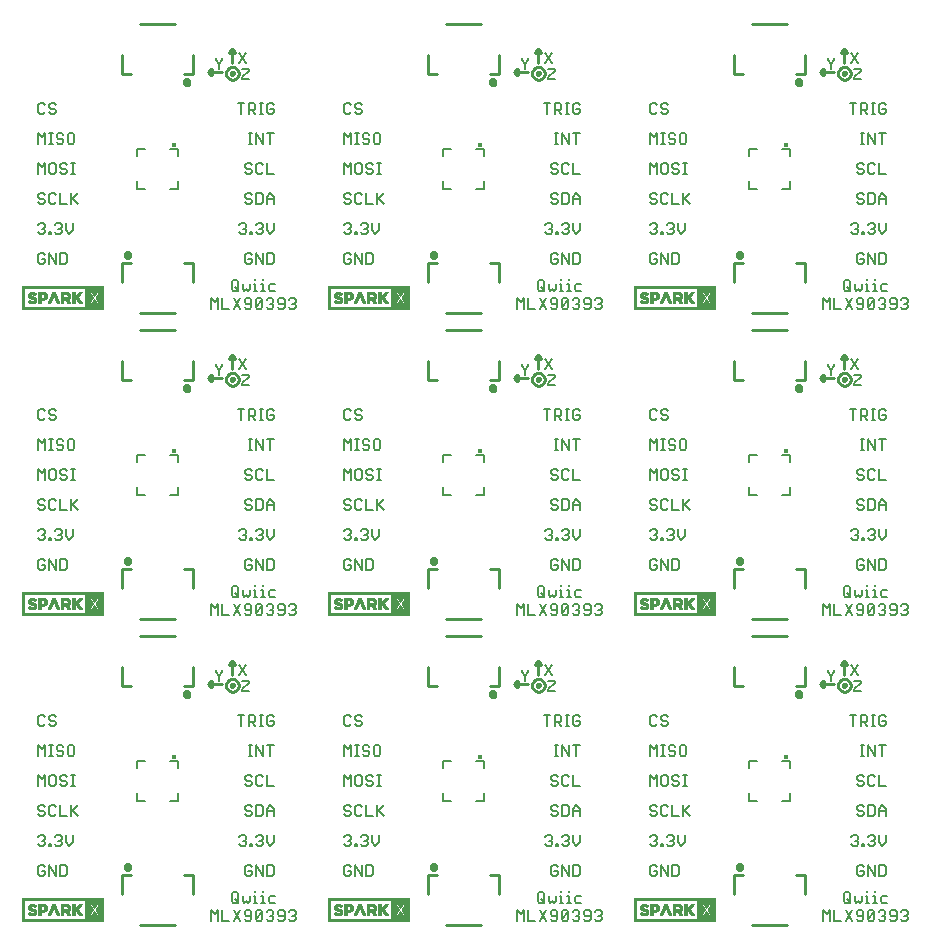
<source format=gto>
G75*
%MOIN*%
%OFA0B0*%
%FSLAX25Y25*%
%IPPOS*%
%LPD*%
%AMOC8*
5,1,8,0,0,1.08239X$1,22.5*
%
%ADD10C,0.00600*%
%ADD11C,0.01000*%
%ADD12C,0.01500*%
%ADD13C,0.00500*%
%ADD14C,0.01575*%
%ADD15C,0.00039*%
D10*
X0166133Y0153867D02*
X0166700Y0153300D01*
X0167835Y0153300D01*
X0168402Y0153867D01*
X0168402Y0155001D01*
X0167268Y0155001D01*
X0166133Y0153867D02*
X0166133Y0156136D01*
X0166700Y0156703D01*
X0167835Y0156703D01*
X0168402Y0156136D01*
X0169816Y0156703D02*
X0172085Y0153300D01*
X0172085Y0156703D01*
X0173500Y0156703D02*
X0175201Y0156703D01*
X0175768Y0156136D01*
X0175768Y0153867D01*
X0175201Y0153300D01*
X0173500Y0153300D01*
X0173500Y0156703D01*
X0169816Y0156703D02*
X0169816Y0153300D01*
X0169816Y0163300D02*
X0170384Y0163300D01*
X0170384Y0163867D01*
X0169816Y0163867D01*
X0169816Y0163300D01*
X0168402Y0163867D02*
X0167835Y0163300D01*
X0166700Y0163300D01*
X0166133Y0163867D01*
X0167268Y0165001D02*
X0167835Y0165001D01*
X0168402Y0164434D01*
X0168402Y0163867D01*
X0167835Y0165001D02*
X0168402Y0165569D01*
X0168402Y0166136D01*
X0167835Y0166703D01*
X0166700Y0166703D01*
X0166133Y0166136D01*
X0171658Y0166136D02*
X0172225Y0166703D01*
X0173359Y0166703D01*
X0173927Y0166136D01*
X0173927Y0165569D01*
X0173359Y0165001D01*
X0173927Y0164434D01*
X0173927Y0163867D01*
X0173359Y0163300D01*
X0172225Y0163300D01*
X0171658Y0163867D01*
X0172792Y0165001D02*
X0173359Y0165001D01*
X0175341Y0164434D02*
X0176475Y0163300D01*
X0177610Y0164434D01*
X0177610Y0166703D01*
X0175341Y0166703D02*
X0175341Y0164434D01*
X0175768Y0173300D02*
X0173500Y0173300D01*
X0173500Y0176703D01*
X0172085Y0176136D02*
X0171518Y0176703D01*
X0170384Y0176703D01*
X0169816Y0176136D01*
X0169816Y0173867D01*
X0170384Y0173300D01*
X0171518Y0173300D01*
X0172085Y0173867D01*
X0168402Y0173867D02*
X0167835Y0173300D01*
X0166700Y0173300D01*
X0166133Y0173867D01*
X0166700Y0175001D02*
X0167835Y0175001D01*
X0168402Y0174434D01*
X0168402Y0173867D01*
X0166700Y0175001D02*
X0166133Y0175569D01*
X0166133Y0176136D01*
X0166700Y0176703D01*
X0167835Y0176703D01*
X0168402Y0176136D01*
X0168402Y0183300D02*
X0168402Y0186703D01*
X0167268Y0185569D01*
X0166133Y0186703D01*
X0166133Y0183300D01*
X0169816Y0183867D02*
X0170384Y0183300D01*
X0171518Y0183300D01*
X0172085Y0183867D01*
X0172085Y0186136D01*
X0171518Y0186703D01*
X0170384Y0186703D01*
X0169816Y0186136D01*
X0169816Y0183867D01*
X0173500Y0183867D02*
X0174067Y0183300D01*
X0175201Y0183300D01*
X0175768Y0183867D01*
X0175768Y0184434D01*
X0175201Y0185001D01*
X0174067Y0185001D01*
X0173500Y0185569D01*
X0173500Y0186136D01*
X0174067Y0186703D01*
X0175201Y0186703D01*
X0175768Y0186136D01*
X0177183Y0186703D02*
X0178317Y0186703D01*
X0177750Y0186703D02*
X0177750Y0183300D01*
X0177183Y0183300D02*
X0178317Y0183300D01*
X0177183Y0176703D02*
X0177183Y0173300D01*
X0177183Y0174434D02*
X0179451Y0176703D01*
X0177750Y0175001D02*
X0179451Y0173300D01*
X0177656Y0193300D02*
X0178224Y0193867D01*
X0178224Y0196136D01*
X0177656Y0196703D01*
X0176522Y0196703D01*
X0175955Y0196136D01*
X0175955Y0193867D01*
X0176522Y0193300D01*
X0177656Y0193300D01*
X0174541Y0193867D02*
X0173973Y0193300D01*
X0172839Y0193300D01*
X0172272Y0193867D01*
X0172839Y0195001D02*
X0173973Y0195001D01*
X0174541Y0194434D01*
X0174541Y0193867D01*
X0172839Y0195001D02*
X0172272Y0195569D01*
X0172272Y0196136D01*
X0172839Y0196703D01*
X0173973Y0196703D01*
X0174541Y0196136D01*
X0170951Y0196703D02*
X0169816Y0196703D01*
X0170384Y0196703D02*
X0170384Y0193300D01*
X0170951Y0193300D02*
X0169816Y0193300D01*
X0168402Y0193300D02*
X0168402Y0196703D01*
X0167268Y0195569D01*
X0166133Y0196703D01*
X0166133Y0193300D01*
X0166700Y0203300D02*
X0167835Y0203300D01*
X0168402Y0203867D01*
X0169816Y0203867D02*
X0170384Y0203300D01*
X0171518Y0203300D01*
X0172085Y0203867D01*
X0172085Y0204434D01*
X0171518Y0205001D01*
X0170384Y0205001D01*
X0169816Y0205569D01*
X0169816Y0206136D01*
X0170384Y0206703D01*
X0171518Y0206703D01*
X0172085Y0206136D01*
X0168402Y0206136D02*
X0167835Y0206703D01*
X0166700Y0206703D01*
X0166133Y0206136D01*
X0166133Y0203867D01*
X0166700Y0203300D01*
X0166700Y0255300D02*
X0167835Y0255300D01*
X0168402Y0255867D01*
X0168402Y0257001D01*
X0167268Y0257001D01*
X0166133Y0255867D02*
X0166700Y0255300D01*
X0166133Y0255867D02*
X0166133Y0258136D01*
X0166700Y0258703D01*
X0167835Y0258703D01*
X0168402Y0258136D01*
X0169816Y0258703D02*
X0172085Y0255300D01*
X0172085Y0258703D01*
X0173500Y0258703D02*
X0175201Y0258703D01*
X0175768Y0258136D01*
X0175768Y0255867D01*
X0175201Y0255300D01*
X0173500Y0255300D01*
X0173500Y0258703D01*
X0169816Y0258703D02*
X0169816Y0255300D01*
X0169816Y0265300D02*
X0170384Y0265300D01*
X0170384Y0265867D01*
X0169816Y0265867D01*
X0169816Y0265300D01*
X0168402Y0265867D02*
X0167835Y0265300D01*
X0166700Y0265300D01*
X0166133Y0265867D01*
X0167268Y0267001D02*
X0167835Y0267001D01*
X0168402Y0266434D01*
X0168402Y0265867D01*
X0167835Y0267001D02*
X0168402Y0267569D01*
X0168402Y0268136D01*
X0167835Y0268703D01*
X0166700Y0268703D01*
X0166133Y0268136D01*
X0171658Y0268136D02*
X0172225Y0268703D01*
X0173359Y0268703D01*
X0173927Y0268136D01*
X0173927Y0267569D01*
X0173359Y0267001D01*
X0173927Y0266434D01*
X0173927Y0265867D01*
X0173359Y0265300D01*
X0172225Y0265300D01*
X0171658Y0265867D01*
X0172792Y0267001D02*
X0173359Y0267001D01*
X0175341Y0266434D02*
X0176475Y0265300D01*
X0177610Y0266434D01*
X0177610Y0268703D01*
X0175341Y0268703D02*
X0175341Y0266434D01*
X0175768Y0275300D02*
X0173500Y0275300D01*
X0173500Y0278703D01*
X0172085Y0278136D02*
X0171518Y0278703D01*
X0170384Y0278703D01*
X0169816Y0278136D01*
X0169816Y0275867D01*
X0170384Y0275300D01*
X0171518Y0275300D01*
X0172085Y0275867D01*
X0168402Y0275867D02*
X0167835Y0275300D01*
X0166700Y0275300D01*
X0166133Y0275867D01*
X0166700Y0277001D02*
X0167835Y0277001D01*
X0168402Y0276434D01*
X0168402Y0275867D01*
X0166700Y0277001D02*
X0166133Y0277569D01*
X0166133Y0278136D01*
X0166700Y0278703D01*
X0167835Y0278703D01*
X0168402Y0278136D01*
X0168402Y0285300D02*
X0168402Y0288703D01*
X0167268Y0287569D01*
X0166133Y0288703D01*
X0166133Y0285300D01*
X0169816Y0285867D02*
X0170384Y0285300D01*
X0171518Y0285300D01*
X0172085Y0285867D01*
X0172085Y0288136D01*
X0171518Y0288703D01*
X0170384Y0288703D01*
X0169816Y0288136D01*
X0169816Y0285867D01*
X0173500Y0285867D02*
X0174067Y0285300D01*
X0175201Y0285300D01*
X0175768Y0285867D01*
X0175768Y0286434D01*
X0175201Y0287001D01*
X0174067Y0287001D01*
X0173500Y0287569D01*
X0173500Y0288136D01*
X0174067Y0288703D01*
X0175201Y0288703D01*
X0175768Y0288136D01*
X0177183Y0288703D02*
X0178317Y0288703D01*
X0177750Y0288703D02*
X0177750Y0285300D01*
X0177183Y0285300D02*
X0178317Y0285300D01*
X0177183Y0278703D02*
X0177183Y0275300D01*
X0177183Y0276434D02*
X0179451Y0278703D01*
X0177750Y0277001D02*
X0179451Y0275300D01*
X0177656Y0295300D02*
X0178224Y0295867D01*
X0178224Y0298136D01*
X0177656Y0298703D01*
X0176522Y0298703D01*
X0175955Y0298136D01*
X0175955Y0295867D01*
X0176522Y0295300D01*
X0177656Y0295300D01*
X0174541Y0295867D02*
X0173973Y0295300D01*
X0172839Y0295300D01*
X0172272Y0295867D01*
X0172839Y0297001D02*
X0173973Y0297001D01*
X0174541Y0296434D01*
X0174541Y0295867D01*
X0172839Y0297001D02*
X0172272Y0297569D01*
X0172272Y0298136D01*
X0172839Y0298703D01*
X0173973Y0298703D01*
X0174541Y0298136D01*
X0170951Y0298703D02*
X0169816Y0298703D01*
X0170384Y0298703D02*
X0170384Y0295300D01*
X0170951Y0295300D02*
X0169816Y0295300D01*
X0168402Y0295300D02*
X0168402Y0298703D01*
X0167268Y0297569D01*
X0166133Y0298703D01*
X0166133Y0295300D01*
X0166700Y0305300D02*
X0167835Y0305300D01*
X0168402Y0305867D01*
X0169816Y0305867D02*
X0170384Y0305300D01*
X0171518Y0305300D01*
X0172085Y0305867D01*
X0172085Y0306434D01*
X0171518Y0307001D01*
X0170384Y0307001D01*
X0169816Y0307569D01*
X0169816Y0308136D01*
X0170384Y0308703D01*
X0171518Y0308703D01*
X0172085Y0308136D01*
X0168402Y0308136D02*
X0167835Y0308703D01*
X0166700Y0308703D01*
X0166133Y0308136D01*
X0166133Y0305867D01*
X0166700Y0305300D01*
X0166700Y0357300D02*
X0167835Y0357300D01*
X0168402Y0357867D01*
X0168402Y0359001D01*
X0167268Y0359001D01*
X0166133Y0357867D02*
X0166700Y0357300D01*
X0166133Y0357867D02*
X0166133Y0360136D01*
X0166700Y0360703D01*
X0167835Y0360703D01*
X0168402Y0360136D01*
X0169816Y0360703D02*
X0172085Y0357300D01*
X0172085Y0360703D01*
X0173500Y0360703D02*
X0175201Y0360703D01*
X0175768Y0360136D01*
X0175768Y0357867D01*
X0175201Y0357300D01*
X0173500Y0357300D01*
X0173500Y0360703D01*
X0169816Y0360703D02*
X0169816Y0357300D01*
X0169816Y0367300D02*
X0170384Y0367300D01*
X0170384Y0367867D01*
X0169816Y0367867D01*
X0169816Y0367300D01*
X0168402Y0367867D02*
X0167835Y0367300D01*
X0166700Y0367300D01*
X0166133Y0367867D01*
X0167268Y0369001D02*
X0167835Y0369001D01*
X0168402Y0368434D01*
X0168402Y0367867D01*
X0167835Y0369001D02*
X0168402Y0369569D01*
X0168402Y0370136D01*
X0167835Y0370703D01*
X0166700Y0370703D01*
X0166133Y0370136D01*
X0171658Y0370136D02*
X0172225Y0370703D01*
X0173359Y0370703D01*
X0173927Y0370136D01*
X0173927Y0369569D01*
X0173359Y0369001D01*
X0173927Y0368434D01*
X0173927Y0367867D01*
X0173359Y0367300D01*
X0172225Y0367300D01*
X0171658Y0367867D01*
X0172792Y0369001D02*
X0173359Y0369001D01*
X0175341Y0368434D02*
X0176475Y0367300D01*
X0177610Y0368434D01*
X0177610Y0370703D01*
X0175341Y0370703D02*
X0175341Y0368434D01*
X0175768Y0377300D02*
X0173500Y0377300D01*
X0173500Y0380703D01*
X0172085Y0380136D02*
X0171518Y0380703D01*
X0170384Y0380703D01*
X0169816Y0380136D01*
X0169816Y0377867D01*
X0170384Y0377300D01*
X0171518Y0377300D01*
X0172085Y0377867D01*
X0168402Y0377867D02*
X0167835Y0377300D01*
X0166700Y0377300D01*
X0166133Y0377867D01*
X0166700Y0379001D02*
X0167835Y0379001D01*
X0168402Y0378434D01*
X0168402Y0377867D01*
X0166700Y0379001D02*
X0166133Y0379569D01*
X0166133Y0380136D01*
X0166700Y0380703D01*
X0167835Y0380703D01*
X0168402Y0380136D01*
X0168402Y0387300D02*
X0168402Y0390703D01*
X0167268Y0389569D01*
X0166133Y0390703D01*
X0166133Y0387300D01*
X0169816Y0387867D02*
X0170384Y0387300D01*
X0171518Y0387300D01*
X0172085Y0387867D01*
X0172085Y0390136D01*
X0171518Y0390703D01*
X0170384Y0390703D01*
X0169816Y0390136D01*
X0169816Y0387867D01*
X0173500Y0387867D02*
X0174067Y0387300D01*
X0175201Y0387300D01*
X0175768Y0387867D01*
X0175768Y0388434D01*
X0175201Y0389001D01*
X0174067Y0389001D01*
X0173500Y0389569D01*
X0173500Y0390136D01*
X0174067Y0390703D01*
X0175201Y0390703D01*
X0175768Y0390136D01*
X0177183Y0390703D02*
X0178317Y0390703D01*
X0177750Y0390703D02*
X0177750Y0387300D01*
X0177183Y0387300D02*
X0178317Y0387300D01*
X0177183Y0380703D02*
X0177183Y0377300D01*
X0177183Y0378434D02*
X0179451Y0380703D01*
X0177750Y0379001D02*
X0179451Y0377300D01*
X0177656Y0397300D02*
X0178224Y0397867D01*
X0178224Y0400136D01*
X0177656Y0400703D01*
X0176522Y0400703D01*
X0175955Y0400136D01*
X0175955Y0397867D01*
X0176522Y0397300D01*
X0177656Y0397300D01*
X0174541Y0397867D02*
X0173973Y0397300D01*
X0172839Y0397300D01*
X0172272Y0397867D01*
X0172839Y0399001D02*
X0173973Y0399001D01*
X0174541Y0398434D01*
X0174541Y0397867D01*
X0172839Y0399001D02*
X0172272Y0399569D01*
X0172272Y0400136D01*
X0172839Y0400703D01*
X0173973Y0400703D01*
X0174541Y0400136D01*
X0170951Y0400703D02*
X0169816Y0400703D01*
X0170384Y0400703D02*
X0170384Y0397300D01*
X0170951Y0397300D02*
X0169816Y0397300D01*
X0168402Y0397300D02*
X0168402Y0400703D01*
X0167268Y0399569D01*
X0166133Y0400703D01*
X0166133Y0397300D01*
X0166700Y0407300D02*
X0167835Y0407300D01*
X0168402Y0407867D01*
X0169816Y0407867D02*
X0170384Y0407300D01*
X0171518Y0407300D01*
X0172085Y0407867D01*
X0172085Y0408434D01*
X0171518Y0409001D01*
X0170384Y0409001D01*
X0169816Y0409569D01*
X0169816Y0410136D01*
X0170384Y0410703D01*
X0171518Y0410703D01*
X0172085Y0410136D01*
X0168402Y0410136D02*
X0167835Y0410703D01*
X0166700Y0410703D01*
X0166133Y0410136D01*
X0166133Y0407867D01*
X0166700Y0407300D01*
X0225296Y0425136D02*
X0226430Y0424001D01*
X0226430Y0422300D01*
X0226430Y0424001D02*
X0227564Y0425136D01*
X0227564Y0425703D01*
X0225296Y0425703D02*
X0225296Y0425136D01*
X0233221Y0424025D02*
X0235489Y0427428D01*
X0233221Y0427428D02*
X0235489Y0424025D01*
X0236402Y0422203D02*
X0234133Y0422203D01*
X0236402Y0422203D02*
X0236402Y0421636D01*
X0234133Y0419367D01*
X0234133Y0418800D01*
X0236402Y0418800D01*
X0236312Y0410703D02*
X0238013Y0410703D01*
X0238580Y0410136D01*
X0238580Y0409001D01*
X0238013Y0408434D01*
X0236312Y0408434D01*
X0237446Y0408434D02*
X0238580Y0407300D01*
X0239995Y0407300D02*
X0241129Y0407300D01*
X0240562Y0407300D02*
X0240562Y0410703D01*
X0239995Y0410703D02*
X0241129Y0410703D01*
X0242450Y0410136D02*
X0242450Y0407867D01*
X0243017Y0407300D01*
X0244152Y0407300D01*
X0244719Y0407867D01*
X0244719Y0409001D01*
X0243584Y0409001D01*
X0242450Y0410136D02*
X0243017Y0410703D01*
X0244152Y0410703D01*
X0244719Y0410136D01*
X0236312Y0410703D02*
X0236312Y0407300D01*
X0233763Y0407300D02*
X0233763Y0410703D01*
X0234897Y0410703D02*
X0232628Y0410703D01*
X0236312Y0400703D02*
X0237446Y0400703D01*
X0236879Y0400703D02*
X0236879Y0397300D01*
X0236312Y0397300D02*
X0237446Y0397300D01*
X0238767Y0397300D02*
X0238767Y0400703D01*
X0241036Y0397300D01*
X0241036Y0400703D01*
X0242450Y0400703D02*
X0244719Y0400703D01*
X0243584Y0400703D02*
X0243584Y0397300D01*
X0242450Y0390703D02*
X0242450Y0387300D01*
X0244719Y0387300D01*
X0241036Y0387867D02*
X0240468Y0387300D01*
X0239334Y0387300D01*
X0238767Y0387867D01*
X0238767Y0390136D01*
X0239334Y0390703D01*
X0240468Y0390703D01*
X0241036Y0390136D01*
X0237352Y0390136D02*
X0236785Y0390703D01*
X0235651Y0390703D01*
X0235084Y0390136D01*
X0235084Y0389569D01*
X0235651Y0389001D01*
X0236785Y0389001D01*
X0237352Y0388434D01*
X0237352Y0387867D01*
X0236785Y0387300D01*
X0235651Y0387300D01*
X0235084Y0387867D01*
X0235651Y0380703D02*
X0235084Y0380136D01*
X0235084Y0379569D01*
X0235651Y0379001D01*
X0236785Y0379001D01*
X0237352Y0378434D01*
X0237352Y0377867D01*
X0236785Y0377300D01*
X0235651Y0377300D01*
X0235084Y0377867D01*
X0235651Y0380703D02*
X0236785Y0380703D01*
X0237352Y0380136D01*
X0238767Y0380703D02*
X0240468Y0380703D01*
X0241036Y0380136D01*
X0241036Y0377867D01*
X0240468Y0377300D01*
X0238767Y0377300D01*
X0238767Y0380703D01*
X0242450Y0379569D02*
X0243584Y0380703D01*
X0244719Y0379569D01*
X0244719Y0377300D01*
X0244719Y0379001D02*
X0242450Y0379001D01*
X0242450Y0379569D02*
X0242450Y0377300D01*
X0242450Y0370703D02*
X0242450Y0368434D01*
X0243584Y0367300D01*
X0244719Y0368434D01*
X0244719Y0370703D01*
X0241036Y0370136D02*
X0241036Y0369569D01*
X0240468Y0369001D01*
X0241036Y0368434D01*
X0241036Y0367867D01*
X0240468Y0367300D01*
X0239334Y0367300D01*
X0238767Y0367867D01*
X0237493Y0367867D02*
X0237493Y0367300D01*
X0236925Y0367300D01*
X0236925Y0367867D01*
X0237493Y0367867D01*
X0235511Y0367867D02*
X0234944Y0367300D01*
X0233809Y0367300D01*
X0233242Y0367867D01*
X0234377Y0369001D02*
X0234944Y0369001D01*
X0235511Y0368434D01*
X0235511Y0367867D01*
X0234944Y0369001D02*
X0235511Y0369569D01*
X0235511Y0370136D01*
X0234944Y0370703D01*
X0233809Y0370703D01*
X0233242Y0370136D01*
X0238767Y0370136D02*
X0239334Y0370703D01*
X0240468Y0370703D01*
X0241036Y0370136D01*
X0240468Y0369001D02*
X0239901Y0369001D01*
X0238767Y0360703D02*
X0241036Y0357300D01*
X0241036Y0360703D01*
X0242450Y0360703D02*
X0244152Y0360703D01*
X0244719Y0360136D01*
X0244719Y0357867D01*
X0244152Y0357300D01*
X0242450Y0357300D01*
X0242450Y0360703D01*
X0238767Y0360703D02*
X0238767Y0357300D01*
X0237352Y0357867D02*
X0237352Y0359001D01*
X0236218Y0359001D01*
X0235084Y0357867D02*
X0235651Y0357300D01*
X0236785Y0357300D01*
X0237352Y0357867D01*
X0235084Y0357867D02*
X0235084Y0360136D01*
X0235651Y0360703D01*
X0236785Y0360703D01*
X0237352Y0360136D01*
X0238587Y0352270D02*
X0238587Y0351703D01*
X0238587Y0350569D02*
X0238587Y0348300D01*
X0239154Y0348300D02*
X0238019Y0348300D01*
X0236605Y0348867D02*
X0236605Y0350569D01*
X0238019Y0350569D02*
X0238587Y0350569D01*
X0240475Y0350569D02*
X0241042Y0350569D01*
X0241042Y0348300D01*
X0240475Y0348300D02*
X0241609Y0348300D01*
X0242930Y0348867D02*
X0243497Y0348300D01*
X0245199Y0348300D01*
X0245199Y0350569D02*
X0243497Y0350569D01*
X0242930Y0350001D01*
X0242930Y0348867D01*
X0242884Y0345703D02*
X0244018Y0345703D01*
X0244585Y0345136D01*
X0244585Y0344569D01*
X0244018Y0344001D01*
X0244585Y0343434D01*
X0244585Y0342867D01*
X0244018Y0342300D01*
X0242884Y0342300D01*
X0242316Y0342867D01*
X0240902Y0342867D02*
X0240335Y0342300D01*
X0239200Y0342300D01*
X0238633Y0342867D01*
X0240902Y0345136D01*
X0240902Y0342867D01*
X0238633Y0342867D02*
X0238633Y0345136D01*
X0239200Y0345703D01*
X0240335Y0345703D01*
X0240902Y0345136D01*
X0242316Y0345136D02*
X0242884Y0345703D01*
X0243451Y0344001D02*
X0244018Y0344001D01*
X0246000Y0344569D02*
X0246567Y0344001D01*
X0248268Y0344001D01*
X0248268Y0342867D02*
X0248268Y0345136D01*
X0247701Y0345703D01*
X0246567Y0345703D01*
X0246000Y0345136D01*
X0246000Y0344569D01*
X0246000Y0342867D02*
X0246567Y0342300D01*
X0247701Y0342300D01*
X0248268Y0342867D01*
X0249683Y0342867D02*
X0250250Y0342300D01*
X0251384Y0342300D01*
X0251951Y0342867D01*
X0251951Y0343434D01*
X0251384Y0344001D01*
X0250817Y0344001D01*
X0251384Y0344001D02*
X0251951Y0344569D01*
X0251951Y0345136D01*
X0251384Y0345703D01*
X0250250Y0345703D01*
X0249683Y0345136D01*
X0241042Y0351703D02*
X0241042Y0352270D01*
X0236605Y0348867D02*
X0236038Y0348300D01*
X0235471Y0348867D01*
X0234903Y0348300D01*
X0234336Y0348867D01*
X0234336Y0350569D01*
X0232922Y0351136D02*
X0232922Y0348867D01*
X0232355Y0348300D01*
X0231220Y0348300D01*
X0230653Y0348867D01*
X0230653Y0351136D01*
X0231220Y0351703D01*
X0232355Y0351703D01*
X0232922Y0351136D01*
X0231787Y0349434D02*
X0232922Y0348300D01*
X0233536Y0345703D02*
X0231267Y0342300D01*
X0229852Y0342300D02*
X0227584Y0342300D01*
X0227584Y0345703D01*
X0226169Y0345703D02*
X0226169Y0342300D01*
X0223901Y0342300D02*
X0223901Y0345703D01*
X0225035Y0344569D01*
X0226169Y0345703D01*
X0231267Y0345703D02*
X0233536Y0342300D01*
X0234950Y0342867D02*
X0235517Y0342300D01*
X0236652Y0342300D01*
X0237219Y0342867D01*
X0237219Y0345136D01*
X0236652Y0345703D01*
X0235517Y0345703D01*
X0234950Y0345136D01*
X0234950Y0344569D01*
X0235517Y0344001D01*
X0237219Y0344001D01*
X0235489Y0325428D02*
X0233221Y0322025D01*
X0234133Y0320203D02*
X0236402Y0320203D01*
X0236402Y0319636D01*
X0234133Y0317367D01*
X0234133Y0316800D01*
X0236402Y0316800D01*
X0235489Y0322025D02*
X0233221Y0325428D01*
X0227564Y0323703D02*
X0227564Y0323136D01*
X0226430Y0322001D01*
X0226430Y0320300D01*
X0226430Y0322001D02*
X0225296Y0323136D01*
X0225296Y0323703D01*
X0232628Y0308703D02*
X0234897Y0308703D01*
X0233763Y0308703D02*
X0233763Y0305300D01*
X0236312Y0305300D02*
X0236312Y0308703D01*
X0238013Y0308703D01*
X0238580Y0308136D01*
X0238580Y0307001D01*
X0238013Y0306434D01*
X0236312Y0306434D01*
X0237446Y0306434D02*
X0238580Y0305300D01*
X0239995Y0305300D02*
X0241129Y0305300D01*
X0240562Y0305300D02*
X0240562Y0308703D01*
X0239995Y0308703D02*
X0241129Y0308703D01*
X0242450Y0308136D02*
X0242450Y0305867D01*
X0243017Y0305300D01*
X0244152Y0305300D01*
X0244719Y0305867D01*
X0244719Y0307001D01*
X0243584Y0307001D01*
X0242450Y0308136D02*
X0243017Y0308703D01*
X0244152Y0308703D01*
X0244719Y0308136D01*
X0244719Y0298703D02*
X0242450Y0298703D01*
X0243584Y0298703D02*
X0243584Y0295300D01*
X0241036Y0295300D02*
X0241036Y0298703D01*
X0238767Y0298703D02*
X0238767Y0295300D01*
X0237446Y0295300D02*
X0236312Y0295300D01*
X0236879Y0295300D02*
X0236879Y0298703D01*
X0236312Y0298703D02*
X0237446Y0298703D01*
X0238767Y0298703D02*
X0241036Y0295300D01*
X0240468Y0288703D02*
X0239334Y0288703D01*
X0238767Y0288136D01*
X0238767Y0285867D01*
X0239334Y0285300D01*
X0240468Y0285300D01*
X0241036Y0285867D01*
X0242450Y0285300D02*
X0244719Y0285300D01*
X0242450Y0285300D02*
X0242450Y0288703D01*
X0241036Y0288136D02*
X0240468Y0288703D01*
X0237352Y0288136D02*
X0236785Y0288703D01*
X0235651Y0288703D01*
X0235084Y0288136D01*
X0235084Y0287569D01*
X0235651Y0287001D01*
X0236785Y0287001D01*
X0237352Y0286434D01*
X0237352Y0285867D01*
X0236785Y0285300D01*
X0235651Y0285300D01*
X0235084Y0285867D01*
X0235651Y0278703D02*
X0235084Y0278136D01*
X0235084Y0277569D01*
X0235651Y0277001D01*
X0236785Y0277001D01*
X0237352Y0276434D01*
X0237352Y0275867D01*
X0236785Y0275300D01*
X0235651Y0275300D01*
X0235084Y0275867D01*
X0235651Y0278703D02*
X0236785Y0278703D01*
X0237352Y0278136D01*
X0238767Y0278703D02*
X0240468Y0278703D01*
X0241036Y0278136D01*
X0241036Y0275867D01*
X0240468Y0275300D01*
X0238767Y0275300D01*
X0238767Y0278703D01*
X0242450Y0277569D02*
X0243584Y0278703D01*
X0244719Y0277569D01*
X0244719Y0275300D01*
X0244719Y0277001D02*
X0242450Y0277001D01*
X0242450Y0277569D02*
X0242450Y0275300D01*
X0242450Y0268703D02*
X0242450Y0266434D01*
X0243584Y0265300D01*
X0244719Y0266434D01*
X0244719Y0268703D01*
X0241036Y0268136D02*
X0241036Y0267569D01*
X0240468Y0267001D01*
X0241036Y0266434D01*
X0241036Y0265867D01*
X0240468Y0265300D01*
X0239334Y0265300D01*
X0238767Y0265867D01*
X0237493Y0265867D02*
X0237493Y0265300D01*
X0236925Y0265300D01*
X0236925Y0265867D01*
X0237493Y0265867D01*
X0235511Y0265867D02*
X0234944Y0265300D01*
X0233809Y0265300D01*
X0233242Y0265867D01*
X0234377Y0267001D02*
X0234944Y0267001D01*
X0235511Y0266434D01*
X0235511Y0265867D01*
X0234944Y0267001D02*
X0235511Y0267569D01*
X0235511Y0268136D01*
X0234944Y0268703D01*
X0233809Y0268703D01*
X0233242Y0268136D01*
X0238767Y0268136D02*
X0239334Y0268703D01*
X0240468Y0268703D01*
X0241036Y0268136D01*
X0240468Y0267001D02*
X0239901Y0267001D01*
X0238767Y0258703D02*
X0241036Y0255300D01*
X0241036Y0258703D01*
X0242450Y0258703D02*
X0244152Y0258703D01*
X0244719Y0258136D01*
X0244719Y0255867D01*
X0244152Y0255300D01*
X0242450Y0255300D01*
X0242450Y0258703D01*
X0238767Y0258703D02*
X0238767Y0255300D01*
X0237352Y0255867D02*
X0237352Y0257001D01*
X0236218Y0257001D01*
X0235084Y0255867D02*
X0235651Y0255300D01*
X0236785Y0255300D01*
X0237352Y0255867D01*
X0235084Y0255867D02*
X0235084Y0258136D01*
X0235651Y0258703D01*
X0236785Y0258703D01*
X0237352Y0258136D01*
X0238587Y0250270D02*
X0238587Y0249703D01*
X0238587Y0248569D02*
X0238587Y0246300D01*
X0239154Y0246300D02*
X0238019Y0246300D01*
X0236605Y0246867D02*
X0236038Y0246300D01*
X0235471Y0246867D01*
X0234903Y0246300D01*
X0234336Y0246867D01*
X0234336Y0248569D01*
X0232922Y0249136D02*
X0232922Y0246867D01*
X0232355Y0246300D01*
X0231220Y0246300D01*
X0230653Y0246867D01*
X0230653Y0249136D01*
X0231220Y0249703D01*
X0232355Y0249703D01*
X0232922Y0249136D01*
X0231787Y0247434D02*
X0232922Y0246300D01*
X0233536Y0243703D02*
X0231267Y0240300D01*
X0229852Y0240300D02*
X0227584Y0240300D01*
X0227584Y0243703D01*
X0226169Y0243703D02*
X0226169Y0240300D01*
X0223901Y0240300D02*
X0223901Y0243703D01*
X0225035Y0242569D01*
X0226169Y0243703D01*
X0231267Y0243703D02*
X0233536Y0240300D01*
X0234950Y0240867D02*
X0235517Y0240300D01*
X0236652Y0240300D01*
X0237219Y0240867D01*
X0237219Y0243136D01*
X0236652Y0243703D01*
X0235517Y0243703D01*
X0234950Y0243136D01*
X0234950Y0242569D01*
X0235517Y0242001D01*
X0237219Y0242001D01*
X0238633Y0240867D02*
X0240902Y0243136D01*
X0240902Y0240867D01*
X0240335Y0240300D01*
X0239200Y0240300D01*
X0238633Y0240867D01*
X0238633Y0243136D01*
X0239200Y0243703D01*
X0240335Y0243703D01*
X0240902Y0243136D01*
X0242316Y0243136D02*
X0242884Y0243703D01*
X0244018Y0243703D01*
X0244585Y0243136D01*
X0244585Y0242569D01*
X0244018Y0242001D01*
X0244585Y0241434D01*
X0244585Y0240867D01*
X0244018Y0240300D01*
X0242884Y0240300D01*
X0242316Y0240867D01*
X0243451Y0242001D02*
X0244018Y0242001D01*
X0246000Y0242569D02*
X0246567Y0242001D01*
X0248268Y0242001D01*
X0248268Y0240867D02*
X0248268Y0243136D01*
X0247701Y0243703D01*
X0246567Y0243703D01*
X0246000Y0243136D01*
X0246000Y0242569D01*
X0246000Y0240867D02*
X0246567Y0240300D01*
X0247701Y0240300D01*
X0248268Y0240867D01*
X0249683Y0240867D02*
X0250250Y0240300D01*
X0251384Y0240300D01*
X0251951Y0240867D01*
X0251951Y0241434D01*
X0251384Y0242001D01*
X0250817Y0242001D01*
X0251384Y0242001D02*
X0251951Y0242569D01*
X0251951Y0243136D01*
X0251384Y0243703D01*
X0250250Y0243703D01*
X0249683Y0243136D01*
X0245199Y0246300D02*
X0243497Y0246300D01*
X0242930Y0246867D01*
X0242930Y0248001D01*
X0243497Y0248569D01*
X0245199Y0248569D01*
X0241042Y0248569D02*
X0241042Y0246300D01*
X0240475Y0246300D02*
X0241609Y0246300D01*
X0241042Y0248569D02*
X0240475Y0248569D01*
X0241042Y0249703D02*
X0241042Y0250270D01*
X0238587Y0248569D02*
X0238019Y0248569D01*
X0236605Y0248569D02*
X0236605Y0246867D01*
X0235489Y0223428D02*
X0233221Y0220025D01*
X0234133Y0218203D02*
X0236402Y0218203D01*
X0236402Y0217636D01*
X0234133Y0215367D01*
X0234133Y0214800D01*
X0236402Y0214800D01*
X0235489Y0220025D02*
X0233221Y0223428D01*
X0227564Y0221703D02*
X0227564Y0221136D01*
X0226430Y0220001D01*
X0226430Y0218300D01*
X0226430Y0220001D02*
X0225296Y0221136D01*
X0225296Y0221703D01*
X0232628Y0206703D02*
X0234897Y0206703D01*
X0233763Y0206703D02*
X0233763Y0203300D01*
X0236312Y0203300D02*
X0236312Y0206703D01*
X0238013Y0206703D01*
X0238580Y0206136D01*
X0238580Y0205001D01*
X0238013Y0204434D01*
X0236312Y0204434D01*
X0237446Y0204434D02*
X0238580Y0203300D01*
X0239995Y0203300D02*
X0241129Y0203300D01*
X0240562Y0203300D02*
X0240562Y0206703D01*
X0239995Y0206703D02*
X0241129Y0206703D01*
X0242450Y0206136D02*
X0242450Y0203867D01*
X0243017Y0203300D01*
X0244152Y0203300D01*
X0244719Y0203867D01*
X0244719Y0205001D01*
X0243584Y0205001D01*
X0242450Y0206136D02*
X0243017Y0206703D01*
X0244152Y0206703D01*
X0244719Y0206136D01*
X0244719Y0196703D02*
X0242450Y0196703D01*
X0243584Y0196703D02*
X0243584Y0193300D01*
X0241036Y0193300D02*
X0241036Y0196703D01*
X0238767Y0196703D02*
X0238767Y0193300D01*
X0237446Y0193300D02*
X0236312Y0193300D01*
X0236879Y0193300D02*
X0236879Y0196703D01*
X0236312Y0196703D02*
X0237446Y0196703D01*
X0238767Y0196703D02*
X0241036Y0193300D01*
X0240468Y0186703D02*
X0239334Y0186703D01*
X0238767Y0186136D01*
X0238767Y0183867D01*
X0239334Y0183300D01*
X0240468Y0183300D01*
X0241036Y0183867D01*
X0242450Y0183300D02*
X0244719Y0183300D01*
X0242450Y0183300D02*
X0242450Y0186703D01*
X0241036Y0186136D02*
X0240468Y0186703D01*
X0237352Y0186136D02*
X0236785Y0186703D01*
X0235651Y0186703D01*
X0235084Y0186136D01*
X0235084Y0185569D01*
X0235651Y0185001D01*
X0236785Y0185001D01*
X0237352Y0184434D01*
X0237352Y0183867D01*
X0236785Y0183300D01*
X0235651Y0183300D01*
X0235084Y0183867D01*
X0235651Y0176703D02*
X0235084Y0176136D01*
X0235084Y0175569D01*
X0235651Y0175001D01*
X0236785Y0175001D01*
X0237352Y0174434D01*
X0237352Y0173867D01*
X0236785Y0173300D01*
X0235651Y0173300D01*
X0235084Y0173867D01*
X0235651Y0176703D02*
X0236785Y0176703D01*
X0237352Y0176136D01*
X0238767Y0176703D02*
X0240468Y0176703D01*
X0241036Y0176136D01*
X0241036Y0173867D01*
X0240468Y0173300D01*
X0238767Y0173300D01*
X0238767Y0176703D01*
X0242450Y0175569D02*
X0243584Y0176703D01*
X0244719Y0175569D01*
X0244719Y0173300D01*
X0244719Y0175001D02*
X0242450Y0175001D01*
X0242450Y0175569D02*
X0242450Y0173300D01*
X0242450Y0166703D02*
X0242450Y0164434D01*
X0243584Y0163300D01*
X0244719Y0164434D01*
X0244719Y0166703D01*
X0241036Y0166136D02*
X0241036Y0165569D01*
X0240468Y0165001D01*
X0241036Y0164434D01*
X0241036Y0163867D01*
X0240468Y0163300D01*
X0239334Y0163300D01*
X0238767Y0163867D01*
X0237493Y0163867D02*
X0237493Y0163300D01*
X0236925Y0163300D01*
X0236925Y0163867D01*
X0237493Y0163867D01*
X0235511Y0163867D02*
X0234944Y0163300D01*
X0233809Y0163300D01*
X0233242Y0163867D01*
X0234377Y0165001D02*
X0234944Y0165001D01*
X0235511Y0164434D01*
X0235511Y0163867D01*
X0234944Y0165001D02*
X0235511Y0165569D01*
X0235511Y0166136D01*
X0234944Y0166703D01*
X0233809Y0166703D01*
X0233242Y0166136D01*
X0238767Y0166136D02*
X0239334Y0166703D01*
X0240468Y0166703D01*
X0241036Y0166136D01*
X0240468Y0165001D02*
X0239901Y0165001D01*
X0238767Y0156703D02*
X0241036Y0153300D01*
X0241036Y0156703D01*
X0242450Y0156703D02*
X0244152Y0156703D01*
X0244719Y0156136D01*
X0244719Y0153867D01*
X0244152Y0153300D01*
X0242450Y0153300D01*
X0242450Y0156703D01*
X0238767Y0156703D02*
X0238767Y0153300D01*
X0237352Y0153867D02*
X0236785Y0153300D01*
X0235651Y0153300D01*
X0235084Y0153867D01*
X0235084Y0156136D01*
X0235651Y0156703D01*
X0236785Y0156703D01*
X0237352Y0156136D01*
X0237352Y0155001D02*
X0236218Y0155001D01*
X0237352Y0155001D02*
X0237352Y0153867D01*
X0238587Y0148270D02*
X0238587Y0147703D01*
X0238587Y0146569D02*
X0238587Y0144300D01*
X0239154Y0144300D02*
X0238019Y0144300D01*
X0236605Y0144867D02*
X0236038Y0144300D01*
X0235471Y0144867D01*
X0234903Y0144300D01*
X0234336Y0144867D01*
X0234336Y0146569D01*
X0232922Y0147136D02*
X0232922Y0144867D01*
X0232355Y0144300D01*
X0231220Y0144300D01*
X0230653Y0144867D01*
X0230653Y0147136D01*
X0231220Y0147703D01*
X0232355Y0147703D01*
X0232922Y0147136D01*
X0231787Y0145434D02*
X0232922Y0144300D01*
X0233536Y0141703D02*
X0231267Y0138300D01*
X0229852Y0138300D02*
X0227584Y0138300D01*
X0227584Y0141703D01*
X0226169Y0141703D02*
X0226169Y0138300D01*
X0223901Y0138300D02*
X0223901Y0141703D01*
X0225035Y0140569D01*
X0226169Y0141703D01*
X0231267Y0141703D02*
X0233536Y0138300D01*
X0234950Y0138867D02*
X0235517Y0138300D01*
X0236652Y0138300D01*
X0237219Y0138867D01*
X0237219Y0141136D01*
X0236652Y0141703D01*
X0235517Y0141703D01*
X0234950Y0141136D01*
X0234950Y0140569D01*
X0235517Y0140001D01*
X0237219Y0140001D01*
X0238633Y0138867D02*
X0238633Y0141136D01*
X0239200Y0141703D01*
X0240335Y0141703D01*
X0240902Y0141136D01*
X0238633Y0138867D01*
X0239200Y0138300D01*
X0240335Y0138300D01*
X0240902Y0138867D01*
X0240902Y0141136D01*
X0242316Y0141136D02*
X0242884Y0141703D01*
X0244018Y0141703D01*
X0244585Y0141136D01*
X0244585Y0140569D01*
X0244018Y0140001D01*
X0244585Y0139434D01*
X0244585Y0138867D01*
X0244018Y0138300D01*
X0242884Y0138300D01*
X0242316Y0138867D01*
X0243451Y0140001D02*
X0244018Y0140001D01*
X0246000Y0140569D02*
X0246567Y0140001D01*
X0248268Y0140001D01*
X0248268Y0138867D02*
X0248268Y0141136D01*
X0247701Y0141703D01*
X0246567Y0141703D01*
X0246000Y0141136D01*
X0246000Y0140569D01*
X0246000Y0138867D02*
X0246567Y0138300D01*
X0247701Y0138300D01*
X0248268Y0138867D01*
X0249683Y0138867D02*
X0250250Y0138300D01*
X0251384Y0138300D01*
X0251951Y0138867D01*
X0251951Y0139434D01*
X0251384Y0140001D01*
X0250817Y0140001D01*
X0251384Y0140001D02*
X0251951Y0140569D01*
X0251951Y0141136D01*
X0251384Y0141703D01*
X0250250Y0141703D01*
X0249683Y0141136D01*
X0245199Y0144300D02*
X0243497Y0144300D01*
X0242930Y0144867D01*
X0242930Y0146001D01*
X0243497Y0146569D01*
X0245199Y0146569D01*
X0241042Y0146569D02*
X0241042Y0144300D01*
X0240475Y0144300D02*
X0241609Y0144300D01*
X0241042Y0146569D02*
X0240475Y0146569D01*
X0241042Y0147703D02*
X0241042Y0148270D01*
X0238587Y0146569D02*
X0238019Y0146569D01*
X0236605Y0146569D02*
X0236605Y0144867D01*
X0268133Y0153867D02*
X0268700Y0153300D01*
X0269835Y0153300D01*
X0270402Y0153867D01*
X0270402Y0155001D01*
X0269268Y0155001D01*
X0268133Y0153867D02*
X0268133Y0156136D01*
X0268700Y0156703D01*
X0269835Y0156703D01*
X0270402Y0156136D01*
X0271816Y0156703D02*
X0274085Y0153300D01*
X0274085Y0156703D01*
X0275500Y0156703D02*
X0275500Y0153300D01*
X0277201Y0153300D01*
X0277768Y0153867D01*
X0277768Y0156136D01*
X0277201Y0156703D01*
X0275500Y0156703D01*
X0271816Y0156703D02*
X0271816Y0153300D01*
X0271816Y0163300D02*
X0272384Y0163300D01*
X0272384Y0163867D01*
X0271816Y0163867D01*
X0271816Y0163300D01*
X0270402Y0163867D02*
X0269835Y0163300D01*
X0268700Y0163300D01*
X0268133Y0163867D01*
X0269268Y0165001D02*
X0269835Y0165001D01*
X0270402Y0164434D01*
X0270402Y0163867D01*
X0269835Y0165001D02*
X0270402Y0165569D01*
X0270402Y0166136D01*
X0269835Y0166703D01*
X0268700Y0166703D01*
X0268133Y0166136D01*
X0273658Y0166136D02*
X0274225Y0166703D01*
X0275359Y0166703D01*
X0275927Y0166136D01*
X0275927Y0165569D01*
X0275359Y0165001D01*
X0275927Y0164434D01*
X0275927Y0163867D01*
X0275359Y0163300D01*
X0274225Y0163300D01*
X0273658Y0163867D01*
X0274792Y0165001D02*
X0275359Y0165001D01*
X0277341Y0164434D02*
X0278475Y0163300D01*
X0279610Y0164434D01*
X0279610Y0166703D01*
X0277341Y0166703D02*
X0277341Y0164434D01*
X0277768Y0173300D02*
X0275500Y0173300D01*
X0275500Y0176703D01*
X0274085Y0176136D02*
X0273518Y0176703D01*
X0272384Y0176703D01*
X0271816Y0176136D01*
X0271816Y0173867D01*
X0272384Y0173300D01*
X0273518Y0173300D01*
X0274085Y0173867D01*
X0270402Y0173867D02*
X0269835Y0173300D01*
X0268700Y0173300D01*
X0268133Y0173867D01*
X0268700Y0175001D02*
X0269835Y0175001D01*
X0270402Y0174434D01*
X0270402Y0173867D01*
X0268700Y0175001D02*
X0268133Y0175569D01*
X0268133Y0176136D01*
X0268700Y0176703D01*
X0269835Y0176703D01*
X0270402Y0176136D01*
X0279183Y0176703D02*
X0279183Y0173300D01*
X0279183Y0174434D02*
X0281451Y0176703D01*
X0279750Y0175001D02*
X0281451Y0173300D01*
X0280317Y0183300D02*
X0279183Y0183300D01*
X0279750Y0183300D02*
X0279750Y0186703D01*
X0279183Y0186703D02*
X0280317Y0186703D01*
X0277768Y0186136D02*
X0277201Y0186703D01*
X0276067Y0186703D01*
X0275500Y0186136D01*
X0275500Y0185569D01*
X0276067Y0185001D01*
X0277201Y0185001D01*
X0277768Y0184434D01*
X0277768Y0183867D01*
X0277201Y0183300D01*
X0276067Y0183300D01*
X0275500Y0183867D01*
X0274085Y0183867D02*
X0274085Y0186136D01*
X0273518Y0186703D01*
X0272384Y0186703D01*
X0271816Y0186136D01*
X0271816Y0183867D01*
X0272384Y0183300D01*
X0273518Y0183300D01*
X0274085Y0183867D01*
X0270402Y0183300D02*
X0270402Y0186703D01*
X0269268Y0185569D01*
X0268133Y0186703D01*
X0268133Y0183300D01*
X0268133Y0193300D02*
X0268133Y0196703D01*
X0269268Y0195569D01*
X0270402Y0196703D01*
X0270402Y0193300D01*
X0271816Y0193300D02*
X0272951Y0193300D01*
X0272384Y0193300D02*
X0272384Y0196703D01*
X0272951Y0196703D02*
X0271816Y0196703D01*
X0274272Y0196136D02*
X0274272Y0195569D01*
X0274839Y0195001D01*
X0275973Y0195001D01*
X0276541Y0194434D01*
X0276541Y0193867D01*
X0275973Y0193300D01*
X0274839Y0193300D01*
X0274272Y0193867D01*
X0274272Y0196136D02*
X0274839Y0196703D01*
X0275973Y0196703D01*
X0276541Y0196136D01*
X0277955Y0196136D02*
X0277955Y0193867D01*
X0278522Y0193300D01*
X0279656Y0193300D01*
X0280224Y0193867D01*
X0280224Y0196136D01*
X0279656Y0196703D01*
X0278522Y0196703D01*
X0277955Y0196136D01*
X0273518Y0203300D02*
X0272384Y0203300D01*
X0271816Y0203867D01*
X0272384Y0205001D02*
X0273518Y0205001D01*
X0274085Y0204434D01*
X0274085Y0203867D01*
X0273518Y0203300D01*
X0272384Y0205001D02*
X0271816Y0205569D01*
X0271816Y0206136D01*
X0272384Y0206703D01*
X0273518Y0206703D01*
X0274085Y0206136D01*
X0270402Y0206136D02*
X0269835Y0206703D01*
X0268700Y0206703D01*
X0268133Y0206136D01*
X0268133Y0203867D01*
X0268700Y0203300D01*
X0269835Y0203300D01*
X0270402Y0203867D01*
X0269835Y0255300D02*
X0268700Y0255300D01*
X0268133Y0255867D01*
X0268133Y0258136D01*
X0268700Y0258703D01*
X0269835Y0258703D01*
X0270402Y0258136D01*
X0270402Y0257001D02*
X0269268Y0257001D01*
X0270402Y0257001D02*
X0270402Y0255867D01*
X0269835Y0255300D01*
X0271816Y0255300D02*
X0271816Y0258703D01*
X0274085Y0255300D01*
X0274085Y0258703D01*
X0275500Y0258703D02*
X0275500Y0255300D01*
X0277201Y0255300D01*
X0277768Y0255867D01*
X0277768Y0258136D01*
X0277201Y0258703D01*
X0275500Y0258703D01*
X0275359Y0265300D02*
X0274225Y0265300D01*
X0273658Y0265867D01*
X0272384Y0265867D02*
X0272384Y0265300D01*
X0271816Y0265300D01*
X0271816Y0265867D01*
X0272384Y0265867D01*
X0270402Y0265867D02*
X0269835Y0265300D01*
X0268700Y0265300D01*
X0268133Y0265867D01*
X0269268Y0267001D02*
X0269835Y0267001D01*
X0270402Y0266434D01*
X0270402Y0265867D01*
X0269835Y0267001D02*
X0270402Y0267569D01*
X0270402Y0268136D01*
X0269835Y0268703D01*
X0268700Y0268703D01*
X0268133Y0268136D01*
X0273658Y0268136D02*
X0274225Y0268703D01*
X0275359Y0268703D01*
X0275927Y0268136D01*
X0275927Y0267569D01*
X0275359Y0267001D01*
X0275927Y0266434D01*
X0275927Y0265867D01*
X0275359Y0265300D01*
X0275359Y0267001D02*
X0274792Y0267001D01*
X0277341Y0266434D02*
X0278475Y0265300D01*
X0279610Y0266434D01*
X0279610Y0268703D01*
X0277341Y0268703D02*
X0277341Y0266434D01*
X0277768Y0275300D02*
X0275500Y0275300D01*
X0275500Y0278703D01*
X0274085Y0278136D02*
X0273518Y0278703D01*
X0272384Y0278703D01*
X0271816Y0278136D01*
X0271816Y0275867D01*
X0272384Y0275300D01*
X0273518Y0275300D01*
X0274085Y0275867D01*
X0270402Y0275867D02*
X0269835Y0275300D01*
X0268700Y0275300D01*
X0268133Y0275867D01*
X0268700Y0277001D02*
X0269835Y0277001D01*
X0270402Y0276434D01*
X0270402Y0275867D01*
X0268700Y0277001D02*
X0268133Y0277569D01*
X0268133Y0278136D01*
X0268700Y0278703D01*
X0269835Y0278703D01*
X0270402Y0278136D01*
X0279183Y0278703D02*
X0279183Y0275300D01*
X0279183Y0276434D02*
X0281451Y0278703D01*
X0279750Y0277001D02*
X0281451Y0275300D01*
X0280317Y0285300D02*
X0279183Y0285300D01*
X0279750Y0285300D02*
X0279750Y0288703D01*
X0279183Y0288703D02*
X0280317Y0288703D01*
X0277768Y0288136D02*
X0277201Y0288703D01*
X0276067Y0288703D01*
X0275500Y0288136D01*
X0275500Y0287569D01*
X0276067Y0287001D01*
X0277201Y0287001D01*
X0277768Y0286434D01*
X0277768Y0285867D01*
X0277201Y0285300D01*
X0276067Y0285300D01*
X0275500Y0285867D01*
X0274085Y0285867D02*
X0274085Y0288136D01*
X0273518Y0288703D01*
X0272384Y0288703D01*
X0271816Y0288136D01*
X0271816Y0285867D01*
X0272384Y0285300D01*
X0273518Y0285300D01*
X0274085Y0285867D01*
X0270402Y0285300D02*
X0270402Y0288703D01*
X0269268Y0287569D01*
X0268133Y0288703D01*
X0268133Y0285300D01*
X0268133Y0295300D02*
X0268133Y0298703D01*
X0269268Y0297569D01*
X0270402Y0298703D01*
X0270402Y0295300D01*
X0271816Y0295300D02*
X0272951Y0295300D01*
X0272384Y0295300D02*
X0272384Y0298703D01*
X0272951Y0298703D02*
X0271816Y0298703D01*
X0274272Y0298136D02*
X0274272Y0297569D01*
X0274839Y0297001D01*
X0275973Y0297001D01*
X0276541Y0296434D01*
X0276541Y0295867D01*
X0275973Y0295300D01*
X0274839Y0295300D01*
X0274272Y0295867D01*
X0274272Y0298136D02*
X0274839Y0298703D01*
X0275973Y0298703D01*
X0276541Y0298136D01*
X0277955Y0298136D02*
X0277955Y0295867D01*
X0278522Y0295300D01*
X0279656Y0295300D01*
X0280224Y0295867D01*
X0280224Y0298136D01*
X0279656Y0298703D01*
X0278522Y0298703D01*
X0277955Y0298136D01*
X0273518Y0305300D02*
X0272384Y0305300D01*
X0271816Y0305867D01*
X0272384Y0307001D02*
X0273518Y0307001D01*
X0274085Y0306434D01*
X0274085Y0305867D01*
X0273518Y0305300D01*
X0272384Y0307001D02*
X0271816Y0307569D01*
X0271816Y0308136D01*
X0272384Y0308703D01*
X0273518Y0308703D01*
X0274085Y0308136D01*
X0270402Y0308136D02*
X0269835Y0308703D01*
X0268700Y0308703D01*
X0268133Y0308136D01*
X0268133Y0305867D01*
X0268700Y0305300D01*
X0269835Y0305300D01*
X0270402Y0305867D01*
X0269835Y0357300D02*
X0268700Y0357300D01*
X0268133Y0357867D01*
X0268133Y0360136D01*
X0268700Y0360703D01*
X0269835Y0360703D01*
X0270402Y0360136D01*
X0270402Y0359001D02*
X0269268Y0359001D01*
X0270402Y0359001D02*
X0270402Y0357867D01*
X0269835Y0357300D01*
X0271816Y0357300D02*
X0271816Y0360703D01*
X0274085Y0357300D01*
X0274085Y0360703D01*
X0275500Y0360703D02*
X0275500Y0357300D01*
X0277201Y0357300D01*
X0277768Y0357867D01*
X0277768Y0360136D01*
X0277201Y0360703D01*
X0275500Y0360703D01*
X0275359Y0367300D02*
X0274225Y0367300D01*
X0273658Y0367867D01*
X0272384Y0367867D02*
X0272384Y0367300D01*
X0271816Y0367300D01*
X0271816Y0367867D01*
X0272384Y0367867D01*
X0270402Y0367867D02*
X0269835Y0367300D01*
X0268700Y0367300D01*
X0268133Y0367867D01*
X0269268Y0369001D02*
X0269835Y0369001D01*
X0270402Y0368434D01*
X0270402Y0367867D01*
X0269835Y0369001D02*
X0270402Y0369569D01*
X0270402Y0370136D01*
X0269835Y0370703D01*
X0268700Y0370703D01*
X0268133Y0370136D01*
X0273658Y0370136D02*
X0274225Y0370703D01*
X0275359Y0370703D01*
X0275927Y0370136D01*
X0275927Y0369569D01*
X0275359Y0369001D01*
X0275927Y0368434D01*
X0275927Y0367867D01*
X0275359Y0367300D01*
X0275359Y0369001D02*
X0274792Y0369001D01*
X0277341Y0368434D02*
X0278475Y0367300D01*
X0279610Y0368434D01*
X0279610Y0370703D01*
X0277341Y0370703D02*
X0277341Y0368434D01*
X0277768Y0377300D02*
X0275500Y0377300D01*
X0275500Y0380703D01*
X0274085Y0380136D02*
X0273518Y0380703D01*
X0272384Y0380703D01*
X0271816Y0380136D01*
X0271816Y0377867D01*
X0272384Y0377300D01*
X0273518Y0377300D01*
X0274085Y0377867D01*
X0270402Y0377867D02*
X0269835Y0377300D01*
X0268700Y0377300D01*
X0268133Y0377867D01*
X0268700Y0379001D02*
X0269835Y0379001D01*
X0270402Y0378434D01*
X0270402Y0377867D01*
X0268700Y0379001D02*
X0268133Y0379569D01*
X0268133Y0380136D01*
X0268700Y0380703D01*
X0269835Y0380703D01*
X0270402Y0380136D01*
X0279183Y0380703D02*
X0279183Y0377300D01*
X0279183Y0378434D02*
X0281451Y0380703D01*
X0279750Y0379001D02*
X0281451Y0377300D01*
X0280317Y0387300D02*
X0279183Y0387300D01*
X0279750Y0387300D02*
X0279750Y0390703D01*
X0279183Y0390703D02*
X0280317Y0390703D01*
X0277768Y0390136D02*
X0277201Y0390703D01*
X0276067Y0390703D01*
X0275500Y0390136D01*
X0275500Y0389569D01*
X0276067Y0389001D01*
X0277201Y0389001D01*
X0277768Y0388434D01*
X0277768Y0387867D01*
X0277201Y0387300D01*
X0276067Y0387300D01*
X0275500Y0387867D01*
X0274085Y0387867D02*
X0274085Y0390136D01*
X0273518Y0390703D01*
X0272384Y0390703D01*
X0271816Y0390136D01*
X0271816Y0387867D01*
X0272384Y0387300D01*
X0273518Y0387300D01*
X0274085Y0387867D01*
X0270402Y0387300D02*
X0270402Y0390703D01*
X0269268Y0389569D01*
X0268133Y0390703D01*
X0268133Y0387300D01*
X0268133Y0397300D02*
X0268133Y0400703D01*
X0269268Y0399569D01*
X0270402Y0400703D01*
X0270402Y0397300D01*
X0271816Y0397300D02*
X0272951Y0397300D01*
X0272384Y0397300D02*
X0272384Y0400703D01*
X0272951Y0400703D02*
X0271816Y0400703D01*
X0274272Y0400136D02*
X0274272Y0399569D01*
X0274839Y0399001D01*
X0275973Y0399001D01*
X0276541Y0398434D01*
X0276541Y0397867D01*
X0275973Y0397300D01*
X0274839Y0397300D01*
X0274272Y0397867D01*
X0274272Y0400136D02*
X0274839Y0400703D01*
X0275973Y0400703D01*
X0276541Y0400136D01*
X0277955Y0400136D02*
X0277955Y0397867D01*
X0278522Y0397300D01*
X0279656Y0397300D01*
X0280224Y0397867D01*
X0280224Y0400136D01*
X0279656Y0400703D01*
X0278522Y0400703D01*
X0277955Y0400136D01*
X0273518Y0407300D02*
X0272384Y0407300D01*
X0271816Y0407867D01*
X0272384Y0409001D02*
X0273518Y0409001D01*
X0274085Y0408434D01*
X0274085Y0407867D01*
X0273518Y0407300D01*
X0272384Y0409001D02*
X0271816Y0409569D01*
X0271816Y0410136D01*
X0272384Y0410703D01*
X0273518Y0410703D01*
X0274085Y0410136D01*
X0270402Y0410136D02*
X0269835Y0410703D01*
X0268700Y0410703D01*
X0268133Y0410136D01*
X0268133Y0407867D01*
X0268700Y0407300D01*
X0269835Y0407300D01*
X0270402Y0407867D01*
X0327296Y0425136D02*
X0328430Y0424001D01*
X0328430Y0422300D01*
X0328430Y0424001D02*
X0329564Y0425136D01*
X0329564Y0425703D01*
X0327296Y0425703D02*
X0327296Y0425136D01*
X0335221Y0424025D02*
X0337489Y0427428D01*
X0335221Y0427428D02*
X0337489Y0424025D01*
X0338402Y0422203D02*
X0336133Y0422203D01*
X0338402Y0422203D02*
X0338402Y0421636D01*
X0336133Y0419367D01*
X0336133Y0418800D01*
X0338402Y0418800D01*
X0338312Y0410703D02*
X0340013Y0410703D01*
X0340580Y0410136D01*
X0340580Y0409001D01*
X0340013Y0408434D01*
X0338312Y0408434D01*
X0339446Y0408434D02*
X0340580Y0407300D01*
X0341995Y0407300D02*
X0343129Y0407300D01*
X0342562Y0407300D02*
X0342562Y0410703D01*
X0341995Y0410703D02*
X0343129Y0410703D01*
X0344450Y0410136D02*
X0344450Y0407867D01*
X0345017Y0407300D01*
X0346152Y0407300D01*
X0346719Y0407867D01*
X0346719Y0409001D01*
X0345584Y0409001D01*
X0344450Y0410136D02*
X0345017Y0410703D01*
X0346152Y0410703D01*
X0346719Y0410136D01*
X0338312Y0410703D02*
X0338312Y0407300D01*
X0335763Y0407300D02*
X0335763Y0410703D01*
X0336897Y0410703D02*
X0334628Y0410703D01*
X0338312Y0400703D02*
X0339446Y0400703D01*
X0338879Y0400703D02*
X0338879Y0397300D01*
X0338312Y0397300D02*
X0339446Y0397300D01*
X0340767Y0397300D02*
X0340767Y0400703D01*
X0343036Y0397300D01*
X0343036Y0400703D01*
X0344450Y0400703D02*
X0346719Y0400703D01*
X0345584Y0400703D02*
X0345584Y0397300D01*
X0344450Y0390703D02*
X0344450Y0387300D01*
X0346719Y0387300D01*
X0343036Y0387867D02*
X0342468Y0387300D01*
X0341334Y0387300D01*
X0340767Y0387867D01*
X0340767Y0390136D01*
X0341334Y0390703D01*
X0342468Y0390703D01*
X0343036Y0390136D01*
X0339352Y0390136D02*
X0338785Y0390703D01*
X0337651Y0390703D01*
X0337084Y0390136D01*
X0337084Y0389569D01*
X0337651Y0389001D01*
X0338785Y0389001D01*
X0339352Y0388434D01*
X0339352Y0387867D01*
X0338785Y0387300D01*
X0337651Y0387300D01*
X0337084Y0387867D01*
X0337651Y0380703D02*
X0337084Y0380136D01*
X0337084Y0379569D01*
X0337651Y0379001D01*
X0338785Y0379001D01*
X0339352Y0378434D01*
X0339352Y0377867D01*
X0338785Y0377300D01*
X0337651Y0377300D01*
X0337084Y0377867D01*
X0337651Y0380703D02*
X0338785Y0380703D01*
X0339352Y0380136D01*
X0340767Y0380703D02*
X0342468Y0380703D01*
X0343036Y0380136D01*
X0343036Y0377867D01*
X0342468Y0377300D01*
X0340767Y0377300D01*
X0340767Y0380703D01*
X0344450Y0379569D02*
X0345584Y0380703D01*
X0346719Y0379569D01*
X0346719Y0377300D01*
X0346719Y0379001D02*
X0344450Y0379001D01*
X0344450Y0379569D02*
X0344450Y0377300D01*
X0344450Y0370703D02*
X0344450Y0368434D01*
X0345584Y0367300D01*
X0346719Y0368434D01*
X0346719Y0370703D01*
X0343036Y0370136D02*
X0343036Y0369569D01*
X0342468Y0369001D01*
X0343036Y0368434D01*
X0343036Y0367867D01*
X0342468Y0367300D01*
X0341334Y0367300D01*
X0340767Y0367867D01*
X0339493Y0367867D02*
X0339493Y0367300D01*
X0338925Y0367300D01*
X0338925Y0367867D01*
X0339493Y0367867D01*
X0337511Y0367867D02*
X0336944Y0367300D01*
X0335809Y0367300D01*
X0335242Y0367867D01*
X0336377Y0369001D02*
X0336944Y0369001D01*
X0337511Y0368434D01*
X0337511Y0367867D01*
X0336944Y0369001D02*
X0337511Y0369569D01*
X0337511Y0370136D01*
X0336944Y0370703D01*
X0335809Y0370703D01*
X0335242Y0370136D01*
X0340767Y0370136D02*
X0341334Y0370703D01*
X0342468Y0370703D01*
X0343036Y0370136D01*
X0342468Y0369001D02*
X0341901Y0369001D01*
X0340767Y0360703D02*
X0343036Y0357300D01*
X0343036Y0360703D01*
X0344450Y0360703D02*
X0344450Y0357300D01*
X0346152Y0357300D01*
X0346719Y0357867D01*
X0346719Y0360136D01*
X0346152Y0360703D01*
X0344450Y0360703D01*
X0340767Y0360703D02*
X0340767Y0357300D01*
X0339352Y0357867D02*
X0339352Y0359001D01*
X0338218Y0359001D01*
X0337084Y0357867D02*
X0337084Y0360136D01*
X0337651Y0360703D01*
X0338785Y0360703D01*
X0339352Y0360136D01*
X0339352Y0357867D02*
X0338785Y0357300D01*
X0337651Y0357300D01*
X0337084Y0357867D01*
X0340587Y0352270D02*
X0340587Y0351703D01*
X0340587Y0350569D02*
X0340587Y0348300D01*
X0341154Y0348300D02*
X0340019Y0348300D01*
X0338605Y0348867D02*
X0338605Y0350569D01*
X0340019Y0350569D02*
X0340587Y0350569D01*
X0342475Y0350569D02*
X0343042Y0350569D01*
X0343042Y0348300D01*
X0342475Y0348300D02*
X0343609Y0348300D01*
X0344930Y0348867D02*
X0345497Y0348300D01*
X0347199Y0348300D01*
X0347199Y0350569D02*
X0345497Y0350569D01*
X0344930Y0350001D01*
X0344930Y0348867D01*
X0344884Y0345703D02*
X0346018Y0345703D01*
X0346585Y0345136D01*
X0346585Y0344569D01*
X0346018Y0344001D01*
X0346585Y0343434D01*
X0346585Y0342867D01*
X0346018Y0342300D01*
X0344884Y0342300D01*
X0344316Y0342867D01*
X0342902Y0342867D02*
X0342902Y0345136D01*
X0340633Y0342867D01*
X0341200Y0342300D01*
X0342335Y0342300D01*
X0342902Y0342867D01*
X0340633Y0342867D02*
X0340633Y0345136D01*
X0341200Y0345703D01*
X0342335Y0345703D01*
X0342902Y0345136D01*
X0344316Y0345136D02*
X0344884Y0345703D01*
X0345451Y0344001D02*
X0346018Y0344001D01*
X0348000Y0344569D02*
X0348567Y0344001D01*
X0350268Y0344001D01*
X0350268Y0342867D02*
X0350268Y0345136D01*
X0349701Y0345703D01*
X0348567Y0345703D01*
X0348000Y0345136D01*
X0348000Y0344569D01*
X0348000Y0342867D02*
X0348567Y0342300D01*
X0349701Y0342300D01*
X0350268Y0342867D01*
X0351683Y0342867D02*
X0352250Y0342300D01*
X0353384Y0342300D01*
X0353951Y0342867D01*
X0353951Y0343434D01*
X0353384Y0344001D01*
X0352817Y0344001D01*
X0353384Y0344001D02*
X0353951Y0344569D01*
X0353951Y0345136D01*
X0353384Y0345703D01*
X0352250Y0345703D01*
X0351683Y0345136D01*
X0343042Y0351703D02*
X0343042Y0352270D01*
X0338605Y0348867D02*
X0338038Y0348300D01*
X0337471Y0348867D01*
X0336903Y0348300D01*
X0336336Y0348867D01*
X0336336Y0350569D01*
X0334922Y0351136D02*
X0334922Y0348867D01*
X0334355Y0348300D01*
X0333220Y0348300D01*
X0332653Y0348867D01*
X0332653Y0351136D01*
X0333220Y0351703D01*
X0334355Y0351703D01*
X0334922Y0351136D01*
X0333787Y0349434D02*
X0334922Y0348300D01*
X0335536Y0345703D02*
X0333267Y0342300D01*
X0331852Y0342300D02*
X0329584Y0342300D01*
X0329584Y0345703D01*
X0328169Y0345703D02*
X0328169Y0342300D01*
X0325901Y0342300D02*
X0325901Y0345703D01*
X0327035Y0344569D01*
X0328169Y0345703D01*
X0333267Y0345703D02*
X0335536Y0342300D01*
X0336950Y0342867D02*
X0337517Y0342300D01*
X0338652Y0342300D01*
X0339219Y0342867D01*
X0339219Y0345136D01*
X0338652Y0345703D01*
X0337517Y0345703D01*
X0336950Y0345136D01*
X0336950Y0344569D01*
X0337517Y0344001D01*
X0339219Y0344001D01*
X0337489Y0325428D02*
X0335221Y0322025D01*
X0336133Y0320203D02*
X0338402Y0320203D01*
X0338402Y0319636D01*
X0336133Y0317367D01*
X0336133Y0316800D01*
X0338402Y0316800D01*
X0337489Y0322025D02*
X0335221Y0325428D01*
X0329564Y0323703D02*
X0329564Y0323136D01*
X0328430Y0322001D01*
X0328430Y0320300D01*
X0328430Y0322001D02*
X0327296Y0323136D01*
X0327296Y0323703D01*
X0334628Y0308703D02*
X0336897Y0308703D01*
X0335763Y0308703D02*
X0335763Y0305300D01*
X0338312Y0305300D02*
X0338312Y0308703D01*
X0340013Y0308703D01*
X0340580Y0308136D01*
X0340580Y0307001D01*
X0340013Y0306434D01*
X0338312Y0306434D01*
X0339446Y0306434D02*
X0340580Y0305300D01*
X0341995Y0305300D02*
X0343129Y0305300D01*
X0342562Y0305300D02*
X0342562Y0308703D01*
X0341995Y0308703D02*
X0343129Y0308703D01*
X0344450Y0308136D02*
X0344450Y0305867D01*
X0345017Y0305300D01*
X0346152Y0305300D01*
X0346719Y0305867D01*
X0346719Y0307001D01*
X0345584Y0307001D01*
X0344450Y0308136D02*
X0345017Y0308703D01*
X0346152Y0308703D01*
X0346719Y0308136D01*
X0346719Y0298703D02*
X0344450Y0298703D01*
X0345584Y0298703D02*
X0345584Y0295300D01*
X0343036Y0295300D02*
X0343036Y0298703D01*
X0340767Y0298703D02*
X0343036Y0295300D01*
X0340767Y0295300D02*
X0340767Y0298703D01*
X0339446Y0298703D02*
X0338312Y0298703D01*
X0338879Y0298703D02*
X0338879Y0295300D01*
X0338312Y0295300D02*
X0339446Y0295300D01*
X0338785Y0288703D02*
X0337651Y0288703D01*
X0337084Y0288136D01*
X0337084Y0287569D01*
X0337651Y0287001D01*
X0338785Y0287001D01*
X0339352Y0286434D01*
X0339352Y0285867D01*
X0338785Y0285300D01*
X0337651Y0285300D01*
X0337084Y0285867D01*
X0339352Y0288136D02*
X0338785Y0288703D01*
X0340767Y0288136D02*
X0341334Y0288703D01*
X0342468Y0288703D01*
X0343036Y0288136D01*
X0344450Y0288703D02*
X0344450Y0285300D01*
X0346719Y0285300D01*
X0343036Y0285867D02*
X0342468Y0285300D01*
X0341334Y0285300D01*
X0340767Y0285867D01*
X0340767Y0288136D01*
X0340767Y0278703D02*
X0342468Y0278703D01*
X0343036Y0278136D01*
X0343036Y0275867D01*
X0342468Y0275300D01*
X0340767Y0275300D01*
X0340767Y0278703D01*
X0339352Y0278136D02*
X0338785Y0278703D01*
X0337651Y0278703D01*
X0337084Y0278136D01*
X0337084Y0277569D01*
X0337651Y0277001D01*
X0338785Y0277001D01*
X0339352Y0276434D01*
X0339352Y0275867D01*
X0338785Y0275300D01*
X0337651Y0275300D01*
X0337084Y0275867D01*
X0336944Y0268703D02*
X0337511Y0268136D01*
X0337511Y0267569D01*
X0336944Y0267001D01*
X0337511Y0266434D01*
X0337511Y0265867D01*
X0336944Y0265300D01*
X0335809Y0265300D01*
X0335242Y0265867D01*
X0336377Y0267001D02*
X0336944Y0267001D01*
X0336944Y0268703D02*
X0335809Y0268703D01*
X0335242Y0268136D01*
X0338925Y0265867D02*
X0338925Y0265300D01*
X0339493Y0265300D01*
X0339493Y0265867D01*
X0338925Y0265867D01*
X0340767Y0265867D02*
X0341334Y0265300D01*
X0342468Y0265300D01*
X0343036Y0265867D01*
X0343036Y0266434D01*
X0342468Y0267001D01*
X0341901Y0267001D01*
X0342468Y0267001D02*
X0343036Y0267569D01*
X0343036Y0268136D01*
X0342468Y0268703D01*
X0341334Y0268703D01*
X0340767Y0268136D01*
X0344450Y0268703D02*
X0344450Y0266434D01*
X0345584Y0265300D01*
X0346719Y0266434D01*
X0346719Y0268703D01*
X0346719Y0275300D02*
X0346719Y0277569D01*
X0345584Y0278703D01*
X0344450Y0277569D01*
X0344450Y0275300D01*
X0344450Y0277001D02*
X0346719Y0277001D01*
X0346152Y0258703D02*
X0344450Y0258703D01*
X0344450Y0255300D01*
X0346152Y0255300D01*
X0346719Y0255867D01*
X0346719Y0258136D01*
X0346152Y0258703D01*
X0343036Y0258703D02*
X0343036Y0255300D01*
X0340767Y0258703D01*
X0340767Y0255300D01*
X0339352Y0255867D02*
X0339352Y0257001D01*
X0338218Y0257001D01*
X0337084Y0255867D02*
X0337084Y0258136D01*
X0337651Y0258703D01*
X0338785Y0258703D01*
X0339352Y0258136D01*
X0339352Y0255867D02*
X0338785Y0255300D01*
X0337651Y0255300D01*
X0337084Y0255867D01*
X0340587Y0250270D02*
X0340587Y0249703D01*
X0340587Y0248569D02*
X0340587Y0246300D01*
X0341154Y0246300D02*
X0340019Y0246300D01*
X0338605Y0246867D02*
X0338605Y0248569D01*
X0340019Y0248569D02*
X0340587Y0248569D01*
X0342475Y0248569D02*
X0343042Y0248569D01*
X0343042Y0246300D01*
X0342475Y0246300D02*
X0343609Y0246300D01*
X0344930Y0246867D02*
X0345497Y0246300D01*
X0347199Y0246300D01*
X0347199Y0248569D02*
X0345497Y0248569D01*
X0344930Y0248001D01*
X0344930Y0246867D01*
X0344884Y0243703D02*
X0346018Y0243703D01*
X0346585Y0243136D01*
X0346585Y0242569D01*
X0346018Y0242001D01*
X0346585Y0241434D01*
X0346585Y0240867D01*
X0346018Y0240300D01*
X0344884Y0240300D01*
X0344316Y0240867D01*
X0342902Y0240867D02*
X0342902Y0243136D01*
X0340633Y0240867D01*
X0341200Y0240300D01*
X0342335Y0240300D01*
X0342902Y0240867D01*
X0340633Y0240867D02*
X0340633Y0243136D01*
X0341200Y0243703D01*
X0342335Y0243703D01*
X0342902Y0243136D01*
X0344316Y0243136D02*
X0344884Y0243703D01*
X0345451Y0242001D02*
X0346018Y0242001D01*
X0348000Y0242569D02*
X0348567Y0242001D01*
X0350268Y0242001D01*
X0350268Y0240867D02*
X0350268Y0243136D01*
X0349701Y0243703D01*
X0348567Y0243703D01*
X0348000Y0243136D01*
X0348000Y0242569D01*
X0348000Y0240867D02*
X0348567Y0240300D01*
X0349701Y0240300D01*
X0350268Y0240867D01*
X0351683Y0240867D02*
X0352250Y0240300D01*
X0353384Y0240300D01*
X0353951Y0240867D01*
X0353951Y0241434D01*
X0353384Y0242001D01*
X0352817Y0242001D01*
X0353384Y0242001D02*
X0353951Y0242569D01*
X0353951Y0243136D01*
X0353384Y0243703D01*
X0352250Y0243703D01*
X0351683Y0243136D01*
X0343042Y0249703D02*
X0343042Y0250270D01*
X0338605Y0246867D02*
X0338038Y0246300D01*
X0337471Y0246867D01*
X0336903Y0246300D01*
X0336336Y0246867D01*
X0336336Y0248569D01*
X0334922Y0249136D02*
X0334922Y0246867D01*
X0334355Y0246300D01*
X0333220Y0246300D01*
X0332653Y0246867D01*
X0332653Y0249136D01*
X0333220Y0249703D01*
X0334355Y0249703D01*
X0334922Y0249136D01*
X0333787Y0247434D02*
X0334922Y0246300D01*
X0335536Y0243703D02*
X0333267Y0240300D01*
X0331852Y0240300D02*
X0329584Y0240300D01*
X0329584Y0243703D01*
X0328169Y0243703D02*
X0328169Y0240300D01*
X0325901Y0240300D02*
X0325901Y0243703D01*
X0327035Y0242569D01*
X0328169Y0243703D01*
X0333267Y0243703D02*
X0335536Y0240300D01*
X0336950Y0240867D02*
X0337517Y0240300D01*
X0338652Y0240300D01*
X0339219Y0240867D01*
X0339219Y0243136D01*
X0338652Y0243703D01*
X0337517Y0243703D01*
X0336950Y0243136D01*
X0336950Y0242569D01*
X0337517Y0242001D01*
X0339219Y0242001D01*
X0337489Y0223428D02*
X0335221Y0220025D01*
X0336133Y0218203D02*
X0338402Y0218203D01*
X0338402Y0217636D01*
X0336133Y0215367D01*
X0336133Y0214800D01*
X0338402Y0214800D01*
X0337489Y0220025D02*
X0335221Y0223428D01*
X0329564Y0221703D02*
X0329564Y0221136D01*
X0328430Y0220001D01*
X0328430Y0218300D01*
X0328430Y0220001D02*
X0327296Y0221136D01*
X0327296Y0221703D01*
X0334628Y0206703D02*
X0336897Y0206703D01*
X0335763Y0206703D02*
X0335763Y0203300D01*
X0338312Y0203300D02*
X0338312Y0206703D01*
X0340013Y0206703D01*
X0340580Y0206136D01*
X0340580Y0205001D01*
X0340013Y0204434D01*
X0338312Y0204434D01*
X0339446Y0204434D02*
X0340580Y0203300D01*
X0341995Y0203300D02*
X0343129Y0203300D01*
X0342562Y0203300D02*
X0342562Y0206703D01*
X0341995Y0206703D02*
X0343129Y0206703D01*
X0344450Y0206136D02*
X0344450Y0203867D01*
X0345017Y0203300D01*
X0346152Y0203300D01*
X0346719Y0203867D01*
X0346719Y0205001D01*
X0345584Y0205001D01*
X0344450Y0206136D02*
X0345017Y0206703D01*
X0346152Y0206703D01*
X0346719Y0206136D01*
X0346719Y0196703D02*
X0344450Y0196703D01*
X0345584Y0196703D02*
X0345584Y0193300D01*
X0343036Y0193300D02*
X0343036Y0196703D01*
X0340767Y0196703D02*
X0343036Y0193300D01*
X0340767Y0193300D02*
X0340767Y0196703D01*
X0339446Y0196703D02*
X0338312Y0196703D01*
X0338879Y0196703D02*
X0338879Y0193300D01*
X0338312Y0193300D02*
X0339446Y0193300D01*
X0338785Y0186703D02*
X0337651Y0186703D01*
X0337084Y0186136D01*
X0337084Y0185569D01*
X0337651Y0185001D01*
X0338785Y0185001D01*
X0339352Y0184434D01*
X0339352Y0183867D01*
X0338785Y0183300D01*
X0337651Y0183300D01*
X0337084Y0183867D01*
X0339352Y0186136D02*
X0338785Y0186703D01*
X0340767Y0186136D02*
X0341334Y0186703D01*
X0342468Y0186703D01*
X0343036Y0186136D01*
X0344450Y0186703D02*
X0344450Y0183300D01*
X0346719Y0183300D01*
X0343036Y0183867D02*
X0342468Y0183300D01*
X0341334Y0183300D01*
X0340767Y0183867D01*
X0340767Y0186136D01*
X0340767Y0176703D02*
X0342468Y0176703D01*
X0343036Y0176136D01*
X0343036Y0173867D01*
X0342468Y0173300D01*
X0340767Y0173300D01*
X0340767Y0176703D01*
X0339352Y0176136D02*
X0338785Y0176703D01*
X0337651Y0176703D01*
X0337084Y0176136D01*
X0337084Y0175569D01*
X0337651Y0175001D01*
X0338785Y0175001D01*
X0339352Y0174434D01*
X0339352Y0173867D01*
X0338785Y0173300D01*
X0337651Y0173300D01*
X0337084Y0173867D01*
X0336944Y0166703D02*
X0337511Y0166136D01*
X0337511Y0165569D01*
X0336944Y0165001D01*
X0337511Y0164434D01*
X0337511Y0163867D01*
X0336944Y0163300D01*
X0335809Y0163300D01*
X0335242Y0163867D01*
X0336377Y0165001D02*
X0336944Y0165001D01*
X0336944Y0166703D02*
X0335809Y0166703D01*
X0335242Y0166136D01*
X0338925Y0163867D02*
X0339493Y0163867D01*
X0339493Y0163300D01*
X0338925Y0163300D01*
X0338925Y0163867D01*
X0340767Y0163867D02*
X0341334Y0163300D01*
X0342468Y0163300D01*
X0343036Y0163867D01*
X0343036Y0164434D01*
X0342468Y0165001D01*
X0341901Y0165001D01*
X0342468Y0165001D02*
X0343036Y0165569D01*
X0343036Y0166136D01*
X0342468Y0166703D01*
X0341334Y0166703D01*
X0340767Y0166136D01*
X0344450Y0166703D02*
X0344450Y0164434D01*
X0345584Y0163300D01*
X0346719Y0164434D01*
X0346719Y0166703D01*
X0346719Y0173300D02*
X0346719Y0175569D01*
X0345584Y0176703D01*
X0344450Y0175569D01*
X0344450Y0173300D01*
X0344450Y0175001D02*
X0346719Y0175001D01*
X0346152Y0156703D02*
X0344450Y0156703D01*
X0344450Y0153300D01*
X0346152Y0153300D01*
X0346719Y0153867D01*
X0346719Y0156136D01*
X0346152Y0156703D01*
X0343036Y0156703D02*
X0343036Y0153300D01*
X0340767Y0156703D01*
X0340767Y0153300D01*
X0339352Y0153867D02*
X0338785Y0153300D01*
X0337651Y0153300D01*
X0337084Y0153867D01*
X0337084Y0156136D01*
X0337651Y0156703D01*
X0338785Y0156703D01*
X0339352Y0156136D01*
X0339352Y0155001D02*
X0338218Y0155001D01*
X0339352Y0155001D02*
X0339352Y0153867D01*
X0340587Y0148270D02*
X0340587Y0147703D01*
X0340587Y0146569D02*
X0340587Y0144300D01*
X0341154Y0144300D02*
X0340019Y0144300D01*
X0338605Y0144867D02*
X0338605Y0146569D01*
X0340019Y0146569D02*
X0340587Y0146569D01*
X0342475Y0146569D02*
X0343042Y0146569D01*
X0343042Y0144300D01*
X0342475Y0144300D02*
X0343609Y0144300D01*
X0344930Y0144867D02*
X0345497Y0144300D01*
X0347199Y0144300D01*
X0347199Y0146569D02*
X0345497Y0146569D01*
X0344930Y0146001D01*
X0344930Y0144867D01*
X0344884Y0141703D02*
X0346018Y0141703D01*
X0346585Y0141136D01*
X0346585Y0140569D01*
X0346018Y0140001D01*
X0346585Y0139434D01*
X0346585Y0138867D01*
X0346018Y0138300D01*
X0344884Y0138300D01*
X0344316Y0138867D01*
X0342902Y0138867D02*
X0342902Y0141136D01*
X0340633Y0138867D01*
X0341200Y0138300D01*
X0342335Y0138300D01*
X0342902Y0138867D01*
X0340633Y0138867D02*
X0340633Y0141136D01*
X0341200Y0141703D01*
X0342335Y0141703D01*
X0342902Y0141136D01*
X0344316Y0141136D02*
X0344884Y0141703D01*
X0345451Y0140001D02*
X0346018Y0140001D01*
X0348000Y0140569D02*
X0348567Y0140001D01*
X0350268Y0140001D01*
X0350268Y0138867D02*
X0350268Y0141136D01*
X0349701Y0141703D01*
X0348567Y0141703D01*
X0348000Y0141136D01*
X0348000Y0140569D01*
X0348000Y0138867D02*
X0348567Y0138300D01*
X0349701Y0138300D01*
X0350268Y0138867D01*
X0351683Y0138867D02*
X0352250Y0138300D01*
X0353384Y0138300D01*
X0353951Y0138867D01*
X0353951Y0139434D01*
X0353384Y0140001D01*
X0352817Y0140001D01*
X0353384Y0140001D02*
X0353951Y0140569D01*
X0353951Y0141136D01*
X0353384Y0141703D01*
X0352250Y0141703D01*
X0351683Y0141136D01*
X0343042Y0147703D02*
X0343042Y0148270D01*
X0338605Y0144867D02*
X0338038Y0144300D01*
X0337471Y0144867D01*
X0336903Y0144300D01*
X0336336Y0144867D01*
X0336336Y0146569D01*
X0334922Y0147136D02*
X0334922Y0144867D01*
X0334355Y0144300D01*
X0333220Y0144300D01*
X0332653Y0144867D01*
X0332653Y0147136D01*
X0333220Y0147703D01*
X0334355Y0147703D01*
X0334922Y0147136D01*
X0333787Y0145434D02*
X0334922Y0144300D01*
X0335536Y0141703D02*
X0333267Y0138300D01*
X0331852Y0138300D02*
X0329584Y0138300D01*
X0329584Y0141703D01*
X0328169Y0141703D02*
X0328169Y0138300D01*
X0325901Y0138300D02*
X0325901Y0141703D01*
X0327035Y0140569D01*
X0328169Y0141703D01*
X0333267Y0141703D02*
X0335536Y0138300D01*
X0336950Y0138867D02*
X0337517Y0138300D01*
X0338652Y0138300D01*
X0339219Y0138867D01*
X0339219Y0141136D01*
X0338652Y0141703D01*
X0337517Y0141703D01*
X0336950Y0141136D01*
X0336950Y0140569D01*
X0337517Y0140001D01*
X0339219Y0140001D01*
X0370133Y0153867D02*
X0370700Y0153300D01*
X0371835Y0153300D01*
X0372402Y0153867D01*
X0372402Y0155001D01*
X0371268Y0155001D01*
X0370133Y0153867D02*
X0370133Y0156136D01*
X0370700Y0156703D01*
X0371835Y0156703D01*
X0372402Y0156136D01*
X0373816Y0156703D02*
X0376085Y0153300D01*
X0376085Y0156703D01*
X0377500Y0156703D02*
X0379201Y0156703D01*
X0379768Y0156136D01*
X0379768Y0153867D01*
X0379201Y0153300D01*
X0377500Y0153300D01*
X0377500Y0156703D01*
X0373816Y0156703D02*
X0373816Y0153300D01*
X0373816Y0163300D02*
X0374384Y0163300D01*
X0374384Y0163867D01*
X0373816Y0163867D01*
X0373816Y0163300D01*
X0372402Y0163867D02*
X0371835Y0163300D01*
X0370700Y0163300D01*
X0370133Y0163867D01*
X0371268Y0165001D02*
X0371835Y0165001D01*
X0372402Y0164434D01*
X0372402Y0163867D01*
X0371835Y0165001D02*
X0372402Y0165569D01*
X0372402Y0166136D01*
X0371835Y0166703D01*
X0370700Y0166703D01*
X0370133Y0166136D01*
X0375658Y0166136D02*
X0376225Y0166703D01*
X0377359Y0166703D01*
X0377927Y0166136D01*
X0377927Y0165569D01*
X0377359Y0165001D01*
X0377927Y0164434D01*
X0377927Y0163867D01*
X0377359Y0163300D01*
X0376225Y0163300D01*
X0375658Y0163867D01*
X0376792Y0165001D02*
X0377359Y0165001D01*
X0379341Y0164434D02*
X0380475Y0163300D01*
X0381610Y0164434D01*
X0381610Y0166703D01*
X0379341Y0166703D02*
X0379341Y0164434D01*
X0379768Y0173300D02*
X0377500Y0173300D01*
X0377500Y0176703D01*
X0376085Y0176136D02*
X0375518Y0176703D01*
X0374384Y0176703D01*
X0373816Y0176136D01*
X0373816Y0173867D01*
X0374384Y0173300D01*
X0375518Y0173300D01*
X0376085Y0173867D01*
X0372402Y0173867D02*
X0371835Y0173300D01*
X0370700Y0173300D01*
X0370133Y0173867D01*
X0370700Y0175001D02*
X0371835Y0175001D01*
X0372402Y0174434D01*
X0372402Y0173867D01*
X0370700Y0175001D02*
X0370133Y0175569D01*
X0370133Y0176136D01*
X0370700Y0176703D01*
X0371835Y0176703D01*
X0372402Y0176136D01*
X0372402Y0183300D02*
X0372402Y0186703D01*
X0371268Y0185569D01*
X0370133Y0186703D01*
X0370133Y0183300D01*
X0373816Y0183867D02*
X0374384Y0183300D01*
X0375518Y0183300D01*
X0376085Y0183867D01*
X0376085Y0186136D01*
X0375518Y0186703D01*
X0374384Y0186703D01*
X0373816Y0186136D01*
X0373816Y0183867D01*
X0377500Y0183867D02*
X0378067Y0183300D01*
X0379201Y0183300D01*
X0379768Y0183867D01*
X0379768Y0184434D01*
X0379201Y0185001D01*
X0378067Y0185001D01*
X0377500Y0185569D01*
X0377500Y0186136D01*
X0378067Y0186703D01*
X0379201Y0186703D01*
X0379768Y0186136D01*
X0381183Y0186703D02*
X0382317Y0186703D01*
X0381750Y0186703D02*
X0381750Y0183300D01*
X0381183Y0183300D02*
X0382317Y0183300D01*
X0381183Y0176703D02*
X0381183Y0173300D01*
X0381183Y0174434D02*
X0383451Y0176703D01*
X0381750Y0175001D02*
X0383451Y0173300D01*
X0381656Y0193300D02*
X0382224Y0193867D01*
X0382224Y0196136D01*
X0381656Y0196703D01*
X0380522Y0196703D01*
X0379955Y0196136D01*
X0379955Y0193867D01*
X0380522Y0193300D01*
X0381656Y0193300D01*
X0378541Y0193867D02*
X0377973Y0193300D01*
X0376839Y0193300D01*
X0376272Y0193867D01*
X0376839Y0195001D02*
X0377973Y0195001D01*
X0378541Y0194434D01*
X0378541Y0193867D01*
X0376839Y0195001D02*
X0376272Y0195569D01*
X0376272Y0196136D01*
X0376839Y0196703D01*
X0377973Y0196703D01*
X0378541Y0196136D01*
X0374951Y0196703D02*
X0373816Y0196703D01*
X0374384Y0196703D02*
X0374384Y0193300D01*
X0374951Y0193300D02*
X0373816Y0193300D01*
X0372402Y0193300D02*
X0372402Y0196703D01*
X0371268Y0195569D01*
X0370133Y0196703D01*
X0370133Y0193300D01*
X0370700Y0203300D02*
X0371835Y0203300D01*
X0372402Y0203867D01*
X0373816Y0203867D02*
X0374384Y0203300D01*
X0375518Y0203300D01*
X0376085Y0203867D01*
X0376085Y0204434D01*
X0375518Y0205001D01*
X0374384Y0205001D01*
X0373816Y0205569D01*
X0373816Y0206136D01*
X0374384Y0206703D01*
X0375518Y0206703D01*
X0376085Y0206136D01*
X0372402Y0206136D02*
X0371835Y0206703D01*
X0370700Y0206703D01*
X0370133Y0206136D01*
X0370133Y0203867D01*
X0370700Y0203300D01*
X0370700Y0255300D02*
X0371835Y0255300D01*
X0372402Y0255867D01*
X0372402Y0257001D01*
X0371268Y0257001D01*
X0370133Y0255867D02*
X0370133Y0258136D01*
X0370700Y0258703D01*
X0371835Y0258703D01*
X0372402Y0258136D01*
X0373816Y0258703D02*
X0376085Y0255300D01*
X0376085Y0258703D01*
X0377500Y0258703D02*
X0379201Y0258703D01*
X0379768Y0258136D01*
X0379768Y0255867D01*
X0379201Y0255300D01*
X0377500Y0255300D01*
X0377500Y0258703D01*
X0373816Y0258703D02*
X0373816Y0255300D01*
X0370700Y0255300D02*
X0370133Y0255867D01*
X0370700Y0265300D02*
X0370133Y0265867D01*
X0370700Y0265300D02*
X0371835Y0265300D01*
X0372402Y0265867D01*
X0372402Y0266434D01*
X0371835Y0267001D01*
X0371268Y0267001D01*
X0371835Y0267001D02*
X0372402Y0267569D01*
X0372402Y0268136D01*
X0371835Y0268703D01*
X0370700Y0268703D01*
X0370133Y0268136D01*
X0373816Y0265867D02*
X0373816Y0265300D01*
X0374384Y0265300D01*
X0374384Y0265867D01*
X0373816Y0265867D01*
X0375658Y0265867D02*
X0376225Y0265300D01*
X0377359Y0265300D01*
X0377927Y0265867D01*
X0377927Y0266434D01*
X0377359Y0267001D01*
X0376792Y0267001D01*
X0377359Y0267001D02*
X0377927Y0267569D01*
X0377927Y0268136D01*
X0377359Y0268703D01*
X0376225Y0268703D01*
X0375658Y0268136D01*
X0379341Y0268703D02*
X0379341Y0266434D01*
X0380475Y0265300D01*
X0381610Y0266434D01*
X0381610Y0268703D01*
X0381183Y0275300D02*
X0381183Y0278703D01*
X0381750Y0277001D02*
X0383451Y0275300D01*
X0381183Y0276434D02*
X0383451Y0278703D01*
X0379768Y0275300D02*
X0377500Y0275300D01*
X0377500Y0278703D01*
X0376085Y0278136D02*
X0375518Y0278703D01*
X0374384Y0278703D01*
X0373816Y0278136D01*
X0373816Y0275867D01*
X0374384Y0275300D01*
X0375518Y0275300D01*
X0376085Y0275867D01*
X0372402Y0275867D02*
X0371835Y0275300D01*
X0370700Y0275300D01*
X0370133Y0275867D01*
X0370700Y0277001D02*
X0371835Y0277001D01*
X0372402Y0276434D01*
X0372402Y0275867D01*
X0370700Y0277001D02*
X0370133Y0277569D01*
X0370133Y0278136D01*
X0370700Y0278703D01*
X0371835Y0278703D01*
X0372402Y0278136D01*
X0372402Y0285300D02*
X0372402Y0288703D01*
X0371268Y0287569D01*
X0370133Y0288703D01*
X0370133Y0285300D01*
X0373816Y0285867D02*
X0374384Y0285300D01*
X0375518Y0285300D01*
X0376085Y0285867D01*
X0376085Y0288136D01*
X0375518Y0288703D01*
X0374384Y0288703D01*
X0373816Y0288136D01*
X0373816Y0285867D01*
X0377500Y0285867D02*
X0378067Y0285300D01*
X0379201Y0285300D01*
X0379768Y0285867D01*
X0379768Y0286434D01*
X0379201Y0287001D01*
X0378067Y0287001D01*
X0377500Y0287569D01*
X0377500Y0288136D01*
X0378067Y0288703D01*
X0379201Y0288703D01*
X0379768Y0288136D01*
X0381183Y0288703D02*
X0382317Y0288703D01*
X0381750Y0288703D02*
X0381750Y0285300D01*
X0381183Y0285300D02*
X0382317Y0285300D01*
X0381656Y0295300D02*
X0382224Y0295867D01*
X0382224Y0298136D01*
X0381656Y0298703D01*
X0380522Y0298703D01*
X0379955Y0298136D01*
X0379955Y0295867D01*
X0380522Y0295300D01*
X0381656Y0295300D01*
X0378541Y0295867D02*
X0377973Y0295300D01*
X0376839Y0295300D01*
X0376272Y0295867D01*
X0376839Y0297001D02*
X0377973Y0297001D01*
X0378541Y0296434D01*
X0378541Y0295867D01*
X0376839Y0297001D02*
X0376272Y0297569D01*
X0376272Y0298136D01*
X0376839Y0298703D01*
X0377973Y0298703D01*
X0378541Y0298136D01*
X0374951Y0298703D02*
X0373816Y0298703D01*
X0374384Y0298703D02*
X0374384Y0295300D01*
X0374951Y0295300D02*
X0373816Y0295300D01*
X0372402Y0295300D02*
X0372402Y0298703D01*
X0371268Y0297569D01*
X0370133Y0298703D01*
X0370133Y0295300D01*
X0370700Y0305300D02*
X0371835Y0305300D01*
X0372402Y0305867D01*
X0373816Y0305867D02*
X0374384Y0305300D01*
X0375518Y0305300D01*
X0376085Y0305867D01*
X0376085Y0306434D01*
X0375518Y0307001D01*
X0374384Y0307001D01*
X0373816Y0307569D01*
X0373816Y0308136D01*
X0374384Y0308703D01*
X0375518Y0308703D01*
X0376085Y0308136D01*
X0372402Y0308136D02*
X0371835Y0308703D01*
X0370700Y0308703D01*
X0370133Y0308136D01*
X0370133Y0305867D01*
X0370700Y0305300D01*
X0370700Y0357300D02*
X0371835Y0357300D01*
X0372402Y0357867D01*
X0372402Y0359001D01*
X0371268Y0359001D01*
X0370133Y0357867D02*
X0370133Y0360136D01*
X0370700Y0360703D01*
X0371835Y0360703D01*
X0372402Y0360136D01*
X0373816Y0360703D02*
X0376085Y0357300D01*
X0376085Y0360703D01*
X0377500Y0360703D02*
X0379201Y0360703D01*
X0379768Y0360136D01*
X0379768Y0357867D01*
X0379201Y0357300D01*
X0377500Y0357300D01*
X0377500Y0360703D01*
X0373816Y0360703D02*
X0373816Y0357300D01*
X0370700Y0357300D02*
X0370133Y0357867D01*
X0370700Y0367300D02*
X0370133Y0367867D01*
X0370700Y0367300D02*
X0371835Y0367300D01*
X0372402Y0367867D01*
X0372402Y0368434D01*
X0371835Y0369001D01*
X0371268Y0369001D01*
X0371835Y0369001D02*
X0372402Y0369569D01*
X0372402Y0370136D01*
X0371835Y0370703D01*
X0370700Y0370703D01*
X0370133Y0370136D01*
X0373816Y0367867D02*
X0373816Y0367300D01*
X0374384Y0367300D01*
X0374384Y0367867D01*
X0373816Y0367867D01*
X0375658Y0367867D02*
X0376225Y0367300D01*
X0377359Y0367300D01*
X0377927Y0367867D01*
X0377927Y0368434D01*
X0377359Y0369001D01*
X0376792Y0369001D01*
X0377359Y0369001D02*
X0377927Y0369569D01*
X0377927Y0370136D01*
X0377359Y0370703D01*
X0376225Y0370703D01*
X0375658Y0370136D01*
X0379341Y0370703D02*
X0379341Y0368434D01*
X0380475Y0367300D01*
X0381610Y0368434D01*
X0381610Y0370703D01*
X0381183Y0377300D02*
X0381183Y0380703D01*
X0381750Y0379001D02*
X0383451Y0377300D01*
X0381183Y0378434D02*
X0383451Y0380703D01*
X0379768Y0377300D02*
X0377500Y0377300D01*
X0377500Y0380703D01*
X0376085Y0380136D02*
X0375518Y0380703D01*
X0374384Y0380703D01*
X0373816Y0380136D01*
X0373816Y0377867D01*
X0374384Y0377300D01*
X0375518Y0377300D01*
X0376085Y0377867D01*
X0372402Y0377867D02*
X0371835Y0377300D01*
X0370700Y0377300D01*
X0370133Y0377867D01*
X0370700Y0379001D02*
X0371835Y0379001D01*
X0372402Y0378434D01*
X0372402Y0377867D01*
X0370700Y0379001D02*
X0370133Y0379569D01*
X0370133Y0380136D01*
X0370700Y0380703D01*
X0371835Y0380703D01*
X0372402Y0380136D01*
X0372402Y0387300D02*
X0372402Y0390703D01*
X0371268Y0389569D01*
X0370133Y0390703D01*
X0370133Y0387300D01*
X0373816Y0387867D02*
X0374384Y0387300D01*
X0375518Y0387300D01*
X0376085Y0387867D01*
X0376085Y0390136D01*
X0375518Y0390703D01*
X0374384Y0390703D01*
X0373816Y0390136D01*
X0373816Y0387867D01*
X0377500Y0387867D02*
X0378067Y0387300D01*
X0379201Y0387300D01*
X0379768Y0387867D01*
X0379768Y0388434D01*
X0379201Y0389001D01*
X0378067Y0389001D01*
X0377500Y0389569D01*
X0377500Y0390136D01*
X0378067Y0390703D01*
X0379201Y0390703D01*
X0379768Y0390136D01*
X0381183Y0390703D02*
X0382317Y0390703D01*
X0381750Y0390703D02*
X0381750Y0387300D01*
X0381183Y0387300D02*
X0382317Y0387300D01*
X0381656Y0397300D02*
X0382224Y0397867D01*
X0382224Y0400136D01*
X0381656Y0400703D01*
X0380522Y0400703D01*
X0379955Y0400136D01*
X0379955Y0397867D01*
X0380522Y0397300D01*
X0381656Y0397300D01*
X0378541Y0397867D02*
X0377973Y0397300D01*
X0376839Y0397300D01*
X0376272Y0397867D01*
X0376839Y0399001D02*
X0377973Y0399001D01*
X0378541Y0398434D01*
X0378541Y0397867D01*
X0376839Y0399001D02*
X0376272Y0399569D01*
X0376272Y0400136D01*
X0376839Y0400703D01*
X0377973Y0400703D01*
X0378541Y0400136D01*
X0374951Y0400703D02*
X0373816Y0400703D01*
X0374384Y0400703D02*
X0374384Y0397300D01*
X0374951Y0397300D02*
X0373816Y0397300D01*
X0372402Y0397300D02*
X0372402Y0400703D01*
X0371268Y0399569D01*
X0370133Y0400703D01*
X0370133Y0397300D01*
X0370700Y0407300D02*
X0371835Y0407300D01*
X0372402Y0407867D01*
X0373816Y0407867D02*
X0374384Y0407300D01*
X0375518Y0407300D01*
X0376085Y0407867D01*
X0376085Y0408434D01*
X0375518Y0409001D01*
X0374384Y0409001D01*
X0373816Y0409569D01*
X0373816Y0410136D01*
X0374384Y0410703D01*
X0375518Y0410703D01*
X0376085Y0410136D01*
X0372402Y0410136D02*
X0371835Y0410703D01*
X0370700Y0410703D01*
X0370133Y0410136D01*
X0370133Y0407867D01*
X0370700Y0407300D01*
X0429296Y0425136D02*
X0430430Y0424001D01*
X0430430Y0422300D01*
X0430430Y0424001D02*
X0431564Y0425136D01*
X0431564Y0425703D01*
X0429296Y0425703D02*
X0429296Y0425136D01*
X0437221Y0424025D02*
X0439489Y0427428D01*
X0437221Y0427428D02*
X0439489Y0424025D01*
X0440402Y0422203D02*
X0440402Y0421636D01*
X0438133Y0419367D01*
X0438133Y0418800D01*
X0440402Y0418800D01*
X0440402Y0422203D02*
X0438133Y0422203D01*
X0437763Y0410703D02*
X0437763Y0407300D01*
X0440312Y0407300D02*
X0440312Y0410703D01*
X0442013Y0410703D01*
X0442580Y0410136D01*
X0442580Y0409001D01*
X0442013Y0408434D01*
X0440312Y0408434D01*
X0441446Y0408434D02*
X0442580Y0407300D01*
X0443995Y0407300D02*
X0445129Y0407300D01*
X0444562Y0407300D02*
X0444562Y0410703D01*
X0443995Y0410703D02*
X0445129Y0410703D01*
X0446450Y0410136D02*
X0446450Y0407867D01*
X0447017Y0407300D01*
X0448152Y0407300D01*
X0448719Y0407867D01*
X0448719Y0409001D01*
X0447584Y0409001D01*
X0446450Y0410136D02*
X0447017Y0410703D01*
X0448152Y0410703D01*
X0448719Y0410136D01*
X0448719Y0400703D02*
X0446450Y0400703D01*
X0447584Y0400703D02*
X0447584Y0397300D01*
X0445036Y0397300D02*
X0445036Y0400703D01*
X0442767Y0400703D02*
X0445036Y0397300D01*
X0442767Y0397300D02*
X0442767Y0400703D01*
X0441446Y0400703D02*
X0440312Y0400703D01*
X0440879Y0400703D02*
X0440879Y0397300D01*
X0440312Y0397300D02*
X0441446Y0397300D01*
X0440785Y0390703D02*
X0439651Y0390703D01*
X0439084Y0390136D01*
X0439084Y0389569D01*
X0439651Y0389001D01*
X0440785Y0389001D01*
X0441352Y0388434D01*
X0441352Y0387867D01*
X0440785Y0387300D01*
X0439651Y0387300D01*
X0439084Y0387867D01*
X0441352Y0390136D02*
X0440785Y0390703D01*
X0442767Y0390136D02*
X0442767Y0387867D01*
X0443334Y0387300D01*
X0444468Y0387300D01*
X0445036Y0387867D01*
X0446450Y0387300D02*
X0448719Y0387300D01*
X0446450Y0387300D02*
X0446450Y0390703D01*
X0445036Y0390136D02*
X0444468Y0390703D01*
X0443334Y0390703D01*
X0442767Y0390136D01*
X0442767Y0380703D02*
X0444468Y0380703D01*
X0445036Y0380136D01*
X0445036Y0377867D01*
X0444468Y0377300D01*
X0442767Y0377300D01*
X0442767Y0380703D01*
X0441352Y0380136D02*
X0440785Y0380703D01*
X0439651Y0380703D01*
X0439084Y0380136D01*
X0439084Y0379569D01*
X0439651Y0379001D01*
X0440785Y0379001D01*
X0441352Y0378434D01*
X0441352Y0377867D01*
X0440785Y0377300D01*
X0439651Y0377300D01*
X0439084Y0377867D01*
X0438944Y0370703D02*
X0439511Y0370136D01*
X0439511Y0369569D01*
X0438944Y0369001D01*
X0439511Y0368434D01*
X0439511Y0367867D01*
X0438944Y0367300D01*
X0437809Y0367300D01*
X0437242Y0367867D01*
X0438377Y0369001D02*
X0438944Y0369001D01*
X0438944Y0370703D02*
X0437809Y0370703D01*
X0437242Y0370136D01*
X0440925Y0367867D02*
X0441493Y0367867D01*
X0441493Y0367300D01*
X0440925Y0367300D01*
X0440925Y0367867D01*
X0442767Y0367867D02*
X0443334Y0367300D01*
X0444468Y0367300D01*
X0445036Y0367867D01*
X0445036Y0368434D01*
X0444468Y0369001D01*
X0443901Y0369001D01*
X0444468Y0369001D02*
X0445036Y0369569D01*
X0445036Y0370136D01*
X0444468Y0370703D01*
X0443334Y0370703D01*
X0442767Y0370136D01*
X0446450Y0370703D02*
X0446450Y0368434D01*
X0447584Y0367300D01*
X0448719Y0368434D01*
X0448719Y0370703D01*
X0448719Y0377300D02*
X0448719Y0379569D01*
X0447584Y0380703D01*
X0446450Y0379569D01*
X0446450Y0377300D01*
X0446450Y0379001D02*
X0448719Y0379001D01*
X0448152Y0360703D02*
X0446450Y0360703D01*
X0446450Y0357300D01*
X0448152Y0357300D01*
X0448719Y0357867D01*
X0448719Y0360136D01*
X0448152Y0360703D01*
X0445036Y0360703D02*
X0445036Y0357300D01*
X0442767Y0360703D01*
X0442767Y0357300D01*
X0441352Y0357867D02*
X0441352Y0359001D01*
X0440218Y0359001D01*
X0439084Y0357867D02*
X0439084Y0360136D01*
X0439651Y0360703D01*
X0440785Y0360703D01*
X0441352Y0360136D01*
X0441352Y0357867D02*
X0440785Y0357300D01*
X0439651Y0357300D01*
X0439084Y0357867D01*
X0442587Y0352270D02*
X0442587Y0351703D01*
X0442587Y0350569D02*
X0442587Y0348300D01*
X0443154Y0348300D02*
X0442019Y0348300D01*
X0440605Y0348867D02*
X0440605Y0350569D01*
X0442019Y0350569D02*
X0442587Y0350569D01*
X0444475Y0350569D02*
X0445042Y0350569D01*
X0445042Y0348300D01*
X0444475Y0348300D02*
X0445609Y0348300D01*
X0446930Y0348867D02*
X0446930Y0350001D01*
X0447497Y0350569D01*
X0449199Y0350569D01*
X0449199Y0348300D02*
X0447497Y0348300D01*
X0446930Y0348867D01*
X0446884Y0345703D02*
X0448018Y0345703D01*
X0448585Y0345136D01*
X0448585Y0344569D01*
X0448018Y0344001D01*
X0448585Y0343434D01*
X0448585Y0342867D01*
X0448018Y0342300D01*
X0446884Y0342300D01*
X0446316Y0342867D01*
X0444902Y0342867D02*
X0444902Y0345136D01*
X0442633Y0342867D01*
X0443200Y0342300D01*
X0444335Y0342300D01*
X0444902Y0342867D01*
X0442633Y0342867D02*
X0442633Y0345136D01*
X0443200Y0345703D01*
X0444335Y0345703D01*
X0444902Y0345136D01*
X0446316Y0345136D02*
X0446884Y0345703D01*
X0447451Y0344001D02*
X0448018Y0344001D01*
X0450000Y0344569D02*
X0450567Y0344001D01*
X0452268Y0344001D01*
X0452268Y0342867D02*
X0452268Y0345136D01*
X0451701Y0345703D01*
X0450567Y0345703D01*
X0450000Y0345136D01*
X0450000Y0344569D01*
X0450000Y0342867D02*
X0450567Y0342300D01*
X0451701Y0342300D01*
X0452268Y0342867D01*
X0453683Y0342867D02*
X0454250Y0342300D01*
X0455384Y0342300D01*
X0455951Y0342867D01*
X0455951Y0343434D01*
X0455384Y0344001D01*
X0454817Y0344001D01*
X0455384Y0344001D02*
X0455951Y0344569D01*
X0455951Y0345136D01*
X0455384Y0345703D01*
X0454250Y0345703D01*
X0453683Y0345136D01*
X0445042Y0351703D02*
X0445042Y0352270D01*
X0440605Y0348867D02*
X0440038Y0348300D01*
X0439471Y0348867D01*
X0438903Y0348300D01*
X0438336Y0348867D01*
X0438336Y0350569D01*
X0436922Y0351136D02*
X0436922Y0348867D01*
X0436355Y0348300D01*
X0435220Y0348300D01*
X0434653Y0348867D01*
X0434653Y0351136D01*
X0435220Y0351703D01*
X0436355Y0351703D01*
X0436922Y0351136D01*
X0435787Y0349434D02*
X0436922Y0348300D01*
X0437536Y0345703D02*
X0435267Y0342300D01*
X0433852Y0342300D02*
X0431584Y0342300D01*
X0431584Y0345703D01*
X0430169Y0345703D02*
X0430169Y0342300D01*
X0427901Y0342300D02*
X0427901Y0345703D01*
X0429035Y0344569D01*
X0430169Y0345703D01*
X0435267Y0345703D02*
X0437536Y0342300D01*
X0438950Y0342867D02*
X0439517Y0342300D01*
X0440652Y0342300D01*
X0441219Y0342867D01*
X0441219Y0345136D01*
X0440652Y0345703D01*
X0439517Y0345703D01*
X0438950Y0345136D01*
X0438950Y0344569D01*
X0439517Y0344001D01*
X0441219Y0344001D01*
X0439489Y0325428D02*
X0437221Y0322025D01*
X0438133Y0320203D02*
X0440402Y0320203D01*
X0440402Y0319636D01*
X0438133Y0317367D01*
X0438133Y0316800D01*
X0440402Y0316800D01*
X0439489Y0322025D02*
X0437221Y0325428D01*
X0431564Y0323703D02*
X0431564Y0323136D01*
X0430430Y0322001D01*
X0430430Y0320300D01*
X0430430Y0322001D02*
X0429296Y0323136D01*
X0429296Y0323703D01*
X0436628Y0308703D02*
X0438897Y0308703D01*
X0437763Y0308703D02*
X0437763Y0305300D01*
X0440312Y0305300D02*
X0440312Y0308703D01*
X0442013Y0308703D01*
X0442580Y0308136D01*
X0442580Y0307001D01*
X0442013Y0306434D01*
X0440312Y0306434D01*
X0441446Y0306434D02*
X0442580Y0305300D01*
X0443995Y0305300D02*
X0445129Y0305300D01*
X0444562Y0305300D02*
X0444562Y0308703D01*
X0443995Y0308703D02*
X0445129Y0308703D01*
X0446450Y0308136D02*
X0446450Y0305867D01*
X0447017Y0305300D01*
X0448152Y0305300D01*
X0448719Y0305867D01*
X0448719Y0307001D01*
X0447584Y0307001D01*
X0446450Y0308136D02*
X0447017Y0308703D01*
X0448152Y0308703D01*
X0448719Y0308136D01*
X0448719Y0298703D02*
X0446450Y0298703D01*
X0447584Y0298703D02*
X0447584Y0295300D01*
X0445036Y0295300D02*
X0445036Y0298703D01*
X0442767Y0298703D02*
X0445036Y0295300D01*
X0442767Y0295300D02*
X0442767Y0298703D01*
X0441446Y0298703D02*
X0440312Y0298703D01*
X0440879Y0298703D02*
X0440879Y0295300D01*
X0440312Y0295300D02*
X0441446Y0295300D01*
X0440785Y0288703D02*
X0439651Y0288703D01*
X0439084Y0288136D01*
X0439084Y0287569D01*
X0439651Y0287001D01*
X0440785Y0287001D01*
X0441352Y0286434D01*
X0441352Y0285867D01*
X0440785Y0285300D01*
X0439651Y0285300D01*
X0439084Y0285867D01*
X0441352Y0288136D02*
X0440785Y0288703D01*
X0442767Y0288136D02*
X0442767Y0285867D01*
X0443334Y0285300D01*
X0444468Y0285300D01*
X0445036Y0285867D01*
X0446450Y0285300D02*
X0446450Y0288703D01*
X0445036Y0288136D02*
X0444468Y0288703D01*
X0443334Y0288703D01*
X0442767Y0288136D01*
X0446450Y0285300D02*
X0448719Y0285300D01*
X0447584Y0278703D02*
X0448719Y0277569D01*
X0448719Y0275300D01*
X0448719Y0277001D02*
X0446450Y0277001D01*
X0446450Y0277569D02*
X0447584Y0278703D01*
X0446450Y0277569D02*
X0446450Y0275300D01*
X0445036Y0275867D02*
X0445036Y0278136D01*
X0444468Y0278703D01*
X0442767Y0278703D01*
X0442767Y0275300D01*
X0444468Y0275300D01*
X0445036Y0275867D01*
X0441352Y0275867D02*
X0440785Y0275300D01*
X0439651Y0275300D01*
X0439084Y0275867D01*
X0439651Y0277001D02*
X0440785Y0277001D01*
X0441352Y0276434D01*
X0441352Y0275867D01*
X0439651Y0277001D02*
X0439084Y0277569D01*
X0439084Y0278136D01*
X0439651Y0278703D01*
X0440785Y0278703D01*
X0441352Y0278136D01*
X0443334Y0268703D02*
X0444468Y0268703D01*
X0445036Y0268136D01*
X0445036Y0267569D01*
X0444468Y0267001D01*
X0445036Y0266434D01*
X0445036Y0265867D01*
X0444468Y0265300D01*
X0443334Y0265300D01*
X0442767Y0265867D01*
X0441493Y0265867D02*
X0441493Y0265300D01*
X0440925Y0265300D01*
X0440925Y0265867D01*
X0441493Y0265867D01*
X0439511Y0265867D02*
X0438944Y0265300D01*
X0437809Y0265300D01*
X0437242Y0265867D01*
X0438377Y0267001D02*
X0438944Y0267001D01*
X0439511Y0266434D01*
X0439511Y0265867D01*
X0438944Y0267001D02*
X0439511Y0267569D01*
X0439511Y0268136D01*
X0438944Y0268703D01*
X0437809Y0268703D01*
X0437242Y0268136D01*
X0442767Y0268136D02*
X0443334Y0268703D01*
X0443901Y0267001D02*
X0444468Y0267001D01*
X0446450Y0266434D02*
X0447584Y0265300D01*
X0448719Y0266434D01*
X0448719Y0268703D01*
X0446450Y0268703D02*
X0446450Y0266434D01*
X0446450Y0258703D02*
X0448152Y0258703D01*
X0448719Y0258136D01*
X0448719Y0255867D01*
X0448152Y0255300D01*
X0446450Y0255300D01*
X0446450Y0258703D01*
X0445036Y0258703D02*
X0445036Y0255300D01*
X0442767Y0258703D01*
X0442767Y0255300D01*
X0441352Y0255867D02*
X0441352Y0257001D01*
X0440218Y0257001D01*
X0439084Y0255867D02*
X0439084Y0258136D01*
X0439651Y0258703D01*
X0440785Y0258703D01*
X0441352Y0258136D01*
X0441352Y0255867D02*
X0440785Y0255300D01*
X0439651Y0255300D01*
X0439084Y0255867D01*
X0442587Y0250270D02*
X0442587Y0249703D01*
X0442587Y0248569D02*
X0442587Y0246300D01*
X0443154Y0246300D02*
X0442019Y0246300D01*
X0440605Y0246867D02*
X0440605Y0248569D01*
X0442019Y0248569D02*
X0442587Y0248569D01*
X0444475Y0248569D02*
X0445042Y0248569D01*
X0445042Y0246300D01*
X0444475Y0246300D02*
X0445609Y0246300D01*
X0446930Y0246867D02*
X0447497Y0246300D01*
X0449199Y0246300D01*
X0449199Y0248569D02*
X0447497Y0248569D01*
X0446930Y0248001D01*
X0446930Y0246867D01*
X0446884Y0243703D02*
X0448018Y0243703D01*
X0448585Y0243136D01*
X0448585Y0242569D01*
X0448018Y0242001D01*
X0448585Y0241434D01*
X0448585Y0240867D01*
X0448018Y0240300D01*
X0446884Y0240300D01*
X0446316Y0240867D01*
X0444902Y0240867D02*
X0444902Y0243136D01*
X0442633Y0240867D01*
X0443200Y0240300D01*
X0444335Y0240300D01*
X0444902Y0240867D01*
X0442633Y0240867D02*
X0442633Y0243136D01*
X0443200Y0243703D01*
X0444335Y0243703D01*
X0444902Y0243136D01*
X0446316Y0243136D02*
X0446884Y0243703D01*
X0447451Y0242001D02*
X0448018Y0242001D01*
X0450000Y0242569D02*
X0450567Y0242001D01*
X0452268Y0242001D01*
X0452268Y0240867D02*
X0452268Y0243136D01*
X0451701Y0243703D01*
X0450567Y0243703D01*
X0450000Y0243136D01*
X0450000Y0242569D01*
X0450000Y0240867D02*
X0450567Y0240300D01*
X0451701Y0240300D01*
X0452268Y0240867D01*
X0453683Y0240867D02*
X0454250Y0240300D01*
X0455384Y0240300D01*
X0455951Y0240867D01*
X0455951Y0241434D01*
X0455384Y0242001D01*
X0454817Y0242001D01*
X0455384Y0242001D02*
X0455951Y0242569D01*
X0455951Y0243136D01*
X0455384Y0243703D01*
X0454250Y0243703D01*
X0453683Y0243136D01*
X0445042Y0249703D02*
X0445042Y0250270D01*
X0440605Y0246867D02*
X0440038Y0246300D01*
X0439471Y0246867D01*
X0438903Y0246300D01*
X0438336Y0246867D01*
X0438336Y0248569D01*
X0436922Y0249136D02*
X0436922Y0246867D01*
X0436355Y0246300D01*
X0435220Y0246300D01*
X0434653Y0246867D01*
X0434653Y0249136D01*
X0435220Y0249703D01*
X0436355Y0249703D01*
X0436922Y0249136D01*
X0435787Y0247434D02*
X0436922Y0246300D01*
X0437536Y0243703D02*
X0435267Y0240300D01*
X0433852Y0240300D02*
X0431584Y0240300D01*
X0431584Y0243703D01*
X0430169Y0243703D02*
X0430169Y0240300D01*
X0427901Y0240300D02*
X0427901Y0243703D01*
X0429035Y0242569D01*
X0430169Y0243703D01*
X0435267Y0243703D02*
X0437536Y0240300D01*
X0438950Y0240867D02*
X0439517Y0240300D01*
X0440652Y0240300D01*
X0441219Y0240867D01*
X0441219Y0243136D01*
X0440652Y0243703D01*
X0439517Y0243703D01*
X0438950Y0243136D01*
X0438950Y0242569D01*
X0439517Y0242001D01*
X0441219Y0242001D01*
X0439489Y0223428D02*
X0437221Y0220025D01*
X0438133Y0218203D02*
X0440402Y0218203D01*
X0440402Y0217636D01*
X0438133Y0215367D01*
X0438133Y0214800D01*
X0440402Y0214800D01*
X0439489Y0220025D02*
X0437221Y0223428D01*
X0431564Y0221703D02*
X0431564Y0221136D01*
X0430430Y0220001D01*
X0430430Y0218300D01*
X0430430Y0220001D02*
X0429296Y0221136D01*
X0429296Y0221703D01*
X0436628Y0206703D02*
X0438897Y0206703D01*
X0437763Y0206703D02*
X0437763Y0203300D01*
X0440312Y0203300D02*
X0440312Y0206703D01*
X0442013Y0206703D01*
X0442580Y0206136D01*
X0442580Y0205001D01*
X0442013Y0204434D01*
X0440312Y0204434D01*
X0441446Y0204434D02*
X0442580Y0203300D01*
X0443995Y0203300D02*
X0445129Y0203300D01*
X0444562Y0203300D02*
X0444562Y0206703D01*
X0443995Y0206703D02*
X0445129Y0206703D01*
X0446450Y0206136D02*
X0446450Y0203867D01*
X0447017Y0203300D01*
X0448152Y0203300D01*
X0448719Y0203867D01*
X0448719Y0205001D01*
X0447584Y0205001D01*
X0446450Y0206136D02*
X0447017Y0206703D01*
X0448152Y0206703D01*
X0448719Y0206136D01*
X0448719Y0196703D02*
X0446450Y0196703D01*
X0447584Y0196703D02*
X0447584Y0193300D01*
X0445036Y0193300D02*
X0445036Y0196703D01*
X0442767Y0196703D02*
X0445036Y0193300D01*
X0442767Y0193300D02*
X0442767Y0196703D01*
X0441446Y0196703D02*
X0440312Y0196703D01*
X0440879Y0196703D02*
X0440879Y0193300D01*
X0440312Y0193300D02*
X0441446Y0193300D01*
X0440785Y0186703D02*
X0439651Y0186703D01*
X0439084Y0186136D01*
X0439084Y0185569D01*
X0439651Y0185001D01*
X0440785Y0185001D01*
X0441352Y0184434D01*
X0441352Y0183867D01*
X0440785Y0183300D01*
X0439651Y0183300D01*
X0439084Y0183867D01*
X0441352Y0186136D02*
X0440785Y0186703D01*
X0442767Y0186136D02*
X0442767Y0183867D01*
X0443334Y0183300D01*
X0444468Y0183300D01*
X0445036Y0183867D01*
X0446450Y0183300D02*
X0446450Y0186703D01*
X0445036Y0186136D02*
X0444468Y0186703D01*
X0443334Y0186703D01*
X0442767Y0186136D01*
X0446450Y0183300D02*
X0448719Y0183300D01*
X0447584Y0176703D02*
X0448719Y0175569D01*
X0448719Y0173300D01*
X0448719Y0175001D02*
X0446450Y0175001D01*
X0446450Y0175569D02*
X0447584Y0176703D01*
X0446450Y0175569D02*
X0446450Y0173300D01*
X0445036Y0173867D02*
X0445036Y0176136D01*
X0444468Y0176703D01*
X0442767Y0176703D01*
X0442767Y0173300D01*
X0444468Y0173300D01*
X0445036Y0173867D01*
X0441352Y0173867D02*
X0440785Y0173300D01*
X0439651Y0173300D01*
X0439084Y0173867D01*
X0439651Y0175001D02*
X0440785Y0175001D01*
X0441352Y0174434D01*
X0441352Y0173867D01*
X0439651Y0175001D02*
X0439084Y0175569D01*
X0439084Y0176136D01*
X0439651Y0176703D01*
X0440785Y0176703D01*
X0441352Y0176136D01*
X0443334Y0166703D02*
X0444468Y0166703D01*
X0445036Y0166136D01*
X0445036Y0165569D01*
X0444468Y0165001D01*
X0445036Y0164434D01*
X0445036Y0163867D01*
X0444468Y0163300D01*
X0443334Y0163300D01*
X0442767Y0163867D01*
X0441493Y0163867D02*
X0441493Y0163300D01*
X0440925Y0163300D01*
X0440925Y0163867D01*
X0441493Y0163867D01*
X0439511Y0163867D02*
X0438944Y0163300D01*
X0437809Y0163300D01*
X0437242Y0163867D01*
X0438377Y0165001D02*
X0438944Y0165001D01*
X0439511Y0164434D01*
X0439511Y0163867D01*
X0438944Y0165001D02*
X0439511Y0165569D01*
X0439511Y0166136D01*
X0438944Y0166703D01*
X0437809Y0166703D01*
X0437242Y0166136D01*
X0442767Y0166136D02*
X0443334Y0166703D01*
X0443901Y0165001D02*
X0444468Y0165001D01*
X0446450Y0164434D02*
X0447584Y0163300D01*
X0448719Y0164434D01*
X0448719Y0166703D01*
X0446450Y0166703D02*
X0446450Y0164434D01*
X0446450Y0156703D02*
X0448152Y0156703D01*
X0448719Y0156136D01*
X0448719Y0153867D01*
X0448152Y0153300D01*
X0446450Y0153300D01*
X0446450Y0156703D01*
X0445036Y0156703D02*
X0445036Y0153300D01*
X0442767Y0156703D01*
X0442767Y0153300D01*
X0441352Y0153867D02*
X0441352Y0155001D01*
X0440218Y0155001D01*
X0439084Y0153867D02*
X0439651Y0153300D01*
X0440785Y0153300D01*
X0441352Y0153867D01*
X0439084Y0153867D02*
X0439084Y0156136D01*
X0439651Y0156703D01*
X0440785Y0156703D01*
X0441352Y0156136D01*
X0442587Y0148270D02*
X0442587Y0147703D01*
X0442587Y0146569D02*
X0442587Y0144300D01*
X0443154Y0144300D02*
X0442019Y0144300D01*
X0440605Y0144867D02*
X0440605Y0146569D01*
X0442019Y0146569D02*
X0442587Y0146569D01*
X0444475Y0146569D02*
X0445042Y0146569D01*
X0445042Y0144300D01*
X0444475Y0144300D02*
X0445609Y0144300D01*
X0446930Y0144867D02*
X0447497Y0144300D01*
X0449199Y0144300D01*
X0449199Y0146569D02*
X0447497Y0146569D01*
X0446930Y0146001D01*
X0446930Y0144867D01*
X0446884Y0141703D02*
X0448018Y0141703D01*
X0448585Y0141136D01*
X0448585Y0140569D01*
X0448018Y0140001D01*
X0448585Y0139434D01*
X0448585Y0138867D01*
X0448018Y0138300D01*
X0446884Y0138300D01*
X0446316Y0138867D01*
X0444902Y0138867D02*
X0444902Y0141136D01*
X0442633Y0138867D01*
X0443200Y0138300D01*
X0444335Y0138300D01*
X0444902Y0138867D01*
X0442633Y0138867D02*
X0442633Y0141136D01*
X0443200Y0141703D01*
X0444335Y0141703D01*
X0444902Y0141136D01*
X0446316Y0141136D02*
X0446884Y0141703D01*
X0447451Y0140001D02*
X0448018Y0140001D01*
X0450000Y0140569D02*
X0450567Y0140001D01*
X0452268Y0140001D01*
X0452268Y0138867D02*
X0452268Y0141136D01*
X0451701Y0141703D01*
X0450567Y0141703D01*
X0450000Y0141136D01*
X0450000Y0140569D01*
X0450000Y0138867D02*
X0450567Y0138300D01*
X0451701Y0138300D01*
X0452268Y0138867D01*
X0453683Y0138867D02*
X0454250Y0138300D01*
X0455384Y0138300D01*
X0455951Y0138867D01*
X0455951Y0139434D01*
X0455384Y0140001D01*
X0454817Y0140001D01*
X0455384Y0140001D02*
X0455951Y0140569D01*
X0455951Y0141136D01*
X0455384Y0141703D01*
X0454250Y0141703D01*
X0453683Y0141136D01*
X0445042Y0147703D02*
X0445042Y0148270D01*
X0440605Y0144867D02*
X0440038Y0144300D01*
X0439471Y0144867D01*
X0438903Y0144300D01*
X0438336Y0144867D01*
X0438336Y0146569D01*
X0436922Y0147136D02*
X0436922Y0144867D01*
X0436355Y0144300D01*
X0435220Y0144300D01*
X0434653Y0144867D01*
X0434653Y0147136D01*
X0435220Y0147703D01*
X0436355Y0147703D01*
X0436922Y0147136D01*
X0435787Y0145434D02*
X0436922Y0144300D01*
X0437536Y0141703D02*
X0435267Y0138300D01*
X0433852Y0138300D02*
X0431584Y0138300D01*
X0431584Y0141703D01*
X0430169Y0141703D02*
X0430169Y0138300D01*
X0427901Y0138300D02*
X0427901Y0141703D01*
X0429035Y0140569D01*
X0430169Y0141703D01*
X0435267Y0141703D02*
X0437536Y0138300D01*
X0438950Y0138867D02*
X0439517Y0138300D01*
X0440652Y0138300D01*
X0441219Y0138867D01*
X0441219Y0141136D01*
X0440652Y0141703D01*
X0439517Y0141703D01*
X0438950Y0141136D01*
X0438950Y0140569D01*
X0439517Y0140001D01*
X0441219Y0140001D01*
X0438897Y0410703D02*
X0436628Y0410703D01*
D11*
X0432783Y0420725D02*
X0432785Y0420817D01*
X0432791Y0420908D01*
X0432801Y0420999D01*
X0432815Y0421090D01*
X0432833Y0421180D01*
X0432855Y0421269D01*
X0432880Y0421356D01*
X0432910Y0421443D01*
X0432943Y0421529D01*
X0432980Y0421612D01*
X0433020Y0421695D01*
X0433064Y0421775D01*
X0433112Y0421853D01*
X0433163Y0421930D01*
X0433217Y0422003D01*
X0433274Y0422075D01*
X0433335Y0422144D01*
X0433398Y0422210D01*
X0433464Y0422273D01*
X0433533Y0422334D01*
X0433605Y0422391D01*
X0433678Y0422445D01*
X0433755Y0422496D01*
X0433833Y0422544D01*
X0433913Y0422588D01*
X0433996Y0422628D01*
X0434079Y0422665D01*
X0434165Y0422698D01*
X0434252Y0422728D01*
X0434339Y0422753D01*
X0434428Y0422775D01*
X0434518Y0422793D01*
X0434609Y0422807D01*
X0434700Y0422817D01*
X0434791Y0422823D01*
X0434883Y0422825D01*
X0434975Y0422823D01*
X0435066Y0422817D01*
X0435157Y0422807D01*
X0435248Y0422793D01*
X0435338Y0422775D01*
X0435427Y0422753D01*
X0435514Y0422728D01*
X0435601Y0422698D01*
X0435687Y0422665D01*
X0435770Y0422628D01*
X0435853Y0422588D01*
X0435933Y0422544D01*
X0436011Y0422496D01*
X0436088Y0422445D01*
X0436161Y0422391D01*
X0436233Y0422334D01*
X0436302Y0422273D01*
X0436368Y0422210D01*
X0436431Y0422144D01*
X0436492Y0422075D01*
X0436549Y0422003D01*
X0436603Y0421930D01*
X0436654Y0421853D01*
X0436702Y0421775D01*
X0436746Y0421695D01*
X0436786Y0421612D01*
X0436823Y0421529D01*
X0436856Y0421443D01*
X0436886Y0421356D01*
X0436911Y0421269D01*
X0436933Y0421180D01*
X0436951Y0421090D01*
X0436965Y0420999D01*
X0436975Y0420908D01*
X0436981Y0420817D01*
X0436983Y0420725D01*
X0436981Y0420633D01*
X0436975Y0420542D01*
X0436965Y0420451D01*
X0436951Y0420360D01*
X0436933Y0420270D01*
X0436911Y0420181D01*
X0436886Y0420094D01*
X0436856Y0420007D01*
X0436823Y0419921D01*
X0436786Y0419838D01*
X0436746Y0419755D01*
X0436702Y0419675D01*
X0436654Y0419597D01*
X0436603Y0419520D01*
X0436549Y0419447D01*
X0436492Y0419375D01*
X0436431Y0419306D01*
X0436368Y0419240D01*
X0436302Y0419177D01*
X0436233Y0419116D01*
X0436161Y0419059D01*
X0436088Y0419005D01*
X0436011Y0418954D01*
X0435933Y0418906D01*
X0435853Y0418862D01*
X0435770Y0418822D01*
X0435687Y0418785D01*
X0435601Y0418752D01*
X0435514Y0418722D01*
X0435427Y0418697D01*
X0435338Y0418675D01*
X0435248Y0418657D01*
X0435157Y0418643D01*
X0435066Y0418633D01*
X0434975Y0418627D01*
X0434883Y0418625D01*
X0434791Y0418627D01*
X0434700Y0418633D01*
X0434609Y0418643D01*
X0434518Y0418657D01*
X0434428Y0418675D01*
X0434339Y0418697D01*
X0434252Y0418722D01*
X0434165Y0418752D01*
X0434079Y0418785D01*
X0433996Y0418822D01*
X0433913Y0418862D01*
X0433833Y0418906D01*
X0433755Y0418954D01*
X0433678Y0419005D01*
X0433605Y0419059D01*
X0433533Y0419116D01*
X0433464Y0419177D01*
X0433398Y0419240D01*
X0433335Y0419306D01*
X0433274Y0419375D01*
X0433217Y0419447D01*
X0433163Y0419520D01*
X0433112Y0419597D01*
X0433064Y0419675D01*
X0433020Y0419755D01*
X0432980Y0419838D01*
X0432943Y0419921D01*
X0432910Y0420007D01*
X0432880Y0420094D01*
X0432855Y0420181D01*
X0432833Y0420270D01*
X0432815Y0420360D01*
X0432801Y0420451D01*
X0432791Y0420542D01*
X0432785Y0420633D01*
X0432783Y0420725D01*
X0431408Y0421162D02*
X0426908Y0421162D01*
X0427908Y0422162D01*
X0428008Y0422262D02*
X0428008Y0420062D01*
X0427908Y0420162D02*
X0426908Y0421162D01*
X0434383Y0420725D02*
X0434385Y0420769D01*
X0434391Y0420813D01*
X0434401Y0420856D01*
X0434414Y0420898D01*
X0434431Y0420939D01*
X0434452Y0420978D01*
X0434476Y0421015D01*
X0434503Y0421050D01*
X0434533Y0421082D01*
X0434566Y0421112D01*
X0434602Y0421138D01*
X0434639Y0421162D01*
X0434679Y0421181D01*
X0434720Y0421198D01*
X0434763Y0421210D01*
X0434806Y0421219D01*
X0434850Y0421224D01*
X0434894Y0421225D01*
X0434938Y0421222D01*
X0434982Y0421215D01*
X0435025Y0421204D01*
X0435067Y0421190D01*
X0435107Y0421172D01*
X0435146Y0421150D01*
X0435182Y0421126D01*
X0435216Y0421098D01*
X0435248Y0421067D01*
X0435277Y0421033D01*
X0435303Y0420997D01*
X0435325Y0420959D01*
X0435344Y0420919D01*
X0435359Y0420877D01*
X0435371Y0420835D01*
X0435379Y0420791D01*
X0435383Y0420747D01*
X0435383Y0420703D01*
X0435379Y0420659D01*
X0435371Y0420615D01*
X0435359Y0420573D01*
X0435344Y0420531D01*
X0435325Y0420491D01*
X0435303Y0420453D01*
X0435277Y0420417D01*
X0435248Y0420383D01*
X0435216Y0420352D01*
X0435182Y0420324D01*
X0435146Y0420300D01*
X0435107Y0420278D01*
X0435067Y0420260D01*
X0435025Y0420246D01*
X0434982Y0420235D01*
X0434938Y0420228D01*
X0434894Y0420225D01*
X0434850Y0420226D01*
X0434806Y0420231D01*
X0434763Y0420240D01*
X0434720Y0420252D01*
X0434679Y0420269D01*
X0434639Y0420288D01*
X0434602Y0420312D01*
X0434566Y0420338D01*
X0434533Y0420368D01*
X0434503Y0420400D01*
X0434476Y0420435D01*
X0434452Y0420472D01*
X0434431Y0420511D01*
X0434414Y0420552D01*
X0434401Y0420594D01*
X0434391Y0420637D01*
X0434385Y0420681D01*
X0434383Y0420725D01*
X0434796Y0424225D02*
X0434796Y0428725D01*
X0435796Y0427725D01*
X0435896Y0427625D02*
X0433696Y0427625D01*
X0433796Y0427725D02*
X0434796Y0428725D01*
X0421644Y0426874D02*
X0421644Y0420378D01*
X0418692Y0420378D01*
X0415739Y0437110D02*
X0403928Y0437110D01*
X0398022Y0426874D02*
X0398022Y0420378D01*
X0400975Y0420378D01*
X0333896Y0427625D02*
X0331696Y0427625D01*
X0331796Y0427725D02*
X0332796Y0428725D01*
X0333796Y0427725D01*
X0332796Y0428725D02*
X0332796Y0424225D01*
X0330783Y0420725D02*
X0330785Y0420817D01*
X0330791Y0420908D01*
X0330801Y0420999D01*
X0330815Y0421090D01*
X0330833Y0421180D01*
X0330855Y0421269D01*
X0330880Y0421356D01*
X0330910Y0421443D01*
X0330943Y0421529D01*
X0330980Y0421612D01*
X0331020Y0421695D01*
X0331064Y0421775D01*
X0331112Y0421853D01*
X0331163Y0421930D01*
X0331217Y0422003D01*
X0331274Y0422075D01*
X0331335Y0422144D01*
X0331398Y0422210D01*
X0331464Y0422273D01*
X0331533Y0422334D01*
X0331605Y0422391D01*
X0331678Y0422445D01*
X0331755Y0422496D01*
X0331833Y0422544D01*
X0331913Y0422588D01*
X0331996Y0422628D01*
X0332079Y0422665D01*
X0332165Y0422698D01*
X0332252Y0422728D01*
X0332339Y0422753D01*
X0332428Y0422775D01*
X0332518Y0422793D01*
X0332609Y0422807D01*
X0332700Y0422817D01*
X0332791Y0422823D01*
X0332883Y0422825D01*
X0332975Y0422823D01*
X0333066Y0422817D01*
X0333157Y0422807D01*
X0333248Y0422793D01*
X0333338Y0422775D01*
X0333427Y0422753D01*
X0333514Y0422728D01*
X0333601Y0422698D01*
X0333687Y0422665D01*
X0333770Y0422628D01*
X0333853Y0422588D01*
X0333933Y0422544D01*
X0334011Y0422496D01*
X0334088Y0422445D01*
X0334161Y0422391D01*
X0334233Y0422334D01*
X0334302Y0422273D01*
X0334368Y0422210D01*
X0334431Y0422144D01*
X0334492Y0422075D01*
X0334549Y0422003D01*
X0334603Y0421930D01*
X0334654Y0421853D01*
X0334702Y0421775D01*
X0334746Y0421695D01*
X0334786Y0421612D01*
X0334823Y0421529D01*
X0334856Y0421443D01*
X0334886Y0421356D01*
X0334911Y0421269D01*
X0334933Y0421180D01*
X0334951Y0421090D01*
X0334965Y0420999D01*
X0334975Y0420908D01*
X0334981Y0420817D01*
X0334983Y0420725D01*
X0334981Y0420633D01*
X0334975Y0420542D01*
X0334965Y0420451D01*
X0334951Y0420360D01*
X0334933Y0420270D01*
X0334911Y0420181D01*
X0334886Y0420094D01*
X0334856Y0420007D01*
X0334823Y0419921D01*
X0334786Y0419838D01*
X0334746Y0419755D01*
X0334702Y0419675D01*
X0334654Y0419597D01*
X0334603Y0419520D01*
X0334549Y0419447D01*
X0334492Y0419375D01*
X0334431Y0419306D01*
X0334368Y0419240D01*
X0334302Y0419177D01*
X0334233Y0419116D01*
X0334161Y0419059D01*
X0334088Y0419005D01*
X0334011Y0418954D01*
X0333933Y0418906D01*
X0333853Y0418862D01*
X0333770Y0418822D01*
X0333687Y0418785D01*
X0333601Y0418752D01*
X0333514Y0418722D01*
X0333427Y0418697D01*
X0333338Y0418675D01*
X0333248Y0418657D01*
X0333157Y0418643D01*
X0333066Y0418633D01*
X0332975Y0418627D01*
X0332883Y0418625D01*
X0332791Y0418627D01*
X0332700Y0418633D01*
X0332609Y0418643D01*
X0332518Y0418657D01*
X0332428Y0418675D01*
X0332339Y0418697D01*
X0332252Y0418722D01*
X0332165Y0418752D01*
X0332079Y0418785D01*
X0331996Y0418822D01*
X0331913Y0418862D01*
X0331833Y0418906D01*
X0331755Y0418954D01*
X0331678Y0419005D01*
X0331605Y0419059D01*
X0331533Y0419116D01*
X0331464Y0419177D01*
X0331398Y0419240D01*
X0331335Y0419306D01*
X0331274Y0419375D01*
X0331217Y0419447D01*
X0331163Y0419520D01*
X0331112Y0419597D01*
X0331064Y0419675D01*
X0331020Y0419755D01*
X0330980Y0419838D01*
X0330943Y0419921D01*
X0330910Y0420007D01*
X0330880Y0420094D01*
X0330855Y0420181D01*
X0330833Y0420270D01*
X0330815Y0420360D01*
X0330801Y0420451D01*
X0330791Y0420542D01*
X0330785Y0420633D01*
X0330783Y0420725D01*
X0329408Y0421162D02*
X0324908Y0421162D01*
X0325908Y0422162D01*
X0326008Y0422262D02*
X0326008Y0420062D01*
X0325908Y0420162D02*
X0324908Y0421162D01*
X0319644Y0420378D02*
X0319644Y0426874D01*
X0319644Y0420378D02*
X0316692Y0420378D01*
X0332383Y0420725D02*
X0332385Y0420769D01*
X0332391Y0420813D01*
X0332401Y0420856D01*
X0332414Y0420898D01*
X0332431Y0420939D01*
X0332452Y0420978D01*
X0332476Y0421015D01*
X0332503Y0421050D01*
X0332533Y0421082D01*
X0332566Y0421112D01*
X0332602Y0421138D01*
X0332639Y0421162D01*
X0332679Y0421181D01*
X0332720Y0421198D01*
X0332763Y0421210D01*
X0332806Y0421219D01*
X0332850Y0421224D01*
X0332894Y0421225D01*
X0332938Y0421222D01*
X0332982Y0421215D01*
X0333025Y0421204D01*
X0333067Y0421190D01*
X0333107Y0421172D01*
X0333146Y0421150D01*
X0333182Y0421126D01*
X0333216Y0421098D01*
X0333248Y0421067D01*
X0333277Y0421033D01*
X0333303Y0420997D01*
X0333325Y0420959D01*
X0333344Y0420919D01*
X0333359Y0420877D01*
X0333371Y0420835D01*
X0333379Y0420791D01*
X0333383Y0420747D01*
X0333383Y0420703D01*
X0333379Y0420659D01*
X0333371Y0420615D01*
X0333359Y0420573D01*
X0333344Y0420531D01*
X0333325Y0420491D01*
X0333303Y0420453D01*
X0333277Y0420417D01*
X0333248Y0420383D01*
X0333216Y0420352D01*
X0333182Y0420324D01*
X0333146Y0420300D01*
X0333107Y0420278D01*
X0333067Y0420260D01*
X0333025Y0420246D01*
X0332982Y0420235D01*
X0332938Y0420228D01*
X0332894Y0420225D01*
X0332850Y0420226D01*
X0332806Y0420231D01*
X0332763Y0420240D01*
X0332720Y0420252D01*
X0332679Y0420269D01*
X0332639Y0420288D01*
X0332602Y0420312D01*
X0332566Y0420338D01*
X0332533Y0420368D01*
X0332503Y0420400D01*
X0332476Y0420435D01*
X0332452Y0420472D01*
X0332431Y0420511D01*
X0332414Y0420552D01*
X0332401Y0420594D01*
X0332391Y0420637D01*
X0332385Y0420681D01*
X0332383Y0420725D01*
X0313739Y0437110D02*
X0301928Y0437110D01*
X0296022Y0426874D02*
X0296022Y0420378D01*
X0298975Y0420378D01*
X0231896Y0427625D02*
X0229696Y0427625D01*
X0229796Y0427725D02*
X0230796Y0428725D01*
X0231796Y0427725D01*
X0230796Y0428725D02*
X0230796Y0424225D01*
X0228783Y0420725D02*
X0228785Y0420817D01*
X0228791Y0420908D01*
X0228801Y0420999D01*
X0228815Y0421090D01*
X0228833Y0421180D01*
X0228855Y0421269D01*
X0228880Y0421356D01*
X0228910Y0421443D01*
X0228943Y0421529D01*
X0228980Y0421612D01*
X0229020Y0421695D01*
X0229064Y0421775D01*
X0229112Y0421853D01*
X0229163Y0421930D01*
X0229217Y0422003D01*
X0229274Y0422075D01*
X0229335Y0422144D01*
X0229398Y0422210D01*
X0229464Y0422273D01*
X0229533Y0422334D01*
X0229605Y0422391D01*
X0229678Y0422445D01*
X0229755Y0422496D01*
X0229833Y0422544D01*
X0229913Y0422588D01*
X0229996Y0422628D01*
X0230079Y0422665D01*
X0230165Y0422698D01*
X0230252Y0422728D01*
X0230339Y0422753D01*
X0230428Y0422775D01*
X0230518Y0422793D01*
X0230609Y0422807D01*
X0230700Y0422817D01*
X0230791Y0422823D01*
X0230883Y0422825D01*
X0230975Y0422823D01*
X0231066Y0422817D01*
X0231157Y0422807D01*
X0231248Y0422793D01*
X0231338Y0422775D01*
X0231427Y0422753D01*
X0231514Y0422728D01*
X0231601Y0422698D01*
X0231687Y0422665D01*
X0231770Y0422628D01*
X0231853Y0422588D01*
X0231933Y0422544D01*
X0232011Y0422496D01*
X0232088Y0422445D01*
X0232161Y0422391D01*
X0232233Y0422334D01*
X0232302Y0422273D01*
X0232368Y0422210D01*
X0232431Y0422144D01*
X0232492Y0422075D01*
X0232549Y0422003D01*
X0232603Y0421930D01*
X0232654Y0421853D01*
X0232702Y0421775D01*
X0232746Y0421695D01*
X0232786Y0421612D01*
X0232823Y0421529D01*
X0232856Y0421443D01*
X0232886Y0421356D01*
X0232911Y0421269D01*
X0232933Y0421180D01*
X0232951Y0421090D01*
X0232965Y0420999D01*
X0232975Y0420908D01*
X0232981Y0420817D01*
X0232983Y0420725D01*
X0232981Y0420633D01*
X0232975Y0420542D01*
X0232965Y0420451D01*
X0232951Y0420360D01*
X0232933Y0420270D01*
X0232911Y0420181D01*
X0232886Y0420094D01*
X0232856Y0420007D01*
X0232823Y0419921D01*
X0232786Y0419838D01*
X0232746Y0419755D01*
X0232702Y0419675D01*
X0232654Y0419597D01*
X0232603Y0419520D01*
X0232549Y0419447D01*
X0232492Y0419375D01*
X0232431Y0419306D01*
X0232368Y0419240D01*
X0232302Y0419177D01*
X0232233Y0419116D01*
X0232161Y0419059D01*
X0232088Y0419005D01*
X0232011Y0418954D01*
X0231933Y0418906D01*
X0231853Y0418862D01*
X0231770Y0418822D01*
X0231687Y0418785D01*
X0231601Y0418752D01*
X0231514Y0418722D01*
X0231427Y0418697D01*
X0231338Y0418675D01*
X0231248Y0418657D01*
X0231157Y0418643D01*
X0231066Y0418633D01*
X0230975Y0418627D01*
X0230883Y0418625D01*
X0230791Y0418627D01*
X0230700Y0418633D01*
X0230609Y0418643D01*
X0230518Y0418657D01*
X0230428Y0418675D01*
X0230339Y0418697D01*
X0230252Y0418722D01*
X0230165Y0418752D01*
X0230079Y0418785D01*
X0229996Y0418822D01*
X0229913Y0418862D01*
X0229833Y0418906D01*
X0229755Y0418954D01*
X0229678Y0419005D01*
X0229605Y0419059D01*
X0229533Y0419116D01*
X0229464Y0419177D01*
X0229398Y0419240D01*
X0229335Y0419306D01*
X0229274Y0419375D01*
X0229217Y0419447D01*
X0229163Y0419520D01*
X0229112Y0419597D01*
X0229064Y0419675D01*
X0229020Y0419755D01*
X0228980Y0419838D01*
X0228943Y0419921D01*
X0228910Y0420007D01*
X0228880Y0420094D01*
X0228855Y0420181D01*
X0228833Y0420270D01*
X0228815Y0420360D01*
X0228801Y0420451D01*
X0228791Y0420542D01*
X0228785Y0420633D01*
X0228783Y0420725D01*
X0227408Y0421162D02*
X0222908Y0421162D01*
X0223908Y0422162D01*
X0224008Y0422262D02*
X0224008Y0420062D01*
X0223908Y0420162D02*
X0222908Y0421162D01*
X0217644Y0420378D02*
X0217644Y0426874D01*
X0217644Y0420378D02*
X0214692Y0420378D01*
X0211739Y0437110D02*
X0199928Y0437110D01*
X0194022Y0426874D02*
X0194022Y0420378D01*
X0196975Y0420378D01*
X0230383Y0420725D02*
X0230385Y0420769D01*
X0230391Y0420813D01*
X0230401Y0420856D01*
X0230414Y0420898D01*
X0230431Y0420939D01*
X0230452Y0420978D01*
X0230476Y0421015D01*
X0230503Y0421050D01*
X0230533Y0421082D01*
X0230566Y0421112D01*
X0230602Y0421138D01*
X0230639Y0421162D01*
X0230679Y0421181D01*
X0230720Y0421198D01*
X0230763Y0421210D01*
X0230806Y0421219D01*
X0230850Y0421224D01*
X0230894Y0421225D01*
X0230938Y0421222D01*
X0230982Y0421215D01*
X0231025Y0421204D01*
X0231067Y0421190D01*
X0231107Y0421172D01*
X0231146Y0421150D01*
X0231182Y0421126D01*
X0231216Y0421098D01*
X0231248Y0421067D01*
X0231277Y0421033D01*
X0231303Y0420997D01*
X0231325Y0420959D01*
X0231344Y0420919D01*
X0231359Y0420877D01*
X0231371Y0420835D01*
X0231379Y0420791D01*
X0231383Y0420747D01*
X0231383Y0420703D01*
X0231379Y0420659D01*
X0231371Y0420615D01*
X0231359Y0420573D01*
X0231344Y0420531D01*
X0231325Y0420491D01*
X0231303Y0420453D01*
X0231277Y0420417D01*
X0231248Y0420383D01*
X0231216Y0420352D01*
X0231182Y0420324D01*
X0231146Y0420300D01*
X0231107Y0420278D01*
X0231067Y0420260D01*
X0231025Y0420246D01*
X0230982Y0420235D01*
X0230938Y0420228D01*
X0230894Y0420225D01*
X0230850Y0420226D01*
X0230806Y0420231D01*
X0230763Y0420240D01*
X0230720Y0420252D01*
X0230679Y0420269D01*
X0230639Y0420288D01*
X0230602Y0420312D01*
X0230566Y0420338D01*
X0230533Y0420368D01*
X0230503Y0420400D01*
X0230476Y0420435D01*
X0230452Y0420472D01*
X0230431Y0420511D01*
X0230414Y0420552D01*
X0230401Y0420594D01*
X0230391Y0420637D01*
X0230385Y0420681D01*
X0230383Y0420725D01*
X0217644Y0357622D02*
X0214692Y0357622D01*
X0217644Y0357622D02*
X0217644Y0351126D01*
X0211739Y0340890D02*
X0199928Y0340890D01*
X0199928Y0335110D02*
X0211739Y0335110D01*
X0217644Y0324874D02*
X0217644Y0318378D01*
X0214692Y0318378D01*
X0222908Y0319163D02*
X0223908Y0320163D01*
X0224008Y0320263D02*
X0224008Y0318063D01*
X0223908Y0318163D02*
X0222908Y0319163D01*
X0227408Y0319163D01*
X0228783Y0318725D02*
X0228785Y0318817D01*
X0228791Y0318908D01*
X0228801Y0318999D01*
X0228815Y0319090D01*
X0228833Y0319180D01*
X0228855Y0319269D01*
X0228880Y0319356D01*
X0228910Y0319443D01*
X0228943Y0319529D01*
X0228980Y0319612D01*
X0229020Y0319695D01*
X0229064Y0319775D01*
X0229112Y0319853D01*
X0229163Y0319930D01*
X0229217Y0320003D01*
X0229274Y0320075D01*
X0229335Y0320144D01*
X0229398Y0320210D01*
X0229464Y0320273D01*
X0229533Y0320334D01*
X0229605Y0320391D01*
X0229678Y0320445D01*
X0229755Y0320496D01*
X0229833Y0320544D01*
X0229913Y0320588D01*
X0229996Y0320628D01*
X0230079Y0320665D01*
X0230165Y0320698D01*
X0230252Y0320728D01*
X0230339Y0320753D01*
X0230428Y0320775D01*
X0230518Y0320793D01*
X0230609Y0320807D01*
X0230700Y0320817D01*
X0230791Y0320823D01*
X0230883Y0320825D01*
X0230975Y0320823D01*
X0231066Y0320817D01*
X0231157Y0320807D01*
X0231248Y0320793D01*
X0231338Y0320775D01*
X0231427Y0320753D01*
X0231514Y0320728D01*
X0231601Y0320698D01*
X0231687Y0320665D01*
X0231770Y0320628D01*
X0231853Y0320588D01*
X0231933Y0320544D01*
X0232011Y0320496D01*
X0232088Y0320445D01*
X0232161Y0320391D01*
X0232233Y0320334D01*
X0232302Y0320273D01*
X0232368Y0320210D01*
X0232431Y0320144D01*
X0232492Y0320075D01*
X0232549Y0320003D01*
X0232603Y0319930D01*
X0232654Y0319853D01*
X0232702Y0319775D01*
X0232746Y0319695D01*
X0232786Y0319612D01*
X0232823Y0319529D01*
X0232856Y0319443D01*
X0232886Y0319356D01*
X0232911Y0319269D01*
X0232933Y0319180D01*
X0232951Y0319090D01*
X0232965Y0318999D01*
X0232975Y0318908D01*
X0232981Y0318817D01*
X0232983Y0318725D01*
X0232981Y0318633D01*
X0232975Y0318542D01*
X0232965Y0318451D01*
X0232951Y0318360D01*
X0232933Y0318270D01*
X0232911Y0318181D01*
X0232886Y0318094D01*
X0232856Y0318007D01*
X0232823Y0317921D01*
X0232786Y0317838D01*
X0232746Y0317755D01*
X0232702Y0317675D01*
X0232654Y0317597D01*
X0232603Y0317520D01*
X0232549Y0317447D01*
X0232492Y0317375D01*
X0232431Y0317306D01*
X0232368Y0317240D01*
X0232302Y0317177D01*
X0232233Y0317116D01*
X0232161Y0317059D01*
X0232088Y0317005D01*
X0232011Y0316954D01*
X0231933Y0316906D01*
X0231853Y0316862D01*
X0231770Y0316822D01*
X0231687Y0316785D01*
X0231601Y0316752D01*
X0231514Y0316722D01*
X0231427Y0316697D01*
X0231338Y0316675D01*
X0231248Y0316657D01*
X0231157Y0316643D01*
X0231066Y0316633D01*
X0230975Y0316627D01*
X0230883Y0316625D01*
X0230791Y0316627D01*
X0230700Y0316633D01*
X0230609Y0316643D01*
X0230518Y0316657D01*
X0230428Y0316675D01*
X0230339Y0316697D01*
X0230252Y0316722D01*
X0230165Y0316752D01*
X0230079Y0316785D01*
X0229996Y0316822D01*
X0229913Y0316862D01*
X0229833Y0316906D01*
X0229755Y0316954D01*
X0229678Y0317005D01*
X0229605Y0317059D01*
X0229533Y0317116D01*
X0229464Y0317177D01*
X0229398Y0317240D01*
X0229335Y0317306D01*
X0229274Y0317375D01*
X0229217Y0317447D01*
X0229163Y0317520D01*
X0229112Y0317597D01*
X0229064Y0317675D01*
X0229020Y0317755D01*
X0228980Y0317838D01*
X0228943Y0317921D01*
X0228910Y0318007D01*
X0228880Y0318094D01*
X0228855Y0318181D01*
X0228833Y0318270D01*
X0228815Y0318360D01*
X0228801Y0318451D01*
X0228791Y0318542D01*
X0228785Y0318633D01*
X0228783Y0318725D01*
X0230383Y0318725D02*
X0230385Y0318769D01*
X0230391Y0318813D01*
X0230401Y0318856D01*
X0230414Y0318898D01*
X0230431Y0318939D01*
X0230452Y0318978D01*
X0230476Y0319015D01*
X0230503Y0319050D01*
X0230533Y0319082D01*
X0230566Y0319112D01*
X0230602Y0319138D01*
X0230639Y0319162D01*
X0230679Y0319181D01*
X0230720Y0319198D01*
X0230763Y0319210D01*
X0230806Y0319219D01*
X0230850Y0319224D01*
X0230894Y0319225D01*
X0230938Y0319222D01*
X0230982Y0319215D01*
X0231025Y0319204D01*
X0231067Y0319190D01*
X0231107Y0319172D01*
X0231146Y0319150D01*
X0231182Y0319126D01*
X0231216Y0319098D01*
X0231248Y0319067D01*
X0231277Y0319033D01*
X0231303Y0318997D01*
X0231325Y0318959D01*
X0231344Y0318919D01*
X0231359Y0318877D01*
X0231371Y0318835D01*
X0231379Y0318791D01*
X0231383Y0318747D01*
X0231383Y0318703D01*
X0231379Y0318659D01*
X0231371Y0318615D01*
X0231359Y0318573D01*
X0231344Y0318531D01*
X0231325Y0318491D01*
X0231303Y0318453D01*
X0231277Y0318417D01*
X0231248Y0318383D01*
X0231216Y0318352D01*
X0231182Y0318324D01*
X0231146Y0318300D01*
X0231107Y0318278D01*
X0231067Y0318260D01*
X0231025Y0318246D01*
X0230982Y0318235D01*
X0230938Y0318228D01*
X0230894Y0318225D01*
X0230850Y0318226D01*
X0230806Y0318231D01*
X0230763Y0318240D01*
X0230720Y0318252D01*
X0230679Y0318269D01*
X0230639Y0318288D01*
X0230602Y0318312D01*
X0230566Y0318338D01*
X0230533Y0318368D01*
X0230503Y0318400D01*
X0230476Y0318435D01*
X0230452Y0318472D01*
X0230431Y0318511D01*
X0230414Y0318552D01*
X0230401Y0318594D01*
X0230391Y0318637D01*
X0230385Y0318681D01*
X0230383Y0318725D01*
X0230796Y0322225D02*
X0230796Y0326725D01*
X0231796Y0325725D01*
X0231896Y0325625D02*
X0229696Y0325625D01*
X0229796Y0325725D02*
X0230796Y0326725D01*
X0196975Y0318378D02*
X0194022Y0318378D01*
X0194022Y0324874D01*
X0194022Y0351126D02*
X0194022Y0357622D01*
X0196975Y0357622D01*
X0296022Y0357622D02*
X0296022Y0351126D01*
X0296022Y0357622D02*
X0298975Y0357622D01*
X0301928Y0340890D02*
X0313739Y0340890D01*
X0313739Y0335110D02*
X0301928Y0335110D01*
X0296022Y0324874D02*
X0296022Y0318378D01*
X0298975Y0318378D01*
X0316692Y0318378D02*
X0319644Y0318378D01*
X0319644Y0324874D01*
X0324908Y0319163D02*
X0325908Y0320163D01*
X0326008Y0320263D02*
X0326008Y0318063D01*
X0325908Y0318163D02*
X0324908Y0319163D01*
X0329408Y0319163D01*
X0330783Y0318725D02*
X0330785Y0318817D01*
X0330791Y0318908D01*
X0330801Y0318999D01*
X0330815Y0319090D01*
X0330833Y0319180D01*
X0330855Y0319269D01*
X0330880Y0319356D01*
X0330910Y0319443D01*
X0330943Y0319529D01*
X0330980Y0319612D01*
X0331020Y0319695D01*
X0331064Y0319775D01*
X0331112Y0319853D01*
X0331163Y0319930D01*
X0331217Y0320003D01*
X0331274Y0320075D01*
X0331335Y0320144D01*
X0331398Y0320210D01*
X0331464Y0320273D01*
X0331533Y0320334D01*
X0331605Y0320391D01*
X0331678Y0320445D01*
X0331755Y0320496D01*
X0331833Y0320544D01*
X0331913Y0320588D01*
X0331996Y0320628D01*
X0332079Y0320665D01*
X0332165Y0320698D01*
X0332252Y0320728D01*
X0332339Y0320753D01*
X0332428Y0320775D01*
X0332518Y0320793D01*
X0332609Y0320807D01*
X0332700Y0320817D01*
X0332791Y0320823D01*
X0332883Y0320825D01*
X0332975Y0320823D01*
X0333066Y0320817D01*
X0333157Y0320807D01*
X0333248Y0320793D01*
X0333338Y0320775D01*
X0333427Y0320753D01*
X0333514Y0320728D01*
X0333601Y0320698D01*
X0333687Y0320665D01*
X0333770Y0320628D01*
X0333853Y0320588D01*
X0333933Y0320544D01*
X0334011Y0320496D01*
X0334088Y0320445D01*
X0334161Y0320391D01*
X0334233Y0320334D01*
X0334302Y0320273D01*
X0334368Y0320210D01*
X0334431Y0320144D01*
X0334492Y0320075D01*
X0334549Y0320003D01*
X0334603Y0319930D01*
X0334654Y0319853D01*
X0334702Y0319775D01*
X0334746Y0319695D01*
X0334786Y0319612D01*
X0334823Y0319529D01*
X0334856Y0319443D01*
X0334886Y0319356D01*
X0334911Y0319269D01*
X0334933Y0319180D01*
X0334951Y0319090D01*
X0334965Y0318999D01*
X0334975Y0318908D01*
X0334981Y0318817D01*
X0334983Y0318725D01*
X0334981Y0318633D01*
X0334975Y0318542D01*
X0334965Y0318451D01*
X0334951Y0318360D01*
X0334933Y0318270D01*
X0334911Y0318181D01*
X0334886Y0318094D01*
X0334856Y0318007D01*
X0334823Y0317921D01*
X0334786Y0317838D01*
X0334746Y0317755D01*
X0334702Y0317675D01*
X0334654Y0317597D01*
X0334603Y0317520D01*
X0334549Y0317447D01*
X0334492Y0317375D01*
X0334431Y0317306D01*
X0334368Y0317240D01*
X0334302Y0317177D01*
X0334233Y0317116D01*
X0334161Y0317059D01*
X0334088Y0317005D01*
X0334011Y0316954D01*
X0333933Y0316906D01*
X0333853Y0316862D01*
X0333770Y0316822D01*
X0333687Y0316785D01*
X0333601Y0316752D01*
X0333514Y0316722D01*
X0333427Y0316697D01*
X0333338Y0316675D01*
X0333248Y0316657D01*
X0333157Y0316643D01*
X0333066Y0316633D01*
X0332975Y0316627D01*
X0332883Y0316625D01*
X0332791Y0316627D01*
X0332700Y0316633D01*
X0332609Y0316643D01*
X0332518Y0316657D01*
X0332428Y0316675D01*
X0332339Y0316697D01*
X0332252Y0316722D01*
X0332165Y0316752D01*
X0332079Y0316785D01*
X0331996Y0316822D01*
X0331913Y0316862D01*
X0331833Y0316906D01*
X0331755Y0316954D01*
X0331678Y0317005D01*
X0331605Y0317059D01*
X0331533Y0317116D01*
X0331464Y0317177D01*
X0331398Y0317240D01*
X0331335Y0317306D01*
X0331274Y0317375D01*
X0331217Y0317447D01*
X0331163Y0317520D01*
X0331112Y0317597D01*
X0331064Y0317675D01*
X0331020Y0317755D01*
X0330980Y0317838D01*
X0330943Y0317921D01*
X0330910Y0318007D01*
X0330880Y0318094D01*
X0330855Y0318181D01*
X0330833Y0318270D01*
X0330815Y0318360D01*
X0330801Y0318451D01*
X0330791Y0318542D01*
X0330785Y0318633D01*
X0330783Y0318725D01*
X0332383Y0318725D02*
X0332385Y0318769D01*
X0332391Y0318813D01*
X0332401Y0318856D01*
X0332414Y0318898D01*
X0332431Y0318939D01*
X0332452Y0318978D01*
X0332476Y0319015D01*
X0332503Y0319050D01*
X0332533Y0319082D01*
X0332566Y0319112D01*
X0332602Y0319138D01*
X0332639Y0319162D01*
X0332679Y0319181D01*
X0332720Y0319198D01*
X0332763Y0319210D01*
X0332806Y0319219D01*
X0332850Y0319224D01*
X0332894Y0319225D01*
X0332938Y0319222D01*
X0332982Y0319215D01*
X0333025Y0319204D01*
X0333067Y0319190D01*
X0333107Y0319172D01*
X0333146Y0319150D01*
X0333182Y0319126D01*
X0333216Y0319098D01*
X0333248Y0319067D01*
X0333277Y0319033D01*
X0333303Y0318997D01*
X0333325Y0318959D01*
X0333344Y0318919D01*
X0333359Y0318877D01*
X0333371Y0318835D01*
X0333379Y0318791D01*
X0333383Y0318747D01*
X0333383Y0318703D01*
X0333379Y0318659D01*
X0333371Y0318615D01*
X0333359Y0318573D01*
X0333344Y0318531D01*
X0333325Y0318491D01*
X0333303Y0318453D01*
X0333277Y0318417D01*
X0333248Y0318383D01*
X0333216Y0318352D01*
X0333182Y0318324D01*
X0333146Y0318300D01*
X0333107Y0318278D01*
X0333067Y0318260D01*
X0333025Y0318246D01*
X0332982Y0318235D01*
X0332938Y0318228D01*
X0332894Y0318225D01*
X0332850Y0318226D01*
X0332806Y0318231D01*
X0332763Y0318240D01*
X0332720Y0318252D01*
X0332679Y0318269D01*
X0332639Y0318288D01*
X0332602Y0318312D01*
X0332566Y0318338D01*
X0332533Y0318368D01*
X0332503Y0318400D01*
X0332476Y0318435D01*
X0332452Y0318472D01*
X0332431Y0318511D01*
X0332414Y0318552D01*
X0332401Y0318594D01*
X0332391Y0318637D01*
X0332385Y0318681D01*
X0332383Y0318725D01*
X0332796Y0322225D02*
X0332796Y0326725D01*
X0333796Y0325725D01*
X0333896Y0325625D02*
X0331696Y0325625D01*
X0331796Y0325725D02*
X0332796Y0326725D01*
X0319644Y0351126D02*
X0319644Y0357622D01*
X0316692Y0357622D01*
X0398022Y0357622D02*
X0398022Y0351126D01*
X0398022Y0357622D02*
X0400975Y0357622D01*
X0403928Y0340890D02*
X0415739Y0340890D01*
X0415739Y0335110D02*
X0403928Y0335110D01*
X0398022Y0324874D02*
X0398022Y0318378D01*
X0400975Y0318378D01*
X0418692Y0318378D02*
X0421644Y0318378D01*
X0421644Y0324874D01*
X0426908Y0319163D02*
X0427908Y0320163D01*
X0428008Y0320263D02*
X0428008Y0318063D01*
X0427908Y0318163D02*
X0426908Y0319163D01*
X0431408Y0319163D01*
X0432783Y0318725D02*
X0432785Y0318817D01*
X0432791Y0318908D01*
X0432801Y0318999D01*
X0432815Y0319090D01*
X0432833Y0319180D01*
X0432855Y0319269D01*
X0432880Y0319356D01*
X0432910Y0319443D01*
X0432943Y0319529D01*
X0432980Y0319612D01*
X0433020Y0319695D01*
X0433064Y0319775D01*
X0433112Y0319853D01*
X0433163Y0319930D01*
X0433217Y0320003D01*
X0433274Y0320075D01*
X0433335Y0320144D01*
X0433398Y0320210D01*
X0433464Y0320273D01*
X0433533Y0320334D01*
X0433605Y0320391D01*
X0433678Y0320445D01*
X0433755Y0320496D01*
X0433833Y0320544D01*
X0433913Y0320588D01*
X0433996Y0320628D01*
X0434079Y0320665D01*
X0434165Y0320698D01*
X0434252Y0320728D01*
X0434339Y0320753D01*
X0434428Y0320775D01*
X0434518Y0320793D01*
X0434609Y0320807D01*
X0434700Y0320817D01*
X0434791Y0320823D01*
X0434883Y0320825D01*
X0434975Y0320823D01*
X0435066Y0320817D01*
X0435157Y0320807D01*
X0435248Y0320793D01*
X0435338Y0320775D01*
X0435427Y0320753D01*
X0435514Y0320728D01*
X0435601Y0320698D01*
X0435687Y0320665D01*
X0435770Y0320628D01*
X0435853Y0320588D01*
X0435933Y0320544D01*
X0436011Y0320496D01*
X0436088Y0320445D01*
X0436161Y0320391D01*
X0436233Y0320334D01*
X0436302Y0320273D01*
X0436368Y0320210D01*
X0436431Y0320144D01*
X0436492Y0320075D01*
X0436549Y0320003D01*
X0436603Y0319930D01*
X0436654Y0319853D01*
X0436702Y0319775D01*
X0436746Y0319695D01*
X0436786Y0319612D01*
X0436823Y0319529D01*
X0436856Y0319443D01*
X0436886Y0319356D01*
X0436911Y0319269D01*
X0436933Y0319180D01*
X0436951Y0319090D01*
X0436965Y0318999D01*
X0436975Y0318908D01*
X0436981Y0318817D01*
X0436983Y0318725D01*
X0436981Y0318633D01*
X0436975Y0318542D01*
X0436965Y0318451D01*
X0436951Y0318360D01*
X0436933Y0318270D01*
X0436911Y0318181D01*
X0436886Y0318094D01*
X0436856Y0318007D01*
X0436823Y0317921D01*
X0436786Y0317838D01*
X0436746Y0317755D01*
X0436702Y0317675D01*
X0436654Y0317597D01*
X0436603Y0317520D01*
X0436549Y0317447D01*
X0436492Y0317375D01*
X0436431Y0317306D01*
X0436368Y0317240D01*
X0436302Y0317177D01*
X0436233Y0317116D01*
X0436161Y0317059D01*
X0436088Y0317005D01*
X0436011Y0316954D01*
X0435933Y0316906D01*
X0435853Y0316862D01*
X0435770Y0316822D01*
X0435687Y0316785D01*
X0435601Y0316752D01*
X0435514Y0316722D01*
X0435427Y0316697D01*
X0435338Y0316675D01*
X0435248Y0316657D01*
X0435157Y0316643D01*
X0435066Y0316633D01*
X0434975Y0316627D01*
X0434883Y0316625D01*
X0434791Y0316627D01*
X0434700Y0316633D01*
X0434609Y0316643D01*
X0434518Y0316657D01*
X0434428Y0316675D01*
X0434339Y0316697D01*
X0434252Y0316722D01*
X0434165Y0316752D01*
X0434079Y0316785D01*
X0433996Y0316822D01*
X0433913Y0316862D01*
X0433833Y0316906D01*
X0433755Y0316954D01*
X0433678Y0317005D01*
X0433605Y0317059D01*
X0433533Y0317116D01*
X0433464Y0317177D01*
X0433398Y0317240D01*
X0433335Y0317306D01*
X0433274Y0317375D01*
X0433217Y0317447D01*
X0433163Y0317520D01*
X0433112Y0317597D01*
X0433064Y0317675D01*
X0433020Y0317755D01*
X0432980Y0317838D01*
X0432943Y0317921D01*
X0432910Y0318007D01*
X0432880Y0318094D01*
X0432855Y0318181D01*
X0432833Y0318270D01*
X0432815Y0318360D01*
X0432801Y0318451D01*
X0432791Y0318542D01*
X0432785Y0318633D01*
X0432783Y0318725D01*
X0434383Y0318725D02*
X0434385Y0318769D01*
X0434391Y0318813D01*
X0434401Y0318856D01*
X0434414Y0318898D01*
X0434431Y0318939D01*
X0434452Y0318978D01*
X0434476Y0319015D01*
X0434503Y0319050D01*
X0434533Y0319082D01*
X0434566Y0319112D01*
X0434602Y0319138D01*
X0434639Y0319162D01*
X0434679Y0319181D01*
X0434720Y0319198D01*
X0434763Y0319210D01*
X0434806Y0319219D01*
X0434850Y0319224D01*
X0434894Y0319225D01*
X0434938Y0319222D01*
X0434982Y0319215D01*
X0435025Y0319204D01*
X0435067Y0319190D01*
X0435107Y0319172D01*
X0435146Y0319150D01*
X0435182Y0319126D01*
X0435216Y0319098D01*
X0435248Y0319067D01*
X0435277Y0319033D01*
X0435303Y0318997D01*
X0435325Y0318959D01*
X0435344Y0318919D01*
X0435359Y0318877D01*
X0435371Y0318835D01*
X0435379Y0318791D01*
X0435383Y0318747D01*
X0435383Y0318703D01*
X0435379Y0318659D01*
X0435371Y0318615D01*
X0435359Y0318573D01*
X0435344Y0318531D01*
X0435325Y0318491D01*
X0435303Y0318453D01*
X0435277Y0318417D01*
X0435248Y0318383D01*
X0435216Y0318352D01*
X0435182Y0318324D01*
X0435146Y0318300D01*
X0435107Y0318278D01*
X0435067Y0318260D01*
X0435025Y0318246D01*
X0434982Y0318235D01*
X0434938Y0318228D01*
X0434894Y0318225D01*
X0434850Y0318226D01*
X0434806Y0318231D01*
X0434763Y0318240D01*
X0434720Y0318252D01*
X0434679Y0318269D01*
X0434639Y0318288D01*
X0434602Y0318312D01*
X0434566Y0318338D01*
X0434533Y0318368D01*
X0434503Y0318400D01*
X0434476Y0318435D01*
X0434452Y0318472D01*
X0434431Y0318511D01*
X0434414Y0318552D01*
X0434401Y0318594D01*
X0434391Y0318637D01*
X0434385Y0318681D01*
X0434383Y0318725D01*
X0434796Y0322225D02*
X0434796Y0326725D01*
X0435796Y0325725D01*
X0435896Y0325625D02*
X0433696Y0325625D01*
X0433796Y0325725D02*
X0434796Y0326725D01*
X0421644Y0351126D02*
X0421644Y0357622D01*
X0418692Y0357622D01*
X0418692Y0255622D02*
X0421644Y0255622D01*
X0421644Y0249126D01*
X0415739Y0238890D02*
X0403928Y0238890D01*
X0403928Y0233110D02*
X0415739Y0233110D01*
X0421644Y0222874D02*
X0421644Y0216378D01*
X0418692Y0216378D01*
X0426908Y0217162D02*
X0427908Y0218162D01*
X0428008Y0218262D02*
X0428008Y0216062D01*
X0427908Y0216162D02*
X0426908Y0217162D01*
X0431408Y0217162D01*
X0432783Y0216725D02*
X0432785Y0216817D01*
X0432791Y0216908D01*
X0432801Y0216999D01*
X0432815Y0217090D01*
X0432833Y0217180D01*
X0432855Y0217269D01*
X0432880Y0217356D01*
X0432910Y0217443D01*
X0432943Y0217529D01*
X0432980Y0217612D01*
X0433020Y0217695D01*
X0433064Y0217775D01*
X0433112Y0217853D01*
X0433163Y0217930D01*
X0433217Y0218003D01*
X0433274Y0218075D01*
X0433335Y0218144D01*
X0433398Y0218210D01*
X0433464Y0218273D01*
X0433533Y0218334D01*
X0433605Y0218391D01*
X0433678Y0218445D01*
X0433755Y0218496D01*
X0433833Y0218544D01*
X0433913Y0218588D01*
X0433996Y0218628D01*
X0434079Y0218665D01*
X0434165Y0218698D01*
X0434252Y0218728D01*
X0434339Y0218753D01*
X0434428Y0218775D01*
X0434518Y0218793D01*
X0434609Y0218807D01*
X0434700Y0218817D01*
X0434791Y0218823D01*
X0434883Y0218825D01*
X0434975Y0218823D01*
X0435066Y0218817D01*
X0435157Y0218807D01*
X0435248Y0218793D01*
X0435338Y0218775D01*
X0435427Y0218753D01*
X0435514Y0218728D01*
X0435601Y0218698D01*
X0435687Y0218665D01*
X0435770Y0218628D01*
X0435853Y0218588D01*
X0435933Y0218544D01*
X0436011Y0218496D01*
X0436088Y0218445D01*
X0436161Y0218391D01*
X0436233Y0218334D01*
X0436302Y0218273D01*
X0436368Y0218210D01*
X0436431Y0218144D01*
X0436492Y0218075D01*
X0436549Y0218003D01*
X0436603Y0217930D01*
X0436654Y0217853D01*
X0436702Y0217775D01*
X0436746Y0217695D01*
X0436786Y0217612D01*
X0436823Y0217529D01*
X0436856Y0217443D01*
X0436886Y0217356D01*
X0436911Y0217269D01*
X0436933Y0217180D01*
X0436951Y0217090D01*
X0436965Y0216999D01*
X0436975Y0216908D01*
X0436981Y0216817D01*
X0436983Y0216725D01*
X0436981Y0216633D01*
X0436975Y0216542D01*
X0436965Y0216451D01*
X0436951Y0216360D01*
X0436933Y0216270D01*
X0436911Y0216181D01*
X0436886Y0216094D01*
X0436856Y0216007D01*
X0436823Y0215921D01*
X0436786Y0215838D01*
X0436746Y0215755D01*
X0436702Y0215675D01*
X0436654Y0215597D01*
X0436603Y0215520D01*
X0436549Y0215447D01*
X0436492Y0215375D01*
X0436431Y0215306D01*
X0436368Y0215240D01*
X0436302Y0215177D01*
X0436233Y0215116D01*
X0436161Y0215059D01*
X0436088Y0215005D01*
X0436011Y0214954D01*
X0435933Y0214906D01*
X0435853Y0214862D01*
X0435770Y0214822D01*
X0435687Y0214785D01*
X0435601Y0214752D01*
X0435514Y0214722D01*
X0435427Y0214697D01*
X0435338Y0214675D01*
X0435248Y0214657D01*
X0435157Y0214643D01*
X0435066Y0214633D01*
X0434975Y0214627D01*
X0434883Y0214625D01*
X0434791Y0214627D01*
X0434700Y0214633D01*
X0434609Y0214643D01*
X0434518Y0214657D01*
X0434428Y0214675D01*
X0434339Y0214697D01*
X0434252Y0214722D01*
X0434165Y0214752D01*
X0434079Y0214785D01*
X0433996Y0214822D01*
X0433913Y0214862D01*
X0433833Y0214906D01*
X0433755Y0214954D01*
X0433678Y0215005D01*
X0433605Y0215059D01*
X0433533Y0215116D01*
X0433464Y0215177D01*
X0433398Y0215240D01*
X0433335Y0215306D01*
X0433274Y0215375D01*
X0433217Y0215447D01*
X0433163Y0215520D01*
X0433112Y0215597D01*
X0433064Y0215675D01*
X0433020Y0215755D01*
X0432980Y0215838D01*
X0432943Y0215921D01*
X0432910Y0216007D01*
X0432880Y0216094D01*
X0432855Y0216181D01*
X0432833Y0216270D01*
X0432815Y0216360D01*
X0432801Y0216451D01*
X0432791Y0216542D01*
X0432785Y0216633D01*
X0432783Y0216725D01*
X0434383Y0216725D02*
X0434385Y0216769D01*
X0434391Y0216813D01*
X0434401Y0216856D01*
X0434414Y0216898D01*
X0434431Y0216939D01*
X0434452Y0216978D01*
X0434476Y0217015D01*
X0434503Y0217050D01*
X0434533Y0217082D01*
X0434566Y0217112D01*
X0434602Y0217138D01*
X0434639Y0217162D01*
X0434679Y0217181D01*
X0434720Y0217198D01*
X0434763Y0217210D01*
X0434806Y0217219D01*
X0434850Y0217224D01*
X0434894Y0217225D01*
X0434938Y0217222D01*
X0434982Y0217215D01*
X0435025Y0217204D01*
X0435067Y0217190D01*
X0435107Y0217172D01*
X0435146Y0217150D01*
X0435182Y0217126D01*
X0435216Y0217098D01*
X0435248Y0217067D01*
X0435277Y0217033D01*
X0435303Y0216997D01*
X0435325Y0216959D01*
X0435344Y0216919D01*
X0435359Y0216877D01*
X0435371Y0216835D01*
X0435379Y0216791D01*
X0435383Y0216747D01*
X0435383Y0216703D01*
X0435379Y0216659D01*
X0435371Y0216615D01*
X0435359Y0216573D01*
X0435344Y0216531D01*
X0435325Y0216491D01*
X0435303Y0216453D01*
X0435277Y0216417D01*
X0435248Y0216383D01*
X0435216Y0216352D01*
X0435182Y0216324D01*
X0435146Y0216300D01*
X0435107Y0216278D01*
X0435067Y0216260D01*
X0435025Y0216246D01*
X0434982Y0216235D01*
X0434938Y0216228D01*
X0434894Y0216225D01*
X0434850Y0216226D01*
X0434806Y0216231D01*
X0434763Y0216240D01*
X0434720Y0216252D01*
X0434679Y0216269D01*
X0434639Y0216288D01*
X0434602Y0216312D01*
X0434566Y0216338D01*
X0434533Y0216368D01*
X0434503Y0216400D01*
X0434476Y0216435D01*
X0434452Y0216472D01*
X0434431Y0216511D01*
X0434414Y0216552D01*
X0434401Y0216594D01*
X0434391Y0216637D01*
X0434385Y0216681D01*
X0434383Y0216725D01*
X0434796Y0220225D02*
X0434796Y0224725D01*
X0435796Y0223725D01*
X0435896Y0223625D02*
X0433696Y0223625D01*
X0433796Y0223725D02*
X0434796Y0224725D01*
X0400975Y0216378D02*
X0398022Y0216378D01*
X0398022Y0222874D01*
X0398022Y0249126D02*
X0398022Y0255622D01*
X0400975Y0255622D01*
X0333896Y0223625D02*
X0331696Y0223625D01*
X0331796Y0223725D02*
X0332796Y0224725D01*
X0333796Y0223725D01*
X0332796Y0224725D02*
X0332796Y0220225D01*
X0330783Y0216725D02*
X0330785Y0216817D01*
X0330791Y0216908D01*
X0330801Y0216999D01*
X0330815Y0217090D01*
X0330833Y0217180D01*
X0330855Y0217269D01*
X0330880Y0217356D01*
X0330910Y0217443D01*
X0330943Y0217529D01*
X0330980Y0217612D01*
X0331020Y0217695D01*
X0331064Y0217775D01*
X0331112Y0217853D01*
X0331163Y0217930D01*
X0331217Y0218003D01*
X0331274Y0218075D01*
X0331335Y0218144D01*
X0331398Y0218210D01*
X0331464Y0218273D01*
X0331533Y0218334D01*
X0331605Y0218391D01*
X0331678Y0218445D01*
X0331755Y0218496D01*
X0331833Y0218544D01*
X0331913Y0218588D01*
X0331996Y0218628D01*
X0332079Y0218665D01*
X0332165Y0218698D01*
X0332252Y0218728D01*
X0332339Y0218753D01*
X0332428Y0218775D01*
X0332518Y0218793D01*
X0332609Y0218807D01*
X0332700Y0218817D01*
X0332791Y0218823D01*
X0332883Y0218825D01*
X0332975Y0218823D01*
X0333066Y0218817D01*
X0333157Y0218807D01*
X0333248Y0218793D01*
X0333338Y0218775D01*
X0333427Y0218753D01*
X0333514Y0218728D01*
X0333601Y0218698D01*
X0333687Y0218665D01*
X0333770Y0218628D01*
X0333853Y0218588D01*
X0333933Y0218544D01*
X0334011Y0218496D01*
X0334088Y0218445D01*
X0334161Y0218391D01*
X0334233Y0218334D01*
X0334302Y0218273D01*
X0334368Y0218210D01*
X0334431Y0218144D01*
X0334492Y0218075D01*
X0334549Y0218003D01*
X0334603Y0217930D01*
X0334654Y0217853D01*
X0334702Y0217775D01*
X0334746Y0217695D01*
X0334786Y0217612D01*
X0334823Y0217529D01*
X0334856Y0217443D01*
X0334886Y0217356D01*
X0334911Y0217269D01*
X0334933Y0217180D01*
X0334951Y0217090D01*
X0334965Y0216999D01*
X0334975Y0216908D01*
X0334981Y0216817D01*
X0334983Y0216725D01*
X0334981Y0216633D01*
X0334975Y0216542D01*
X0334965Y0216451D01*
X0334951Y0216360D01*
X0334933Y0216270D01*
X0334911Y0216181D01*
X0334886Y0216094D01*
X0334856Y0216007D01*
X0334823Y0215921D01*
X0334786Y0215838D01*
X0334746Y0215755D01*
X0334702Y0215675D01*
X0334654Y0215597D01*
X0334603Y0215520D01*
X0334549Y0215447D01*
X0334492Y0215375D01*
X0334431Y0215306D01*
X0334368Y0215240D01*
X0334302Y0215177D01*
X0334233Y0215116D01*
X0334161Y0215059D01*
X0334088Y0215005D01*
X0334011Y0214954D01*
X0333933Y0214906D01*
X0333853Y0214862D01*
X0333770Y0214822D01*
X0333687Y0214785D01*
X0333601Y0214752D01*
X0333514Y0214722D01*
X0333427Y0214697D01*
X0333338Y0214675D01*
X0333248Y0214657D01*
X0333157Y0214643D01*
X0333066Y0214633D01*
X0332975Y0214627D01*
X0332883Y0214625D01*
X0332791Y0214627D01*
X0332700Y0214633D01*
X0332609Y0214643D01*
X0332518Y0214657D01*
X0332428Y0214675D01*
X0332339Y0214697D01*
X0332252Y0214722D01*
X0332165Y0214752D01*
X0332079Y0214785D01*
X0331996Y0214822D01*
X0331913Y0214862D01*
X0331833Y0214906D01*
X0331755Y0214954D01*
X0331678Y0215005D01*
X0331605Y0215059D01*
X0331533Y0215116D01*
X0331464Y0215177D01*
X0331398Y0215240D01*
X0331335Y0215306D01*
X0331274Y0215375D01*
X0331217Y0215447D01*
X0331163Y0215520D01*
X0331112Y0215597D01*
X0331064Y0215675D01*
X0331020Y0215755D01*
X0330980Y0215838D01*
X0330943Y0215921D01*
X0330910Y0216007D01*
X0330880Y0216094D01*
X0330855Y0216181D01*
X0330833Y0216270D01*
X0330815Y0216360D01*
X0330801Y0216451D01*
X0330791Y0216542D01*
X0330785Y0216633D01*
X0330783Y0216725D01*
X0329408Y0217162D02*
X0324908Y0217162D01*
X0325908Y0218162D01*
X0326008Y0218262D02*
X0326008Y0216062D01*
X0325908Y0216162D02*
X0324908Y0217162D01*
X0319644Y0216378D02*
X0319644Y0222874D01*
X0319644Y0216378D02*
X0316692Y0216378D01*
X0332383Y0216725D02*
X0332385Y0216769D01*
X0332391Y0216813D01*
X0332401Y0216856D01*
X0332414Y0216898D01*
X0332431Y0216939D01*
X0332452Y0216978D01*
X0332476Y0217015D01*
X0332503Y0217050D01*
X0332533Y0217082D01*
X0332566Y0217112D01*
X0332602Y0217138D01*
X0332639Y0217162D01*
X0332679Y0217181D01*
X0332720Y0217198D01*
X0332763Y0217210D01*
X0332806Y0217219D01*
X0332850Y0217224D01*
X0332894Y0217225D01*
X0332938Y0217222D01*
X0332982Y0217215D01*
X0333025Y0217204D01*
X0333067Y0217190D01*
X0333107Y0217172D01*
X0333146Y0217150D01*
X0333182Y0217126D01*
X0333216Y0217098D01*
X0333248Y0217067D01*
X0333277Y0217033D01*
X0333303Y0216997D01*
X0333325Y0216959D01*
X0333344Y0216919D01*
X0333359Y0216877D01*
X0333371Y0216835D01*
X0333379Y0216791D01*
X0333383Y0216747D01*
X0333383Y0216703D01*
X0333379Y0216659D01*
X0333371Y0216615D01*
X0333359Y0216573D01*
X0333344Y0216531D01*
X0333325Y0216491D01*
X0333303Y0216453D01*
X0333277Y0216417D01*
X0333248Y0216383D01*
X0333216Y0216352D01*
X0333182Y0216324D01*
X0333146Y0216300D01*
X0333107Y0216278D01*
X0333067Y0216260D01*
X0333025Y0216246D01*
X0332982Y0216235D01*
X0332938Y0216228D01*
X0332894Y0216225D01*
X0332850Y0216226D01*
X0332806Y0216231D01*
X0332763Y0216240D01*
X0332720Y0216252D01*
X0332679Y0216269D01*
X0332639Y0216288D01*
X0332602Y0216312D01*
X0332566Y0216338D01*
X0332533Y0216368D01*
X0332503Y0216400D01*
X0332476Y0216435D01*
X0332452Y0216472D01*
X0332431Y0216511D01*
X0332414Y0216552D01*
X0332401Y0216594D01*
X0332391Y0216637D01*
X0332385Y0216681D01*
X0332383Y0216725D01*
X0313739Y0233110D02*
X0301928Y0233110D01*
X0301928Y0238890D02*
X0313739Y0238890D01*
X0319644Y0249126D02*
X0319644Y0255622D01*
X0316692Y0255622D01*
X0298975Y0255622D02*
X0296022Y0255622D01*
X0296022Y0249126D01*
X0296022Y0222874D02*
X0296022Y0216378D01*
X0298975Y0216378D01*
X0298975Y0153622D02*
X0296022Y0153622D01*
X0296022Y0147126D01*
X0301928Y0136890D02*
X0313739Y0136890D01*
X0319644Y0147126D02*
X0319644Y0153622D01*
X0316692Y0153622D01*
X0398022Y0153622D02*
X0398022Y0147126D01*
X0398022Y0153622D02*
X0400975Y0153622D01*
X0403928Y0136890D02*
X0415739Y0136890D01*
X0421644Y0147126D02*
X0421644Y0153622D01*
X0418692Y0153622D01*
X0228783Y0216725D02*
X0228785Y0216817D01*
X0228791Y0216908D01*
X0228801Y0216999D01*
X0228815Y0217090D01*
X0228833Y0217180D01*
X0228855Y0217269D01*
X0228880Y0217356D01*
X0228910Y0217443D01*
X0228943Y0217529D01*
X0228980Y0217612D01*
X0229020Y0217695D01*
X0229064Y0217775D01*
X0229112Y0217853D01*
X0229163Y0217930D01*
X0229217Y0218003D01*
X0229274Y0218075D01*
X0229335Y0218144D01*
X0229398Y0218210D01*
X0229464Y0218273D01*
X0229533Y0218334D01*
X0229605Y0218391D01*
X0229678Y0218445D01*
X0229755Y0218496D01*
X0229833Y0218544D01*
X0229913Y0218588D01*
X0229996Y0218628D01*
X0230079Y0218665D01*
X0230165Y0218698D01*
X0230252Y0218728D01*
X0230339Y0218753D01*
X0230428Y0218775D01*
X0230518Y0218793D01*
X0230609Y0218807D01*
X0230700Y0218817D01*
X0230791Y0218823D01*
X0230883Y0218825D01*
X0230975Y0218823D01*
X0231066Y0218817D01*
X0231157Y0218807D01*
X0231248Y0218793D01*
X0231338Y0218775D01*
X0231427Y0218753D01*
X0231514Y0218728D01*
X0231601Y0218698D01*
X0231687Y0218665D01*
X0231770Y0218628D01*
X0231853Y0218588D01*
X0231933Y0218544D01*
X0232011Y0218496D01*
X0232088Y0218445D01*
X0232161Y0218391D01*
X0232233Y0218334D01*
X0232302Y0218273D01*
X0232368Y0218210D01*
X0232431Y0218144D01*
X0232492Y0218075D01*
X0232549Y0218003D01*
X0232603Y0217930D01*
X0232654Y0217853D01*
X0232702Y0217775D01*
X0232746Y0217695D01*
X0232786Y0217612D01*
X0232823Y0217529D01*
X0232856Y0217443D01*
X0232886Y0217356D01*
X0232911Y0217269D01*
X0232933Y0217180D01*
X0232951Y0217090D01*
X0232965Y0216999D01*
X0232975Y0216908D01*
X0232981Y0216817D01*
X0232983Y0216725D01*
X0232981Y0216633D01*
X0232975Y0216542D01*
X0232965Y0216451D01*
X0232951Y0216360D01*
X0232933Y0216270D01*
X0232911Y0216181D01*
X0232886Y0216094D01*
X0232856Y0216007D01*
X0232823Y0215921D01*
X0232786Y0215838D01*
X0232746Y0215755D01*
X0232702Y0215675D01*
X0232654Y0215597D01*
X0232603Y0215520D01*
X0232549Y0215447D01*
X0232492Y0215375D01*
X0232431Y0215306D01*
X0232368Y0215240D01*
X0232302Y0215177D01*
X0232233Y0215116D01*
X0232161Y0215059D01*
X0232088Y0215005D01*
X0232011Y0214954D01*
X0231933Y0214906D01*
X0231853Y0214862D01*
X0231770Y0214822D01*
X0231687Y0214785D01*
X0231601Y0214752D01*
X0231514Y0214722D01*
X0231427Y0214697D01*
X0231338Y0214675D01*
X0231248Y0214657D01*
X0231157Y0214643D01*
X0231066Y0214633D01*
X0230975Y0214627D01*
X0230883Y0214625D01*
X0230791Y0214627D01*
X0230700Y0214633D01*
X0230609Y0214643D01*
X0230518Y0214657D01*
X0230428Y0214675D01*
X0230339Y0214697D01*
X0230252Y0214722D01*
X0230165Y0214752D01*
X0230079Y0214785D01*
X0229996Y0214822D01*
X0229913Y0214862D01*
X0229833Y0214906D01*
X0229755Y0214954D01*
X0229678Y0215005D01*
X0229605Y0215059D01*
X0229533Y0215116D01*
X0229464Y0215177D01*
X0229398Y0215240D01*
X0229335Y0215306D01*
X0229274Y0215375D01*
X0229217Y0215447D01*
X0229163Y0215520D01*
X0229112Y0215597D01*
X0229064Y0215675D01*
X0229020Y0215755D01*
X0228980Y0215838D01*
X0228943Y0215921D01*
X0228910Y0216007D01*
X0228880Y0216094D01*
X0228855Y0216181D01*
X0228833Y0216270D01*
X0228815Y0216360D01*
X0228801Y0216451D01*
X0228791Y0216542D01*
X0228785Y0216633D01*
X0228783Y0216725D01*
X0227408Y0217162D02*
X0222908Y0217162D01*
X0223908Y0218162D01*
X0224008Y0218262D02*
X0224008Y0216062D01*
X0223908Y0216162D02*
X0222908Y0217162D01*
X0217644Y0216378D02*
X0217644Y0222874D01*
X0217644Y0216378D02*
X0214692Y0216378D01*
X0229696Y0223625D02*
X0231896Y0223625D01*
X0231796Y0223725D02*
X0230796Y0224725D01*
X0229796Y0223725D01*
X0230796Y0224725D02*
X0230796Y0220225D01*
X0230383Y0216725D02*
X0230385Y0216769D01*
X0230391Y0216813D01*
X0230401Y0216856D01*
X0230414Y0216898D01*
X0230431Y0216939D01*
X0230452Y0216978D01*
X0230476Y0217015D01*
X0230503Y0217050D01*
X0230533Y0217082D01*
X0230566Y0217112D01*
X0230602Y0217138D01*
X0230639Y0217162D01*
X0230679Y0217181D01*
X0230720Y0217198D01*
X0230763Y0217210D01*
X0230806Y0217219D01*
X0230850Y0217224D01*
X0230894Y0217225D01*
X0230938Y0217222D01*
X0230982Y0217215D01*
X0231025Y0217204D01*
X0231067Y0217190D01*
X0231107Y0217172D01*
X0231146Y0217150D01*
X0231182Y0217126D01*
X0231216Y0217098D01*
X0231248Y0217067D01*
X0231277Y0217033D01*
X0231303Y0216997D01*
X0231325Y0216959D01*
X0231344Y0216919D01*
X0231359Y0216877D01*
X0231371Y0216835D01*
X0231379Y0216791D01*
X0231383Y0216747D01*
X0231383Y0216703D01*
X0231379Y0216659D01*
X0231371Y0216615D01*
X0231359Y0216573D01*
X0231344Y0216531D01*
X0231325Y0216491D01*
X0231303Y0216453D01*
X0231277Y0216417D01*
X0231248Y0216383D01*
X0231216Y0216352D01*
X0231182Y0216324D01*
X0231146Y0216300D01*
X0231107Y0216278D01*
X0231067Y0216260D01*
X0231025Y0216246D01*
X0230982Y0216235D01*
X0230938Y0216228D01*
X0230894Y0216225D01*
X0230850Y0216226D01*
X0230806Y0216231D01*
X0230763Y0216240D01*
X0230720Y0216252D01*
X0230679Y0216269D01*
X0230639Y0216288D01*
X0230602Y0216312D01*
X0230566Y0216338D01*
X0230533Y0216368D01*
X0230503Y0216400D01*
X0230476Y0216435D01*
X0230452Y0216472D01*
X0230431Y0216511D01*
X0230414Y0216552D01*
X0230401Y0216594D01*
X0230391Y0216637D01*
X0230385Y0216681D01*
X0230383Y0216725D01*
X0211739Y0233110D02*
X0199928Y0233110D01*
X0199928Y0238890D02*
X0211739Y0238890D01*
X0217644Y0249126D02*
X0217644Y0255622D01*
X0214692Y0255622D01*
X0196975Y0255622D02*
X0194022Y0255622D01*
X0194022Y0249126D01*
X0194022Y0222874D02*
X0194022Y0216378D01*
X0196975Y0216378D01*
X0196975Y0153622D02*
X0194022Y0153622D01*
X0194022Y0147126D01*
X0199928Y0136890D02*
X0211739Y0136890D01*
X0217644Y0147126D02*
X0217644Y0153622D01*
X0214692Y0153622D01*
D12*
X0211437Y0192843D03*
X0313437Y0192843D03*
X0415437Y0192843D03*
X0415437Y0294843D03*
X0313437Y0294843D03*
X0211437Y0294843D03*
X0211437Y0396843D03*
X0313437Y0396843D03*
X0415437Y0396843D03*
D13*
X0416744Y0395650D02*
X0416744Y0393181D01*
X0416744Y0395650D02*
X0414026Y0395650D01*
X0405652Y0395650D02*
X0402933Y0395650D01*
X0402933Y0393181D01*
X0402933Y0384807D02*
X0402933Y0382339D01*
X0405652Y0382339D01*
X0414026Y0382339D02*
X0416744Y0382339D01*
X0416744Y0384807D01*
X0416744Y0293650D02*
X0416744Y0291181D01*
X0416744Y0293650D02*
X0414026Y0293650D01*
X0405652Y0293650D02*
X0402933Y0293650D01*
X0402933Y0291181D01*
X0402933Y0282807D02*
X0402933Y0280339D01*
X0405652Y0280339D01*
X0414026Y0280339D02*
X0416744Y0280339D01*
X0416744Y0282807D01*
X0416744Y0191650D02*
X0416744Y0189181D01*
X0416744Y0191650D02*
X0414026Y0191650D01*
X0405652Y0191650D02*
X0402933Y0191650D01*
X0402933Y0189181D01*
X0402933Y0180807D02*
X0402933Y0178339D01*
X0405652Y0178339D01*
X0414026Y0178339D02*
X0416744Y0178339D01*
X0416744Y0180807D01*
X0314744Y0180807D02*
X0314744Y0178339D01*
X0312026Y0178339D01*
X0303652Y0178339D02*
X0300933Y0178339D01*
X0300933Y0180807D01*
X0300933Y0189181D02*
X0300933Y0191650D01*
X0303652Y0191650D01*
X0312026Y0191650D02*
X0314744Y0191650D01*
X0314744Y0189181D01*
X0314744Y0280339D02*
X0312026Y0280339D01*
X0314744Y0280339D02*
X0314744Y0282807D01*
X0314744Y0291181D02*
X0314744Y0293650D01*
X0312026Y0293650D01*
X0303652Y0293650D02*
X0300933Y0293650D01*
X0300933Y0291181D01*
X0300933Y0282807D02*
X0300933Y0280339D01*
X0303652Y0280339D01*
X0212744Y0280339D02*
X0210026Y0280339D01*
X0212744Y0280339D02*
X0212744Y0282807D01*
X0212744Y0291181D02*
X0212744Y0293650D01*
X0210026Y0293650D01*
X0201652Y0293650D02*
X0198933Y0293650D01*
X0198933Y0291181D01*
X0198933Y0282807D02*
X0198933Y0280339D01*
X0201652Y0280339D01*
X0201652Y0191650D02*
X0198933Y0191650D01*
X0198933Y0189181D01*
X0198933Y0180807D02*
X0198933Y0178339D01*
X0201652Y0178339D01*
X0210026Y0178339D02*
X0212744Y0178339D01*
X0212744Y0180807D01*
X0212744Y0189181D02*
X0212744Y0191650D01*
X0210026Y0191650D01*
X0210026Y0382339D02*
X0212744Y0382339D01*
X0212744Y0384807D01*
X0212744Y0393181D02*
X0212744Y0395650D01*
X0210026Y0395650D01*
X0201652Y0395650D02*
X0198933Y0395650D01*
X0198933Y0393181D01*
X0198933Y0384807D02*
X0198933Y0382339D01*
X0201652Y0382339D01*
X0300933Y0382339D02*
X0303652Y0382339D01*
X0300933Y0382339D02*
X0300933Y0384807D01*
X0300933Y0393181D02*
X0300933Y0395650D01*
X0303652Y0395650D01*
X0312026Y0395650D02*
X0314744Y0395650D01*
X0314744Y0393181D01*
X0314744Y0384807D02*
X0314744Y0382339D01*
X0312026Y0382339D01*
D14*
X0297434Y0360181D02*
X0297436Y0360228D01*
X0297442Y0360274D01*
X0297451Y0360320D01*
X0297465Y0360364D01*
X0297482Y0360408D01*
X0297503Y0360449D01*
X0297527Y0360489D01*
X0297554Y0360527D01*
X0297585Y0360562D01*
X0297618Y0360595D01*
X0297654Y0360625D01*
X0297693Y0360651D01*
X0297733Y0360675D01*
X0297775Y0360694D01*
X0297819Y0360711D01*
X0297864Y0360723D01*
X0297910Y0360732D01*
X0297956Y0360737D01*
X0298003Y0360738D01*
X0298049Y0360735D01*
X0298095Y0360728D01*
X0298141Y0360717D01*
X0298185Y0360703D01*
X0298228Y0360685D01*
X0298269Y0360663D01*
X0298309Y0360638D01*
X0298346Y0360610D01*
X0298381Y0360579D01*
X0298413Y0360545D01*
X0298442Y0360508D01*
X0298467Y0360470D01*
X0298490Y0360429D01*
X0298509Y0360386D01*
X0298524Y0360342D01*
X0298536Y0360297D01*
X0298544Y0360251D01*
X0298548Y0360204D01*
X0298548Y0360158D01*
X0298544Y0360111D01*
X0298536Y0360065D01*
X0298524Y0360020D01*
X0298509Y0359976D01*
X0298490Y0359933D01*
X0298467Y0359892D01*
X0298442Y0359854D01*
X0298413Y0359817D01*
X0298381Y0359783D01*
X0298346Y0359752D01*
X0298309Y0359724D01*
X0298270Y0359699D01*
X0298228Y0359677D01*
X0298185Y0359659D01*
X0298141Y0359645D01*
X0298095Y0359634D01*
X0298049Y0359627D01*
X0298003Y0359624D01*
X0297956Y0359625D01*
X0297910Y0359630D01*
X0297864Y0359639D01*
X0297819Y0359651D01*
X0297775Y0359668D01*
X0297733Y0359687D01*
X0297693Y0359711D01*
X0297654Y0359737D01*
X0297618Y0359767D01*
X0297585Y0359800D01*
X0297554Y0359835D01*
X0297527Y0359873D01*
X0297503Y0359913D01*
X0297482Y0359954D01*
X0297465Y0359998D01*
X0297451Y0360042D01*
X0297442Y0360088D01*
X0297436Y0360134D01*
X0297434Y0360181D01*
X0317119Y0315819D02*
X0317121Y0315866D01*
X0317127Y0315912D01*
X0317136Y0315958D01*
X0317150Y0316002D01*
X0317167Y0316046D01*
X0317188Y0316087D01*
X0317212Y0316127D01*
X0317239Y0316165D01*
X0317270Y0316200D01*
X0317303Y0316233D01*
X0317339Y0316263D01*
X0317378Y0316289D01*
X0317418Y0316313D01*
X0317460Y0316332D01*
X0317504Y0316349D01*
X0317549Y0316361D01*
X0317595Y0316370D01*
X0317641Y0316375D01*
X0317688Y0316376D01*
X0317734Y0316373D01*
X0317780Y0316366D01*
X0317826Y0316355D01*
X0317870Y0316341D01*
X0317913Y0316323D01*
X0317954Y0316301D01*
X0317994Y0316276D01*
X0318031Y0316248D01*
X0318066Y0316217D01*
X0318098Y0316183D01*
X0318127Y0316146D01*
X0318152Y0316108D01*
X0318175Y0316067D01*
X0318194Y0316024D01*
X0318209Y0315980D01*
X0318221Y0315935D01*
X0318229Y0315889D01*
X0318233Y0315842D01*
X0318233Y0315796D01*
X0318229Y0315749D01*
X0318221Y0315703D01*
X0318209Y0315658D01*
X0318194Y0315614D01*
X0318175Y0315571D01*
X0318152Y0315530D01*
X0318127Y0315492D01*
X0318098Y0315455D01*
X0318066Y0315421D01*
X0318031Y0315390D01*
X0317994Y0315362D01*
X0317955Y0315337D01*
X0317913Y0315315D01*
X0317870Y0315297D01*
X0317826Y0315283D01*
X0317780Y0315272D01*
X0317734Y0315265D01*
X0317688Y0315262D01*
X0317641Y0315263D01*
X0317595Y0315268D01*
X0317549Y0315277D01*
X0317504Y0315289D01*
X0317460Y0315306D01*
X0317418Y0315325D01*
X0317378Y0315349D01*
X0317339Y0315375D01*
X0317303Y0315405D01*
X0317270Y0315438D01*
X0317239Y0315473D01*
X0317212Y0315511D01*
X0317188Y0315551D01*
X0317167Y0315592D01*
X0317150Y0315636D01*
X0317136Y0315680D01*
X0317127Y0315726D01*
X0317121Y0315772D01*
X0317119Y0315819D01*
X0297434Y0258181D02*
X0297436Y0258228D01*
X0297442Y0258274D01*
X0297451Y0258320D01*
X0297465Y0258364D01*
X0297482Y0258408D01*
X0297503Y0258449D01*
X0297527Y0258489D01*
X0297554Y0258527D01*
X0297585Y0258562D01*
X0297618Y0258595D01*
X0297654Y0258625D01*
X0297693Y0258651D01*
X0297733Y0258675D01*
X0297775Y0258694D01*
X0297819Y0258711D01*
X0297864Y0258723D01*
X0297910Y0258732D01*
X0297956Y0258737D01*
X0298003Y0258738D01*
X0298049Y0258735D01*
X0298095Y0258728D01*
X0298141Y0258717D01*
X0298185Y0258703D01*
X0298228Y0258685D01*
X0298269Y0258663D01*
X0298309Y0258638D01*
X0298346Y0258610D01*
X0298381Y0258579D01*
X0298413Y0258545D01*
X0298442Y0258508D01*
X0298467Y0258470D01*
X0298490Y0258429D01*
X0298509Y0258386D01*
X0298524Y0258342D01*
X0298536Y0258297D01*
X0298544Y0258251D01*
X0298548Y0258204D01*
X0298548Y0258158D01*
X0298544Y0258111D01*
X0298536Y0258065D01*
X0298524Y0258020D01*
X0298509Y0257976D01*
X0298490Y0257933D01*
X0298467Y0257892D01*
X0298442Y0257854D01*
X0298413Y0257817D01*
X0298381Y0257783D01*
X0298346Y0257752D01*
X0298309Y0257724D01*
X0298270Y0257699D01*
X0298228Y0257677D01*
X0298185Y0257659D01*
X0298141Y0257645D01*
X0298095Y0257634D01*
X0298049Y0257627D01*
X0298003Y0257624D01*
X0297956Y0257625D01*
X0297910Y0257630D01*
X0297864Y0257639D01*
X0297819Y0257651D01*
X0297775Y0257668D01*
X0297733Y0257687D01*
X0297693Y0257711D01*
X0297654Y0257737D01*
X0297618Y0257767D01*
X0297585Y0257800D01*
X0297554Y0257835D01*
X0297527Y0257873D01*
X0297503Y0257913D01*
X0297482Y0257954D01*
X0297465Y0257998D01*
X0297451Y0258042D01*
X0297442Y0258088D01*
X0297436Y0258134D01*
X0297434Y0258181D01*
X0317119Y0213819D02*
X0317121Y0213866D01*
X0317127Y0213912D01*
X0317136Y0213958D01*
X0317150Y0214002D01*
X0317167Y0214046D01*
X0317188Y0214087D01*
X0317212Y0214127D01*
X0317239Y0214165D01*
X0317270Y0214200D01*
X0317303Y0214233D01*
X0317339Y0214263D01*
X0317378Y0214289D01*
X0317418Y0214313D01*
X0317460Y0214332D01*
X0317504Y0214349D01*
X0317549Y0214361D01*
X0317595Y0214370D01*
X0317641Y0214375D01*
X0317688Y0214376D01*
X0317734Y0214373D01*
X0317780Y0214366D01*
X0317826Y0214355D01*
X0317870Y0214341D01*
X0317913Y0214323D01*
X0317954Y0214301D01*
X0317994Y0214276D01*
X0318031Y0214248D01*
X0318066Y0214217D01*
X0318098Y0214183D01*
X0318127Y0214146D01*
X0318152Y0214108D01*
X0318175Y0214067D01*
X0318194Y0214024D01*
X0318209Y0213980D01*
X0318221Y0213935D01*
X0318229Y0213889D01*
X0318233Y0213842D01*
X0318233Y0213796D01*
X0318229Y0213749D01*
X0318221Y0213703D01*
X0318209Y0213658D01*
X0318194Y0213614D01*
X0318175Y0213571D01*
X0318152Y0213530D01*
X0318127Y0213492D01*
X0318098Y0213455D01*
X0318066Y0213421D01*
X0318031Y0213390D01*
X0317994Y0213362D01*
X0317955Y0213337D01*
X0317913Y0213315D01*
X0317870Y0213297D01*
X0317826Y0213283D01*
X0317780Y0213272D01*
X0317734Y0213265D01*
X0317688Y0213262D01*
X0317641Y0213263D01*
X0317595Y0213268D01*
X0317549Y0213277D01*
X0317504Y0213289D01*
X0317460Y0213306D01*
X0317418Y0213325D01*
X0317378Y0213349D01*
X0317339Y0213375D01*
X0317303Y0213405D01*
X0317270Y0213438D01*
X0317239Y0213473D01*
X0317212Y0213511D01*
X0317188Y0213551D01*
X0317167Y0213592D01*
X0317150Y0213636D01*
X0317136Y0213680D01*
X0317127Y0213726D01*
X0317121Y0213772D01*
X0317119Y0213819D01*
X0297434Y0156181D02*
X0297436Y0156228D01*
X0297442Y0156274D01*
X0297451Y0156320D01*
X0297465Y0156364D01*
X0297482Y0156408D01*
X0297503Y0156449D01*
X0297527Y0156489D01*
X0297554Y0156527D01*
X0297585Y0156562D01*
X0297618Y0156595D01*
X0297654Y0156625D01*
X0297693Y0156651D01*
X0297733Y0156675D01*
X0297775Y0156694D01*
X0297819Y0156711D01*
X0297864Y0156723D01*
X0297910Y0156732D01*
X0297956Y0156737D01*
X0298003Y0156738D01*
X0298049Y0156735D01*
X0298095Y0156728D01*
X0298141Y0156717D01*
X0298185Y0156703D01*
X0298228Y0156685D01*
X0298269Y0156663D01*
X0298309Y0156638D01*
X0298346Y0156610D01*
X0298381Y0156579D01*
X0298413Y0156545D01*
X0298442Y0156508D01*
X0298467Y0156470D01*
X0298490Y0156429D01*
X0298509Y0156386D01*
X0298524Y0156342D01*
X0298536Y0156297D01*
X0298544Y0156251D01*
X0298548Y0156204D01*
X0298548Y0156158D01*
X0298544Y0156111D01*
X0298536Y0156065D01*
X0298524Y0156020D01*
X0298509Y0155976D01*
X0298490Y0155933D01*
X0298467Y0155892D01*
X0298442Y0155854D01*
X0298413Y0155817D01*
X0298381Y0155783D01*
X0298346Y0155752D01*
X0298309Y0155724D01*
X0298270Y0155699D01*
X0298228Y0155677D01*
X0298185Y0155659D01*
X0298141Y0155645D01*
X0298095Y0155634D01*
X0298049Y0155627D01*
X0298003Y0155624D01*
X0297956Y0155625D01*
X0297910Y0155630D01*
X0297864Y0155639D01*
X0297819Y0155651D01*
X0297775Y0155668D01*
X0297733Y0155687D01*
X0297693Y0155711D01*
X0297654Y0155737D01*
X0297618Y0155767D01*
X0297585Y0155800D01*
X0297554Y0155835D01*
X0297527Y0155873D01*
X0297503Y0155913D01*
X0297482Y0155954D01*
X0297465Y0155998D01*
X0297451Y0156042D01*
X0297442Y0156088D01*
X0297436Y0156134D01*
X0297434Y0156181D01*
X0215119Y0213819D02*
X0215121Y0213866D01*
X0215127Y0213912D01*
X0215136Y0213958D01*
X0215150Y0214002D01*
X0215167Y0214046D01*
X0215188Y0214087D01*
X0215212Y0214127D01*
X0215239Y0214165D01*
X0215270Y0214200D01*
X0215303Y0214233D01*
X0215339Y0214263D01*
X0215378Y0214289D01*
X0215418Y0214313D01*
X0215460Y0214332D01*
X0215504Y0214349D01*
X0215549Y0214361D01*
X0215595Y0214370D01*
X0215641Y0214375D01*
X0215688Y0214376D01*
X0215734Y0214373D01*
X0215780Y0214366D01*
X0215826Y0214355D01*
X0215870Y0214341D01*
X0215913Y0214323D01*
X0215954Y0214301D01*
X0215994Y0214276D01*
X0216031Y0214248D01*
X0216066Y0214217D01*
X0216098Y0214183D01*
X0216127Y0214146D01*
X0216152Y0214108D01*
X0216175Y0214067D01*
X0216194Y0214024D01*
X0216209Y0213980D01*
X0216221Y0213935D01*
X0216229Y0213889D01*
X0216233Y0213842D01*
X0216233Y0213796D01*
X0216229Y0213749D01*
X0216221Y0213703D01*
X0216209Y0213658D01*
X0216194Y0213614D01*
X0216175Y0213571D01*
X0216152Y0213530D01*
X0216127Y0213492D01*
X0216098Y0213455D01*
X0216066Y0213421D01*
X0216031Y0213390D01*
X0215994Y0213362D01*
X0215955Y0213337D01*
X0215913Y0213315D01*
X0215870Y0213297D01*
X0215826Y0213283D01*
X0215780Y0213272D01*
X0215734Y0213265D01*
X0215688Y0213262D01*
X0215641Y0213263D01*
X0215595Y0213268D01*
X0215549Y0213277D01*
X0215504Y0213289D01*
X0215460Y0213306D01*
X0215418Y0213325D01*
X0215378Y0213349D01*
X0215339Y0213375D01*
X0215303Y0213405D01*
X0215270Y0213438D01*
X0215239Y0213473D01*
X0215212Y0213511D01*
X0215188Y0213551D01*
X0215167Y0213592D01*
X0215150Y0213636D01*
X0215136Y0213680D01*
X0215127Y0213726D01*
X0215121Y0213772D01*
X0215119Y0213819D01*
X0195434Y0258181D02*
X0195436Y0258228D01*
X0195442Y0258274D01*
X0195451Y0258320D01*
X0195465Y0258364D01*
X0195482Y0258408D01*
X0195503Y0258449D01*
X0195527Y0258489D01*
X0195554Y0258527D01*
X0195585Y0258562D01*
X0195618Y0258595D01*
X0195654Y0258625D01*
X0195693Y0258651D01*
X0195733Y0258675D01*
X0195775Y0258694D01*
X0195819Y0258711D01*
X0195864Y0258723D01*
X0195910Y0258732D01*
X0195956Y0258737D01*
X0196003Y0258738D01*
X0196049Y0258735D01*
X0196095Y0258728D01*
X0196141Y0258717D01*
X0196185Y0258703D01*
X0196228Y0258685D01*
X0196269Y0258663D01*
X0196309Y0258638D01*
X0196346Y0258610D01*
X0196381Y0258579D01*
X0196413Y0258545D01*
X0196442Y0258508D01*
X0196467Y0258470D01*
X0196490Y0258429D01*
X0196509Y0258386D01*
X0196524Y0258342D01*
X0196536Y0258297D01*
X0196544Y0258251D01*
X0196548Y0258204D01*
X0196548Y0258158D01*
X0196544Y0258111D01*
X0196536Y0258065D01*
X0196524Y0258020D01*
X0196509Y0257976D01*
X0196490Y0257933D01*
X0196467Y0257892D01*
X0196442Y0257854D01*
X0196413Y0257817D01*
X0196381Y0257783D01*
X0196346Y0257752D01*
X0196309Y0257724D01*
X0196270Y0257699D01*
X0196228Y0257677D01*
X0196185Y0257659D01*
X0196141Y0257645D01*
X0196095Y0257634D01*
X0196049Y0257627D01*
X0196003Y0257624D01*
X0195956Y0257625D01*
X0195910Y0257630D01*
X0195864Y0257639D01*
X0195819Y0257651D01*
X0195775Y0257668D01*
X0195733Y0257687D01*
X0195693Y0257711D01*
X0195654Y0257737D01*
X0195618Y0257767D01*
X0195585Y0257800D01*
X0195554Y0257835D01*
X0195527Y0257873D01*
X0195503Y0257913D01*
X0195482Y0257954D01*
X0195465Y0257998D01*
X0195451Y0258042D01*
X0195442Y0258088D01*
X0195436Y0258134D01*
X0195434Y0258181D01*
X0215119Y0315819D02*
X0215121Y0315866D01*
X0215127Y0315912D01*
X0215136Y0315958D01*
X0215150Y0316002D01*
X0215167Y0316046D01*
X0215188Y0316087D01*
X0215212Y0316127D01*
X0215239Y0316165D01*
X0215270Y0316200D01*
X0215303Y0316233D01*
X0215339Y0316263D01*
X0215378Y0316289D01*
X0215418Y0316313D01*
X0215460Y0316332D01*
X0215504Y0316349D01*
X0215549Y0316361D01*
X0215595Y0316370D01*
X0215641Y0316375D01*
X0215688Y0316376D01*
X0215734Y0316373D01*
X0215780Y0316366D01*
X0215826Y0316355D01*
X0215870Y0316341D01*
X0215913Y0316323D01*
X0215954Y0316301D01*
X0215994Y0316276D01*
X0216031Y0316248D01*
X0216066Y0316217D01*
X0216098Y0316183D01*
X0216127Y0316146D01*
X0216152Y0316108D01*
X0216175Y0316067D01*
X0216194Y0316024D01*
X0216209Y0315980D01*
X0216221Y0315935D01*
X0216229Y0315889D01*
X0216233Y0315842D01*
X0216233Y0315796D01*
X0216229Y0315749D01*
X0216221Y0315703D01*
X0216209Y0315658D01*
X0216194Y0315614D01*
X0216175Y0315571D01*
X0216152Y0315530D01*
X0216127Y0315492D01*
X0216098Y0315455D01*
X0216066Y0315421D01*
X0216031Y0315390D01*
X0215994Y0315362D01*
X0215955Y0315337D01*
X0215913Y0315315D01*
X0215870Y0315297D01*
X0215826Y0315283D01*
X0215780Y0315272D01*
X0215734Y0315265D01*
X0215688Y0315262D01*
X0215641Y0315263D01*
X0215595Y0315268D01*
X0215549Y0315277D01*
X0215504Y0315289D01*
X0215460Y0315306D01*
X0215418Y0315325D01*
X0215378Y0315349D01*
X0215339Y0315375D01*
X0215303Y0315405D01*
X0215270Y0315438D01*
X0215239Y0315473D01*
X0215212Y0315511D01*
X0215188Y0315551D01*
X0215167Y0315592D01*
X0215150Y0315636D01*
X0215136Y0315680D01*
X0215127Y0315726D01*
X0215121Y0315772D01*
X0215119Y0315819D01*
X0195434Y0360181D02*
X0195436Y0360228D01*
X0195442Y0360274D01*
X0195451Y0360320D01*
X0195465Y0360364D01*
X0195482Y0360408D01*
X0195503Y0360449D01*
X0195527Y0360489D01*
X0195554Y0360527D01*
X0195585Y0360562D01*
X0195618Y0360595D01*
X0195654Y0360625D01*
X0195693Y0360651D01*
X0195733Y0360675D01*
X0195775Y0360694D01*
X0195819Y0360711D01*
X0195864Y0360723D01*
X0195910Y0360732D01*
X0195956Y0360737D01*
X0196003Y0360738D01*
X0196049Y0360735D01*
X0196095Y0360728D01*
X0196141Y0360717D01*
X0196185Y0360703D01*
X0196228Y0360685D01*
X0196269Y0360663D01*
X0196309Y0360638D01*
X0196346Y0360610D01*
X0196381Y0360579D01*
X0196413Y0360545D01*
X0196442Y0360508D01*
X0196467Y0360470D01*
X0196490Y0360429D01*
X0196509Y0360386D01*
X0196524Y0360342D01*
X0196536Y0360297D01*
X0196544Y0360251D01*
X0196548Y0360204D01*
X0196548Y0360158D01*
X0196544Y0360111D01*
X0196536Y0360065D01*
X0196524Y0360020D01*
X0196509Y0359976D01*
X0196490Y0359933D01*
X0196467Y0359892D01*
X0196442Y0359854D01*
X0196413Y0359817D01*
X0196381Y0359783D01*
X0196346Y0359752D01*
X0196309Y0359724D01*
X0196270Y0359699D01*
X0196228Y0359677D01*
X0196185Y0359659D01*
X0196141Y0359645D01*
X0196095Y0359634D01*
X0196049Y0359627D01*
X0196003Y0359624D01*
X0195956Y0359625D01*
X0195910Y0359630D01*
X0195864Y0359639D01*
X0195819Y0359651D01*
X0195775Y0359668D01*
X0195733Y0359687D01*
X0195693Y0359711D01*
X0195654Y0359737D01*
X0195618Y0359767D01*
X0195585Y0359800D01*
X0195554Y0359835D01*
X0195527Y0359873D01*
X0195503Y0359913D01*
X0195482Y0359954D01*
X0195465Y0359998D01*
X0195451Y0360042D01*
X0195442Y0360088D01*
X0195436Y0360134D01*
X0195434Y0360181D01*
X0215119Y0417819D02*
X0215121Y0417866D01*
X0215127Y0417912D01*
X0215136Y0417958D01*
X0215150Y0418002D01*
X0215167Y0418046D01*
X0215188Y0418087D01*
X0215212Y0418127D01*
X0215239Y0418165D01*
X0215270Y0418200D01*
X0215303Y0418233D01*
X0215339Y0418263D01*
X0215378Y0418289D01*
X0215418Y0418313D01*
X0215460Y0418332D01*
X0215504Y0418349D01*
X0215549Y0418361D01*
X0215595Y0418370D01*
X0215641Y0418375D01*
X0215688Y0418376D01*
X0215734Y0418373D01*
X0215780Y0418366D01*
X0215826Y0418355D01*
X0215870Y0418341D01*
X0215913Y0418323D01*
X0215954Y0418301D01*
X0215994Y0418276D01*
X0216031Y0418248D01*
X0216066Y0418217D01*
X0216098Y0418183D01*
X0216127Y0418146D01*
X0216152Y0418108D01*
X0216175Y0418067D01*
X0216194Y0418024D01*
X0216209Y0417980D01*
X0216221Y0417935D01*
X0216229Y0417889D01*
X0216233Y0417842D01*
X0216233Y0417796D01*
X0216229Y0417749D01*
X0216221Y0417703D01*
X0216209Y0417658D01*
X0216194Y0417614D01*
X0216175Y0417571D01*
X0216152Y0417530D01*
X0216127Y0417492D01*
X0216098Y0417455D01*
X0216066Y0417421D01*
X0216031Y0417390D01*
X0215994Y0417362D01*
X0215955Y0417337D01*
X0215913Y0417315D01*
X0215870Y0417297D01*
X0215826Y0417283D01*
X0215780Y0417272D01*
X0215734Y0417265D01*
X0215688Y0417262D01*
X0215641Y0417263D01*
X0215595Y0417268D01*
X0215549Y0417277D01*
X0215504Y0417289D01*
X0215460Y0417306D01*
X0215418Y0417325D01*
X0215378Y0417349D01*
X0215339Y0417375D01*
X0215303Y0417405D01*
X0215270Y0417438D01*
X0215239Y0417473D01*
X0215212Y0417511D01*
X0215188Y0417551D01*
X0215167Y0417592D01*
X0215150Y0417636D01*
X0215136Y0417680D01*
X0215127Y0417726D01*
X0215121Y0417772D01*
X0215119Y0417819D01*
X0317119Y0417819D02*
X0317121Y0417866D01*
X0317127Y0417912D01*
X0317136Y0417958D01*
X0317150Y0418002D01*
X0317167Y0418046D01*
X0317188Y0418087D01*
X0317212Y0418127D01*
X0317239Y0418165D01*
X0317270Y0418200D01*
X0317303Y0418233D01*
X0317339Y0418263D01*
X0317378Y0418289D01*
X0317418Y0418313D01*
X0317460Y0418332D01*
X0317504Y0418349D01*
X0317549Y0418361D01*
X0317595Y0418370D01*
X0317641Y0418375D01*
X0317688Y0418376D01*
X0317734Y0418373D01*
X0317780Y0418366D01*
X0317826Y0418355D01*
X0317870Y0418341D01*
X0317913Y0418323D01*
X0317954Y0418301D01*
X0317994Y0418276D01*
X0318031Y0418248D01*
X0318066Y0418217D01*
X0318098Y0418183D01*
X0318127Y0418146D01*
X0318152Y0418108D01*
X0318175Y0418067D01*
X0318194Y0418024D01*
X0318209Y0417980D01*
X0318221Y0417935D01*
X0318229Y0417889D01*
X0318233Y0417842D01*
X0318233Y0417796D01*
X0318229Y0417749D01*
X0318221Y0417703D01*
X0318209Y0417658D01*
X0318194Y0417614D01*
X0318175Y0417571D01*
X0318152Y0417530D01*
X0318127Y0417492D01*
X0318098Y0417455D01*
X0318066Y0417421D01*
X0318031Y0417390D01*
X0317994Y0417362D01*
X0317955Y0417337D01*
X0317913Y0417315D01*
X0317870Y0417297D01*
X0317826Y0417283D01*
X0317780Y0417272D01*
X0317734Y0417265D01*
X0317688Y0417262D01*
X0317641Y0417263D01*
X0317595Y0417268D01*
X0317549Y0417277D01*
X0317504Y0417289D01*
X0317460Y0417306D01*
X0317418Y0417325D01*
X0317378Y0417349D01*
X0317339Y0417375D01*
X0317303Y0417405D01*
X0317270Y0417438D01*
X0317239Y0417473D01*
X0317212Y0417511D01*
X0317188Y0417551D01*
X0317167Y0417592D01*
X0317150Y0417636D01*
X0317136Y0417680D01*
X0317127Y0417726D01*
X0317121Y0417772D01*
X0317119Y0417819D01*
X0399434Y0360181D02*
X0399436Y0360228D01*
X0399442Y0360274D01*
X0399451Y0360320D01*
X0399465Y0360364D01*
X0399482Y0360408D01*
X0399503Y0360449D01*
X0399527Y0360489D01*
X0399554Y0360527D01*
X0399585Y0360562D01*
X0399618Y0360595D01*
X0399654Y0360625D01*
X0399693Y0360651D01*
X0399733Y0360675D01*
X0399775Y0360694D01*
X0399819Y0360711D01*
X0399864Y0360723D01*
X0399910Y0360732D01*
X0399956Y0360737D01*
X0400003Y0360738D01*
X0400049Y0360735D01*
X0400095Y0360728D01*
X0400141Y0360717D01*
X0400185Y0360703D01*
X0400228Y0360685D01*
X0400269Y0360663D01*
X0400309Y0360638D01*
X0400346Y0360610D01*
X0400381Y0360579D01*
X0400413Y0360545D01*
X0400442Y0360508D01*
X0400467Y0360470D01*
X0400490Y0360429D01*
X0400509Y0360386D01*
X0400524Y0360342D01*
X0400536Y0360297D01*
X0400544Y0360251D01*
X0400548Y0360204D01*
X0400548Y0360158D01*
X0400544Y0360111D01*
X0400536Y0360065D01*
X0400524Y0360020D01*
X0400509Y0359976D01*
X0400490Y0359933D01*
X0400467Y0359892D01*
X0400442Y0359854D01*
X0400413Y0359817D01*
X0400381Y0359783D01*
X0400346Y0359752D01*
X0400309Y0359724D01*
X0400270Y0359699D01*
X0400228Y0359677D01*
X0400185Y0359659D01*
X0400141Y0359645D01*
X0400095Y0359634D01*
X0400049Y0359627D01*
X0400003Y0359624D01*
X0399956Y0359625D01*
X0399910Y0359630D01*
X0399864Y0359639D01*
X0399819Y0359651D01*
X0399775Y0359668D01*
X0399733Y0359687D01*
X0399693Y0359711D01*
X0399654Y0359737D01*
X0399618Y0359767D01*
X0399585Y0359800D01*
X0399554Y0359835D01*
X0399527Y0359873D01*
X0399503Y0359913D01*
X0399482Y0359954D01*
X0399465Y0359998D01*
X0399451Y0360042D01*
X0399442Y0360088D01*
X0399436Y0360134D01*
X0399434Y0360181D01*
X0419119Y0315819D02*
X0419121Y0315866D01*
X0419127Y0315912D01*
X0419136Y0315958D01*
X0419150Y0316002D01*
X0419167Y0316046D01*
X0419188Y0316087D01*
X0419212Y0316127D01*
X0419239Y0316165D01*
X0419270Y0316200D01*
X0419303Y0316233D01*
X0419339Y0316263D01*
X0419378Y0316289D01*
X0419418Y0316313D01*
X0419460Y0316332D01*
X0419504Y0316349D01*
X0419549Y0316361D01*
X0419595Y0316370D01*
X0419641Y0316375D01*
X0419688Y0316376D01*
X0419734Y0316373D01*
X0419780Y0316366D01*
X0419826Y0316355D01*
X0419870Y0316341D01*
X0419913Y0316323D01*
X0419954Y0316301D01*
X0419994Y0316276D01*
X0420031Y0316248D01*
X0420066Y0316217D01*
X0420098Y0316183D01*
X0420127Y0316146D01*
X0420152Y0316108D01*
X0420175Y0316067D01*
X0420194Y0316024D01*
X0420209Y0315980D01*
X0420221Y0315935D01*
X0420229Y0315889D01*
X0420233Y0315842D01*
X0420233Y0315796D01*
X0420229Y0315749D01*
X0420221Y0315703D01*
X0420209Y0315658D01*
X0420194Y0315614D01*
X0420175Y0315571D01*
X0420152Y0315530D01*
X0420127Y0315492D01*
X0420098Y0315455D01*
X0420066Y0315421D01*
X0420031Y0315390D01*
X0419994Y0315362D01*
X0419955Y0315337D01*
X0419913Y0315315D01*
X0419870Y0315297D01*
X0419826Y0315283D01*
X0419780Y0315272D01*
X0419734Y0315265D01*
X0419688Y0315262D01*
X0419641Y0315263D01*
X0419595Y0315268D01*
X0419549Y0315277D01*
X0419504Y0315289D01*
X0419460Y0315306D01*
X0419418Y0315325D01*
X0419378Y0315349D01*
X0419339Y0315375D01*
X0419303Y0315405D01*
X0419270Y0315438D01*
X0419239Y0315473D01*
X0419212Y0315511D01*
X0419188Y0315551D01*
X0419167Y0315592D01*
X0419150Y0315636D01*
X0419136Y0315680D01*
X0419127Y0315726D01*
X0419121Y0315772D01*
X0419119Y0315819D01*
X0399434Y0258181D02*
X0399436Y0258228D01*
X0399442Y0258274D01*
X0399451Y0258320D01*
X0399465Y0258364D01*
X0399482Y0258408D01*
X0399503Y0258449D01*
X0399527Y0258489D01*
X0399554Y0258527D01*
X0399585Y0258562D01*
X0399618Y0258595D01*
X0399654Y0258625D01*
X0399693Y0258651D01*
X0399733Y0258675D01*
X0399775Y0258694D01*
X0399819Y0258711D01*
X0399864Y0258723D01*
X0399910Y0258732D01*
X0399956Y0258737D01*
X0400003Y0258738D01*
X0400049Y0258735D01*
X0400095Y0258728D01*
X0400141Y0258717D01*
X0400185Y0258703D01*
X0400228Y0258685D01*
X0400269Y0258663D01*
X0400309Y0258638D01*
X0400346Y0258610D01*
X0400381Y0258579D01*
X0400413Y0258545D01*
X0400442Y0258508D01*
X0400467Y0258470D01*
X0400490Y0258429D01*
X0400509Y0258386D01*
X0400524Y0258342D01*
X0400536Y0258297D01*
X0400544Y0258251D01*
X0400548Y0258204D01*
X0400548Y0258158D01*
X0400544Y0258111D01*
X0400536Y0258065D01*
X0400524Y0258020D01*
X0400509Y0257976D01*
X0400490Y0257933D01*
X0400467Y0257892D01*
X0400442Y0257854D01*
X0400413Y0257817D01*
X0400381Y0257783D01*
X0400346Y0257752D01*
X0400309Y0257724D01*
X0400270Y0257699D01*
X0400228Y0257677D01*
X0400185Y0257659D01*
X0400141Y0257645D01*
X0400095Y0257634D01*
X0400049Y0257627D01*
X0400003Y0257624D01*
X0399956Y0257625D01*
X0399910Y0257630D01*
X0399864Y0257639D01*
X0399819Y0257651D01*
X0399775Y0257668D01*
X0399733Y0257687D01*
X0399693Y0257711D01*
X0399654Y0257737D01*
X0399618Y0257767D01*
X0399585Y0257800D01*
X0399554Y0257835D01*
X0399527Y0257873D01*
X0399503Y0257913D01*
X0399482Y0257954D01*
X0399465Y0257998D01*
X0399451Y0258042D01*
X0399442Y0258088D01*
X0399436Y0258134D01*
X0399434Y0258181D01*
X0419119Y0213819D02*
X0419121Y0213866D01*
X0419127Y0213912D01*
X0419136Y0213958D01*
X0419150Y0214002D01*
X0419167Y0214046D01*
X0419188Y0214087D01*
X0419212Y0214127D01*
X0419239Y0214165D01*
X0419270Y0214200D01*
X0419303Y0214233D01*
X0419339Y0214263D01*
X0419378Y0214289D01*
X0419418Y0214313D01*
X0419460Y0214332D01*
X0419504Y0214349D01*
X0419549Y0214361D01*
X0419595Y0214370D01*
X0419641Y0214375D01*
X0419688Y0214376D01*
X0419734Y0214373D01*
X0419780Y0214366D01*
X0419826Y0214355D01*
X0419870Y0214341D01*
X0419913Y0214323D01*
X0419954Y0214301D01*
X0419994Y0214276D01*
X0420031Y0214248D01*
X0420066Y0214217D01*
X0420098Y0214183D01*
X0420127Y0214146D01*
X0420152Y0214108D01*
X0420175Y0214067D01*
X0420194Y0214024D01*
X0420209Y0213980D01*
X0420221Y0213935D01*
X0420229Y0213889D01*
X0420233Y0213842D01*
X0420233Y0213796D01*
X0420229Y0213749D01*
X0420221Y0213703D01*
X0420209Y0213658D01*
X0420194Y0213614D01*
X0420175Y0213571D01*
X0420152Y0213530D01*
X0420127Y0213492D01*
X0420098Y0213455D01*
X0420066Y0213421D01*
X0420031Y0213390D01*
X0419994Y0213362D01*
X0419955Y0213337D01*
X0419913Y0213315D01*
X0419870Y0213297D01*
X0419826Y0213283D01*
X0419780Y0213272D01*
X0419734Y0213265D01*
X0419688Y0213262D01*
X0419641Y0213263D01*
X0419595Y0213268D01*
X0419549Y0213277D01*
X0419504Y0213289D01*
X0419460Y0213306D01*
X0419418Y0213325D01*
X0419378Y0213349D01*
X0419339Y0213375D01*
X0419303Y0213405D01*
X0419270Y0213438D01*
X0419239Y0213473D01*
X0419212Y0213511D01*
X0419188Y0213551D01*
X0419167Y0213592D01*
X0419150Y0213636D01*
X0419136Y0213680D01*
X0419127Y0213726D01*
X0419121Y0213772D01*
X0419119Y0213819D01*
X0399434Y0156181D02*
X0399436Y0156228D01*
X0399442Y0156274D01*
X0399451Y0156320D01*
X0399465Y0156364D01*
X0399482Y0156408D01*
X0399503Y0156449D01*
X0399527Y0156489D01*
X0399554Y0156527D01*
X0399585Y0156562D01*
X0399618Y0156595D01*
X0399654Y0156625D01*
X0399693Y0156651D01*
X0399733Y0156675D01*
X0399775Y0156694D01*
X0399819Y0156711D01*
X0399864Y0156723D01*
X0399910Y0156732D01*
X0399956Y0156737D01*
X0400003Y0156738D01*
X0400049Y0156735D01*
X0400095Y0156728D01*
X0400141Y0156717D01*
X0400185Y0156703D01*
X0400228Y0156685D01*
X0400269Y0156663D01*
X0400309Y0156638D01*
X0400346Y0156610D01*
X0400381Y0156579D01*
X0400413Y0156545D01*
X0400442Y0156508D01*
X0400467Y0156470D01*
X0400490Y0156429D01*
X0400509Y0156386D01*
X0400524Y0156342D01*
X0400536Y0156297D01*
X0400544Y0156251D01*
X0400548Y0156204D01*
X0400548Y0156158D01*
X0400544Y0156111D01*
X0400536Y0156065D01*
X0400524Y0156020D01*
X0400509Y0155976D01*
X0400490Y0155933D01*
X0400467Y0155892D01*
X0400442Y0155854D01*
X0400413Y0155817D01*
X0400381Y0155783D01*
X0400346Y0155752D01*
X0400309Y0155724D01*
X0400270Y0155699D01*
X0400228Y0155677D01*
X0400185Y0155659D01*
X0400141Y0155645D01*
X0400095Y0155634D01*
X0400049Y0155627D01*
X0400003Y0155624D01*
X0399956Y0155625D01*
X0399910Y0155630D01*
X0399864Y0155639D01*
X0399819Y0155651D01*
X0399775Y0155668D01*
X0399733Y0155687D01*
X0399693Y0155711D01*
X0399654Y0155737D01*
X0399618Y0155767D01*
X0399585Y0155800D01*
X0399554Y0155835D01*
X0399527Y0155873D01*
X0399503Y0155913D01*
X0399482Y0155954D01*
X0399465Y0155998D01*
X0399451Y0156042D01*
X0399442Y0156088D01*
X0399436Y0156134D01*
X0399434Y0156181D01*
X0195434Y0156181D02*
X0195436Y0156228D01*
X0195442Y0156274D01*
X0195451Y0156320D01*
X0195465Y0156364D01*
X0195482Y0156408D01*
X0195503Y0156449D01*
X0195527Y0156489D01*
X0195554Y0156527D01*
X0195585Y0156562D01*
X0195618Y0156595D01*
X0195654Y0156625D01*
X0195693Y0156651D01*
X0195733Y0156675D01*
X0195775Y0156694D01*
X0195819Y0156711D01*
X0195864Y0156723D01*
X0195910Y0156732D01*
X0195956Y0156737D01*
X0196003Y0156738D01*
X0196049Y0156735D01*
X0196095Y0156728D01*
X0196141Y0156717D01*
X0196185Y0156703D01*
X0196228Y0156685D01*
X0196269Y0156663D01*
X0196309Y0156638D01*
X0196346Y0156610D01*
X0196381Y0156579D01*
X0196413Y0156545D01*
X0196442Y0156508D01*
X0196467Y0156470D01*
X0196490Y0156429D01*
X0196509Y0156386D01*
X0196524Y0156342D01*
X0196536Y0156297D01*
X0196544Y0156251D01*
X0196548Y0156204D01*
X0196548Y0156158D01*
X0196544Y0156111D01*
X0196536Y0156065D01*
X0196524Y0156020D01*
X0196509Y0155976D01*
X0196490Y0155933D01*
X0196467Y0155892D01*
X0196442Y0155854D01*
X0196413Y0155817D01*
X0196381Y0155783D01*
X0196346Y0155752D01*
X0196309Y0155724D01*
X0196270Y0155699D01*
X0196228Y0155677D01*
X0196185Y0155659D01*
X0196141Y0155645D01*
X0196095Y0155634D01*
X0196049Y0155627D01*
X0196003Y0155624D01*
X0195956Y0155625D01*
X0195910Y0155630D01*
X0195864Y0155639D01*
X0195819Y0155651D01*
X0195775Y0155668D01*
X0195733Y0155687D01*
X0195693Y0155711D01*
X0195654Y0155737D01*
X0195618Y0155767D01*
X0195585Y0155800D01*
X0195554Y0155835D01*
X0195527Y0155873D01*
X0195503Y0155913D01*
X0195482Y0155954D01*
X0195465Y0155998D01*
X0195451Y0156042D01*
X0195442Y0156088D01*
X0195436Y0156134D01*
X0195434Y0156181D01*
X0419119Y0417819D02*
X0419121Y0417866D01*
X0419127Y0417912D01*
X0419136Y0417958D01*
X0419150Y0418002D01*
X0419167Y0418046D01*
X0419188Y0418087D01*
X0419212Y0418127D01*
X0419239Y0418165D01*
X0419270Y0418200D01*
X0419303Y0418233D01*
X0419339Y0418263D01*
X0419378Y0418289D01*
X0419418Y0418313D01*
X0419460Y0418332D01*
X0419504Y0418349D01*
X0419549Y0418361D01*
X0419595Y0418370D01*
X0419641Y0418375D01*
X0419688Y0418376D01*
X0419734Y0418373D01*
X0419780Y0418366D01*
X0419826Y0418355D01*
X0419870Y0418341D01*
X0419913Y0418323D01*
X0419954Y0418301D01*
X0419994Y0418276D01*
X0420031Y0418248D01*
X0420066Y0418217D01*
X0420098Y0418183D01*
X0420127Y0418146D01*
X0420152Y0418108D01*
X0420175Y0418067D01*
X0420194Y0418024D01*
X0420209Y0417980D01*
X0420221Y0417935D01*
X0420229Y0417889D01*
X0420233Y0417842D01*
X0420233Y0417796D01*
X0420229Y0417749D01*
X0420221Y0417703D01*
X0420209Y0417658D01*
X0420194Y0417614D01*
X0420175Y0417571D01*
X0420152Y0417530D01*
X0420127Y0417492D01*
X0420098Y0417455D01*
X0420066Y0417421D01*
X0420031Y0417390D01*
X0419994Y0417362D01*
X0419955Y0417337D01*
X0419913Y0417315D01*
X0419870Y0417297D01*
X0419826Y0417283D01*
X0419780Y0417272D01*
X0419734Y0417265D01*
X0419688Y0417262D01*
X0419641Y0417263D01*
X0419595Y0417268D01*
X0419549Y0417277D01*
X0419504Y0417289D01*
X0419460Y0417306D01*
X0419418Y0417325D01*
X0419378Y0417349D01*
X0419339Y0417375D01*
X0419303Y0417405D01*
X0419270Y0417438D01*
X0419239Y0417473D01*
X0419212Y0417511D01*
X0419188Y0417551D01*
X0419167Y0417592D01*
X0419150Y0417636D01*
X0419136Y0417680D01*
X0419127Y0417726D01*
X0419121Y0417772D01*
X0419119Y0417819D01*
D15*
X0181559Y0138263D02*
X0160833Y0138263D01*
X0160833Y0145737D01*
X0181802Y0145737D01*
X0187833Y0145737D01*
X0187833Y0141636D01*
X0187833Y0138263D01*
X0181559Y0138263D01*
X0181559Y0138957D01*
X0181802Y0138957D01*
X0181802Y0141636D01*
X0184078Y0141636D01*
X0183084Y0140188D01*
X0183989Y0140188D01*
X0184807Y0141430D01*
X0185619Y0140188D01*
X0186556Y0140188D01*
X0185569Y0141636D01*
X0187833Y0141636D01*
X0185569Y0141636D01*
X0185293Y0142041D01*
X0186502Y0143809D01*
X0185598Y0143809D01*
X0184831Y0142634D01*
X0184070Y0143809D01*
X0183138Y0143809D01*
X0184348Y0142030D01*
X0184078Y0141636D01*
X0181802Y0141636D01*
X0181802Y0145043D01*
X0161527Y0145043D01*
X0161527Y0138957D01*
X0181559Y0138957D01*
X0181559Y0138263D01*
X0181559Y0138296D02*
X0187833Y0138296D01*
X0187833Y0138334D02*
X0181559Y0138334D01*
X0160833Y0138334D01*
X0160833Y0138371D02*
X0181559Y0138371D01*
X0187833Y0138371D01*
X0187833Y0138409D02*
X0181559Y0138409D01*
X0160833Y0138409D01*
X0160833Y0138447D02*
X0181559Y0138447D01*
X0187833Y0138447D01*
X0187833Y0138485D02*
X0181559Y0138485D01*
X0160833Y0138485D01*
X0160833Y0138523D02*
X0181559Y0138523D01*
X0187833Y0138523D01*
X0187833Y0138561D02*
X0181559Y0138561D01*
X0160833Y0138561D01*
X0160833Y0138599D02*
X0181559Y0138599D01*
X0187833Y0138599D01*
X0187833Y0138637D02*
X0181559Y0138637D01*
X0160833Y0138637D01*
X0160833Y0138674D02*
X0181559Y0138674D01*
X0187833Y0138674D01*
X0187833Y0138712D02*
X0181559Y0138712D01*
X0160833Y0138712D01*
X0160833Y0138750D02*
X0181559Y0138750D01*
X0187833Y0138750D01*
X0187833Y0138788D02*
X0181559Y0138788D01*
X0160833Y0138788D01*
X0160833Y0138826D02*
X0181559Y0138826D01*
X0187833Y0138826D01*
X0187833Y0138864D02*
X0181559Y0138864D01*
X0160833Y0138864D01*
X0160833Y0138902D02*
X0181559Y0138902D01*
X0187833Y0138902D01*
X0187833Y0138940D02*
X0181559Y0138940D01*
X0160833Y0138940D01*
X0160833Y0138978D02*
X0161527Y0138978D01*
X0161527Y0139015D02*
X0160833Y0139015D01*
X0160833Y0139053D02*
X0161527Y0139053D01*
X0161527Y0139091D02*
X0160833Y0139091D01*
X0160833Y0139129D02*
X0161527Y0139129D01*
X0161527Y0139167D02*
X0160833Y0139167D01*
X0160833Y0139205D02*
X0161527Y0139205D01*
X0161527Y0139243D02*
X0160833Y0139243D01*
X0160833Y0139281D02*
X0161527Y0139281D01*
X0161527Y0139318D02*
X0160833Y0139318D01*
X0160833Y0139356D02*
X0161527Y0139356D01*
X0161527Y0139394D02*
X0160833Y0139394D01*
X0160833Y0139432D02*
X0161527Y0139432D01*
X0161527Y0139470D02*
X0160833Y0139470D01*
X0160833Y0139508D02*
X0161527Y0139508D01*
X0161527Y0139546D02*
X0160833Y0139546D01*
X0160833Y0139584D02*
X0161527Y0139584D01*
X0161527Y0139622D02*
X0160833Y0139622D01*
X0160833Y0139659D02*
X0161527Y0139659D01*
X0161527Y0139697D02*
X0160833Y0139697D01*
X0160833Y0139735D02*
X0161527Y0139735D01*
X0161527Y0139773D02*
X0160833Y0139773D01*
X0160833Y0139811D02*
X0161527Y0139811D01*
X0161527Y0139849D02*
X0160833Y0139849D01*
X0160833Y0139887D02*
X0161527Y0139887D01*
X0161527Y0139925D02*
X0160833Y0139925D01*
X0160833Y0139962D02*
X0161527Y0139962D01*
X0161527Y0140000D02*
X0160833Y0140000D01*
X0160833Y0140038D02*
X0161527Y0140038D01*
X0161527Y0140076D02*
X0160833Y0140076D01*
X0160833Y0140114D02*
X0161527Y0140114D01*
X0161527Y0140152D02*
X0160833Y0140152D01*
X0160833Y0140190D02*
X0161527Y0140190D01*
X0161527Y0140228D02*
X0160833Y0140228D01*
X0160833Y0140266D02*
X0161527Y0140266D01*
X0161527Y0140303D02*
X0160833Y0140303D01*
X0160833Y0140341D02*
X0161527Y0140341D01*
X0161527Y0140379D02*
X0160833Y0140379D01*
X0160833Y0140417D02*
X0161527Y0140417D01*
X0161527Y0140455D02*
X0160833Y0140455D01*
X0160833Y0140493D02*
X0161527Y0140493D01*
X0161527Y0140531D02*
X0160833Y0140531D01*
X0160833Y0140569D02*
X0161527Y0140569D01*
X0161527Y0140606D02*
X0160833Y0140606D01*
X0160833Y0140644D02*
X0161527Y0140644D01*
X0161527Y0140682D02*
X0160833Y0140682D01*
X0160833Y0140720D02*
X0161527Y0140720D01*
X0161527Y0140758D02*
X0160833Y0140758D01*
X0160833Y0140796D02*
X0161527Y0140796D01*
X0161527Y0140834D02*
X0160833Y0140834D01*
X0160833Y0140872D02*
X0161527Y0140872D01*
X0161527Y0140909D02*
X0160833Y0140909D01*
X0160833Y0140947D02*
X0161527Y0140947D01*
X0161527Y0140985D02*
X0160833Y0140985D01*
X0160833Y0141023D02*
X0161527Y0141023D01*
X0161527Y0141061D02*
X0160833Y0141061D01*
X0160833Y0141099D02*
X0161527Y0141099D01*
X0161527Y0141137D02*
X0160833Y0141137D01*
X0160833Y0141175D02*
X0161527Y0141175D01*
X0161527Y0141213D02*
X0160833Y0141213D01*
X0160833Y0141250D02*
X0161527Y0141250D01*
X0161527Y0141288D02*
X0160833Y0141288D01*
X0160833Y0141326D02*
X0161527Y0141326D01*
X0161527Y0141364D02*
X0160833Y0141364D01*
X0160833Y0141402D02*
X0161527Y0141402D01*
X0161527Y0141440D02*
X0160833Y0141440D01*
X0160833Y0141478D02*
X0161527Y0141478D01*
X0161527Y0141516D02*
X0160833Y0141516D01*
X0160833Y0141553D02*
X0161527Y0141553D01*
X0161527Y0141591D02*
X0160833Y0141591D01*
X0160833Y0141629D02*
X0161527Y0141629D01*
X0161527Y0141667D02*
X0160833Y0141667D01*
X0160833Y0141705D02*
X0161527Y0141705D01*
X0161527Y0141743D02*
X0160833Y0141743D01*
X0160833Y0141781D02*
X0161527Y0141781D01*
X0161527Y0141819D02*
X0160833Y0141819D01*
X0160833Y0141857D02*
X0161527Y0141857D01*
X0161527Y0141894D02*
X0160833Y0141894D01*
X0160833Y0141932D02*
X0161527Y0141932D01*
X0161527Y0141970D02*
X0160833Y0141970D01*
X0160833Y0142008D02*
X0161527Y0142008D01*
X0161527Y0142046D02*
X0160833Y0142046D01*
X0160833Y0142084D02*
X0161527Y0142084D01*
X0161527Y0142122D02*
X0160833Y0142122D01*
X0160833Y0142160D02*
X0161527Y0142160D01*
X0161527Y0142197D02*
X0160833Y0142197D01*
X0160833Y0142235D02*
X0161527Y0142235D01*
X0161527Y0142273D02*
X0160833Y0142273D01*
X0160833Y0142311D02*
X0161527Y0142311D01*
X0161527Y0142349D02*
X0160833Y0142349D01*
X0160833Y0142387D02*
X0161527Y0142387D01*
X0161527Y0142425D02*
X0160833Y0142425D01*
X0160833Y0142463D02*
X0161527Y0142463D01*
X0161527Y0142501D02*
X0160833Y0142501D01*
X0160833Y0142538D02*
X0161527Y0142538D01*
X0161527Y0142576D02*
X0160833Y0142576D01*
X0160833Y0142614D02*
X0161527Y0142614D01*
X0161527Y0142652D02*
X0160833Y0142652D01*
X0160833Y0142690D02*
X0161527Y0142690D01*
X0161527Y0142728D02*
X0160833Y0142728D01*
X0160833Y0142766D02*
X0161527Y0142766D01*
X0161527Y0142804D02*
X0160833Y0142804D01*
X0160833Y0142841D02*
X0161527Y0142841D01*
X0161527Y0142879D02*
X0160833Y0142879D01*
X0160833Y0142917D02*
X0161527Y0142917D01*
X0161527Y0142955D02*
X0160833Y0142955D01*
X0160833Y0142993D02*
X0161527Y0142993D01*
X0161527Y0143031D02*
X0160833Y0143031D01*
X0160833Y0143069D02*
X0161527Y0143069D01*
X0161527Y0143107D02*
X0160833Y0143107D01*
X0160833Y0143145D02*
X0161527Y0143145D01*
X0161527Y0143182D02*
X0160833Y0143182D01*
X0160833Y0143220D02*
X0161527Y0143220D01*
X0161527Y0143258D02*
X0160833Y0143258D01*
X0160833Y0143296D02*
X0161527Y0143296D01*
X0161527Y0143334D02*
X0160833Y0143334D01*
X0160833Y0143372D02*
X0161527Y0143372D01*
X0161527Y0143410D02*
X0160833Y0143410D01*
X0160833Y0143448D02*
X0161527Y0143448D01*
X0161527Y0143485D02*
X0160833Y0143485D01*
X0160833Y0143523D02*
X0161527Y0143523D01*
X0161527Y0143561D02*
X0160833Y0143561D01*
X0160833Y0143599D02*
X0161527Y0143599D01*
X0161527Y0143637D02*
X0160833Y0143637D01*
X0160833Y0143675D02*
X0161527Y0143675D01*
X0161527Y0143713D02*
X0160833Y0143713D01*
X0160833Y0143751D02*
X0161527Y0143751D01*
X0161527Y0143788D02*
X0160833Y0143788D01*
X0160833Y0143826D02*
X0161527Y0143826D01*
X0161527Y0143864D02*
X0160833Y0143864D01*
X0160833Y0143902D02*
X0161527Y0143902D01*
X0161527Y0143940D02*
X0160833Y0143940D01*
X0160833Y0143978D02*
X0161527Y0143978D01*
X0161527Y0144016D02*
X0160833Y0144016D01*
X0160833Y0144054D02*
X0161527Y0144054D01*
X0161527Y0144092D02*
X0160833Y0144092D01*
X0160833Y0144129D02*
X0161527Y0144129D01*
X0161527Y0144167D02*
X0160833Y0144167D01*
X0160833Y0144205D02*
X0161527Y0144205D01*
X0161527Y0144243D02*
X0160833Y0144243D01*
X0160833Y0144281D02*
X0161527Y0144281D01*
X0161527Y0144319D02*
X0160833Y0144319D01*
X0160833Y0144357D02*
X0161527Y0144357D01*
X0161527Y0144395D02*
X0160833Y0144395D01*
X0160833Y0144432D02*
X0161527Y0144432D01*
X0161527Y0144470D02*
X0160833Y0144470D01*
X0160833Y0144508D02*
X0161527Y0144508D01*
X0161527Y0144546D02*
X0160833Y0144546D01*
X0160833Y0144584D02*
X0161527Y0144584D01*
X0161527Y0144622D02*
X0160833Y0144622D01*
X0160833Y0144660D02*
X0161527Y0144660D01*
X0161527Y0144698D02*
X0160833Y0144698D01*
X0160833Y0144736D02*
X0161527Y0144736D01*
X0161527Y0144773D02*
X0160833Y0144773D01*
X0160833Y0144811D02*
X0161527Y0144811D01*
X0161527Y0144849D02*
X0160833Y0144849D01*
X0160833Y0144887D02*
X0161527Y0144887D01*
X0161527Y0144925D02*
X0160833Y0144925D01*
X0160833Y0144963D02*
X0161527Y0144963D01*
X0161527Y0145001D02*
X0160833Y0145001D01*
X0160833Y0145039D02*
X0161527Y0145039D01*
X0160833Y0145076D02*
X0187833Y0145076D01*
X0187833Y0145039D02*
X0181802Y0145039D01*
X0181802Y0145001D02*
X0187833Y0145001D01*
X0187833Y0144963D02*
X0181802Y0144963D01*
X0181802Y0144925D02*
X0187833Y0144925D01*
X0187833Y0144887D02*
X0181802Y0144887D01*
X0181802Y0144849D02*
X0187833Y0144849D01*
X0187833Y0144811D02*
X0181802Y0144811D01*
X0181802Y0144773D02*
X0187833Y0144773D01*
X0187833Y0144736D02*
X0181802Y0144736D01*
X0181802Y0144698D02*
X0187833Y0144698D01*
X0187833Y0144660D02*
X0181802Y0144660D01*
X0181802Y0144622D02*
X0187833Y0144622D01*
X0187833Y0144584D02*
X0181802Y0144584D01*
X0181802Y0144546D02*
X0187833Y0144546D01*
X0187833Y0144508D02*
X0181802Y0144508D01*
X0181802Y0144470D02*
X0187833Y0144470D01*
X0187833Y0144432D02*
X0181802Y0144432D01*
X0181802Y0144395D02*
X0187833Y0144395D01*
X0187833Y0144357D02*
X0181802Y0144357D01*
X0181802Y0144319D02*
X0187833Y0144319D01*
X0187833Y0144281D02*
X0181802Y0144281D01*
X0181802Y0144243D02*
X0187833Y0144243D01*
X0187833Y0144205D02*
X0181802Y0144205D01*
X0181802Y0144167D02*
X0187833Y0144167D01*
X0187833Y0144129D02*
X0181802Y0144129D01*
X0181802Y0144092D02*
X0187833Y0144092D01*
X0187833Y0144054D02*
X0181802Y0144054D01*
X0181802Y0144016D02*
X0187833Y0144016D01*
X0187833Y0143978D02*
X0181802Y0143978D01*
X0181802Y0143940D02*
X0187833Y0143940D01*
X0187833Y0143902D02*
X0181802Y0143902D01*
X0181802Y0143864D02*
X0187833Y0143864D01*
X0187833Y0143826D02*
X0181802Y0143826D01*
X0181802Y0143788D02*
X0183152Y0143788D01*
X0183178Y0143751D02*
X0181802Y0143751D01*
X0181802Y0143713D02*
X0183203Y0143713D01*
X0183229Y0143675D02*
X0181802Y0143675D01*
X0181802Y0143637D02*
X0183255Y0143637D01*
X0183281Y0143599D02*
X0181802Y0143599D01*
X0181802Y0143561D02*
X0183306Y0143561D01*
X0183332Y0143523D02*
X0181802Y0143523D01*
X0181802Y0143485D02*
X0183358Y0143485D01*
X0183384Y0143448D02*
X0181802Y0143448D01*
X0181802Y0143410D02*
X0183410Y0143410D01*
X0183435Y0143372D02*
X0181802Y0143372D01*
X0181802Y0143334D02*
X0183461Y0143334D01*
X0183487Y0143296D02*
X0181802Y0143296D01*
X0181802Y0143258D02*
X0183513Y0143258D01*
X0183538Y0143220D02*
X0181802Y0143220D01*
X0181802Y0143182D02*
X0183564Y0143182D01*
X0183590Y0143145D02*
X0181802Y0143145D01*
X0181802Y0143107D02*
X0183616Y0143107D01*
X0183641Y0143069D02*
X0181802Y0143069D01*
X0181802Y0143031D02*
X0183667Y0143031D01*
X0183693Y0142993D02*
X0181802Y0142993D01*
X0181802Y0142955D02*
X0183719Y0142955D01*
X0183744Y0142917D02*
X0181802Y0142917D01*
X0181802Y0142879D02*
X0183770Y0142879D01*
X0183796Y0142841D02*
X0181802Y0142841D01*
X0181802Y0142804D02*
X0183822Y0142804D01*
X0183847Y0142766D02*
X0181802Y0142766D01*
X0181802Y0142728D02*
X0183873Y0142728D01*
X0183899Y0142690D02*
X0181802Y0142690D01*
X0181802Y0142652D02*
X0183925Y0142652D01*
X0183950Y0142614D02*
X0181802Y0142614D01*
X0181802Y0142576D02*
X0183976Y0142576D01*
X0184002Y0142538D02*
X0181802Y0142538D01*
X0181802Y0142501D02*
X0184028Y0142501D01*
X0184053Y0142463D02*
X0181802Y0142463D01*
X0181802Y0142425D02*
X0184079Y0142425D01*
X0184105Y0142387D02*
X0181802Y0142387D01*
X0181802Y0142349D02*
X0184131Y0142349D01*
X0184156Y0142311D02*
X0181802Y0142311D01*
X0181802Y0142273D02*
X0184182Y0142273D01*
X0184208Y0142235D02*
X0181802Y0142235D01*
X0181802Y0142197D02*
X0184234Y0142197D01*
X0184259Y0142160D02*
X0181802Y0142160D01*
X0181802Y0142122D02*
X0184285Y0142122D01*
X0184311Y0142084D02*
X0181802Y0142084D01*
X0181802Y0142046D02*
X0184337Y0142046D01*
X0184333Y0142008D02*
X0181802Y0142008D01*
X0181802Y0141970D02*
X0184307Y0141970D01*
X0184281Y0141932D02*
X0181802Y0141932D01*
X0181802Y0141894D02*
X0184255Y0141894D01*
X0184229Y0141857D02*
X0181802Y0141857D01*
X0181802Y0141819D02*
X0184203Y0141819D01*
X0184177Y0141781D02*
X0181802Y0141781D01*
X0181802Y0141743D02*
X0184151Y0141743D01*
X0184125Y0141705D02*
X0181802Y0141705D01*
X0181802Y0141667D02*
X0184099Y0141667D01*
X0184073Y0141629D02*
X0181802Y0141629D01*
X0181802Y0141591D02*
X0184047Y0141591D01*
X0184021Y0141553D02*
X0181802Y0141553D01*
X0181802Y0141516D02*
X0183995Y0141516D01*
X0183969Y0141478D02*
X0181802Y0141478D01*
X0181802Y0141440D02*
X0183943Y0141440D01*
X0183917Y0141402D02*
X0181802Y0141402D01*
X0181802Y0141364D02*
X0183891Y0141364D01*
X0183865Y0141326D02*
X0181802Y0141326D01*
X0181802Y0141288D02*
X0183839Y0141288D01*
X0183813Y0141250D02*
X0181802Y0141250D01*
X0181802Y0141213D02*
X0183787Y0141213D01*
X0183761Y0141175D02*
X0181802Y0141175D01*
X0181802Y0141137D02*
X0183735Y0141137D01*
X0183709Y0141099D02*
X0181802Y0141099D01*
X0181802Y0141061D02*
X0183683Y0141061D01*
X0183657Y0141023D02*
X0181802Y0141023D01*
X0181802Y0140985D02*
X0183631Y0140985D01*
X0183605Y0140947D02*
X0181802Y0140947D01*
X0181802Y0140909D02*
X0183579Y0140909D01*
X0183553Y0140872D02*
X0181802Y0140872D01*
X0181802Y0140834D02*
X0183527Y0140834D01*
X0183501Y0140796D02*
X0181802Y0140796D01*
X0181802Y0140758D02*
X0183475Y0140758D01*
X0183449Y0140720D02*
X0181802Y0140720D01*
X0181802Y0140682D02*
X0183423Y0140682D01*
X0183397Y0140644D02*
X0181802Y0140644D01*
X0181802Y0140606D02*
X0183371Y0140606D01*
X0183345Y0140569D02*
X0181802Y0140569D01*
X0181802Y0140531D02*
X0183319Y0140531D01*
X0183293Y0140493D02*
X0181802Y0140493D01*
X0181802Y0140455D02*
X0183267Y0140455D01*
X0183241Y0140417D02*
X0181802Y0140417D01*
X0181802Y0140379D02*
X0183215Y0140379D01*
X0183189Y0140341D02*
X0181802Y0140341D01*
X0181802Y0140303D02*
X0183163Y0140303D01*
X0183137Y0140266D02*
X0181802Y0140266D01*
X0181802Y0140228D02*
X0183111Y0140228D01*
X0183085Y0140190D02*
X0181802Y0140190D01*
X0181802Y0140152D02*
X0187833Y0140152D01*
X0187833Y0140190D02*
X0186555Y0140190D01*
X0186529Y0140228D02*
X0187833Y0140228D01*
X0187833Y0140266D02*
X0186504Y0140266D01*
X0186478Y0140303D02*
X0187833Y0140303D01*
X0187833Y0140341D02*
X0186452Y0140341D01*
X0186426Y0140379D02*
X0187833Y0140379D01*
X0187833Y0140417D02*
X0186400Y0140417D01*
X0186374Y0140455D02*
X0187833Y0140455D01*
X0187833Y0140493D02*
X0186349Y0140493D01*
X0186323Y0140531D02*
X0187833Y0140531D01*
X0187833Y0140569D02*
X0186297Y0140569D01*
X0186271Y0140606D02*
X0187833Y0140606D01*
X0187833Y0140644D02*
X0186245Y0140644D01*
X0186219Y0140682D02*
X0187833Y0140682D01*
X0187833Y0140720D02*
X0186193Y0140720D01*
X0186168Y0140758D02*
X0187833Y0140758D01*
X0187833Y0140796D02*
X0186142Y0140796D01*
X0186116Y0140834D02*
X0187833Y0140834D01*
X0187833Y0140872D02*
X0186090Y0140872D01*
X0186064Y0140909D02*
X0187833Y0140909D01*
X0187833Y0140947D02*
X0186038Y0140947D01*
X0186013Y0140985D02*
X0187833Y0140985D01*
X0187833Y0141023D02*
X0185987Y0141023D01*
X0185961Y0141061D02*
X0187833Y0141061D01*
X0187833Y0141099D02*
X0185935Y0141099D01*
X0185909Y0141137D02*
X0187833Y0141137D01*
X0187833Y0141175D02*
X0185883Y0141175D01*
X0185858Y0141213D02*
X0187833Y0141213D01*
X0187833Y0141250D02*
X0185832Y0141250D01*
X0185806Y0141288D02*
X0187833Y0141288D01*
X0187833Y0141326D02*
X0185780Y0141326D01*
X0185754Y0141364D02*
X0187833Y0141364D01*
X0187833Y0141402D02*
X0185728Y0141402D01*
X0185702Y0141440D02*
X0187833Y0141440D01*
X0187833Y0141478D02*
X0185677Y0141478D01*
X0185651Y0141516D02*
X0187833Y0141516D01*
X0187833Y0141553D02*
X0185625Y0141553D01*
X0185599Y0141591D02*
X0187833Y0141591D01*
X0187833Y0141629D02*
X0185573Y0141629D01*
X0185547Y0141667D02*
X0187833Y0141667D01*
X0187833Y0141705D02*
X0185522Y0141705D01*
X0185496Y0141743D02*
X0187833Y0141743D01*
X0187833Y0141781D02*
X0185470Y0141781D01*
X0185444Y0141819D02*
X0187833Y0141819D01*
X0187833Y0141857D02*
X0185418Y0141857D01*
X0185392Y0141894D02*
X0187833Y0141894D01*
X0187833Y0141932D02*
X0185366Y0141932D01*
X0185341Y0141970D02*
X0187833Y0141970D01*
X0187833Y0142008D02*
X0185315Y0142008D01*
X0185296Y0142046D02*
X0187833Y0142046D01*
X0187833Y0142084D02*
X0185322Y0142084D01*
X0185348Y0142122D02*
X0187833Y0142122D01*
X0187833Y0142160D02*
X0185374Y0142160D01*
X0185400Y0142197D02*
X0187833Y0142197D01*
X0187833Y0142235D02*
X0185426Y0142235D01*
X0185452Y0142273D02*
X0187833Y0142273D01*
X0187833Y0142311D02*
X0185478Y0142311D01*
X0185504Y0142349D02*
X0187833Y0142349D01*
X0187833Y0142387D02*
X0185530Y0142387D01*
X0185555Y0142425D02*
X0187833Y0142425D01*
X0187833Y0142463D02*
X0185581Y0142463D01*
X0185607Y0142501D02*
X0187833Y0142501D01*
X0187833Y0142538D02*
X0185633Y0142538D01*
X0185659Y0142576D02*
X0187833Y0142576D01*
X0187833Y0142614D02*
X0185685Y0142614D01*
X0185711Y0142652D02*
X0187833Y0142652D01*
X0187833Y0142690D02*
X0185737Y0142690D01*
X0185763Y0142728D02*
X0187833Y0142728D01*
X0187833Y0142766D02*
X0185789Y0142766D01*
X0185815Y0142804D02*
X0187833Y0142804D01*
X0187833Y0142841D02*
X0185840Y0142841D01*
X0185866Y0142879D02*
X0187833Y0142879D01*
X0187833Y0142917D02*
X0185892Y0142917D01*
X0185918Y0142955D02*
X0187833Y0142955D01*
X0187833Y0142993D02*
X0185944Y0142993D01*
X0185970Y0143031D02*
X0187833Y0143031D01*
X0187833Y0143069D02*
X0185996Y0143069D01*
X0186022Y0143107D02*
X0187833Y0143107D01*
X0187833Y0143145D02*
X0186048Y0143145D01*
X0186074Y0143182D02*
X0187833Y0143182D01*
X0187833Y0143220D02*
X0186100Y0143220D01*
X0186125Y0143258D02*
X0187833Y0143258D01*
X0187833Y0143296D02*
X0186151Y0143296D01*
X0186177Y0143334D02*
X0187833Y0143334D01*
X0187833Y0143372D02*
X0186203Y0143372D01*
X0186229Y0143410D02*
X0187833Y0143410D01*
X0187833Y0143448D02*
X0186255Y0143448D01*
X0186281Y0143485D02*
X0187833Y0143485D01*
X0187833Y0143523D02*
X0186307Y0143523D01*
X0186333Y0143561D02*
X0187833Y0143561D01*
X0187833Y0143599D02*
X0186359Y0143599D01*
X0186385Y0143637D02*
X0187833Y0143637D01*
X0187833Y0143675D02*
X0186410Y0143675D01*
X0186436Y0143713D02*
X0187833Y0143713D01*
X0187833Y0143751D02*
X0186462Y0143751D01*
X0186488Y0143788D02*
X0187833Y0143788D01*
X0187833Y0145114D02*
X0160833Y0145114D01*
X0160833Y0145152D02*
X0187833Y0145152D01*
X0187833Y0145190D02*
X0160833Y0145190D01*
X0160833Y0145228D02*
X0187833Y0145228D01*
X0187833Y0145266D02*
X0160833Y0145266D01*
X0160833Y0145304D02*
X0187833Y0145304D01*
X0187833Y0145342D02*
X0160833Y0145342D01*
X0160833Y0145380D02*
X0187833Y0145380D01*
X0187833Y0145417D02*
X0160833Y0145417D01*
X0160833Y0145455D02*
X0187833Y0145455D01*
X0187833Y0145493D02*
X0160833Y0145493D01*
X0160833Y0145531D02*
X0187833Y0145531D01*
X0187833Y0145569D02*
X0160833Y0145569D01*
X0160833Y0145607D02*
X0187833Y0145607D01*
X0187833Y0145645D02*
X0160833Y0145645D01*
X0160833Y0145683D02*
X0187833Y0145683D01*
X0187833Y0145720D02*
X0160833Y0145720D01*
X0163145Y0143558D02*
X0162997Y0143399D01*
X0162885Y0143215D01*
X0162816Y0143004D01*
X0162805Y0142888D01*
X0162794Y0142767D01*
X0162794Y0142756D01*
X0162815Y0142509D01*
X0162880Y0142305D01*
X0162983Y0142139D01*
X0163120Y0142003D01*
X0163498Y0141798D01*
X0163998Y0141646D01*
X0164368Y0141538D01*
X0164592Y0141436D01*
X0164700Y0141325D01*
X0164729Y0141187D01*
X0164729Y0141177D01*
X0164695Y0141033D01*
X0164592Y0140925D01*
X0164427Y0140857D01*
X0164206Y0140834D01*
X0163907Y0140864D01*
X0163633Y0140952D01*
X0163375Y0141092D01*
X0163123Y0141274D01*
X0162653Y0140709D01*
X0162997Y0140452D01*
X0163377Y0140272D01*
X0163779Y0140165D01*
X0164189Y0140129D01*
X0164471Y0140148D01*
X0164727Y0140205D01*
X0164952Y0140296D01*
X0165145Y0140420D01*
X0165301Y0140580D01*
X0165418Y0140772D01*
X0165491Y0140996D01*
X0165515Y0141249D01*
X0165515Y0141271D01*
X0165497Y0141492D01*
X0165440Y0141679D01*
X0165346Y0141838D01*
X0165215Y0141976D01*
X0164854Y0142192D01*
X0164362Y0142354D01*
X0163976Y0142462D01*
X0163736Y0142559D01*
X0163614Y0142675D01*
X0163582Y0142829D01*
X0163582Y0142840D01*
X0163593Y0142888D01*
X0162805Y0142888D01*
X0163593Y0142888D01*
X0163611Y0142963D01*
X0163698Y0143064D01*
X0163844Y0143132D01*
X0164046Y0143156D01*
X0164279Y0143132D01*
X0164511Y0143061D01*
X0164825Y0142888D01*
X0164986Y0142799D01*
X0165047Y0142888D01*
X0164825Y0142888D01*
X0165047Y0142888D01*
X0165399Y0143399D01*
X0165106Y0143595D01*
X0164786Y0143739D01*
X0164437Y0143828D01*
X0164054Y0143858D01*
X0163787Y0143838D01*
X0163544Y0143779D01*
X0163328Y0143685D01*
X0163145Y0143558D01*
X0163149Y0143561D02*
X0165156Y0143561D01*
X0165213Y0143523D02*
X0163112Y0143523D01*
X0163077Y0143485D02*
X0165269Y0143485D01*
X0165326Y0143448D02*
X0163041Y0143448D01*
X0163006Y0143410D02*
X0165383Y0143410D01*
X0165381Y0143372D02*
X0162980Y0143372D01*
X0162957Y0143334D02*
X0165354Y0143334D01*
X0165328Y0143296D02*
X0162934Y0143296D01*
X0162911Y0143258D02*
X0165302Y0143258D01*
X0165276Y0143220D02*
X0162889Y0143220D01*
X0162875Y0143182D02*
X0165250Y0143182D01*
X0165224Y0143145D02*
X0164154Y0143145D01*
X0163951Y0143145D02*
X0162862Y0143145D01*
X0162850Y0143107D02*
X0163790Y0143107D01*
X0163709Y0143069D02*
X0162837Y0143069D01*
X0162825Y0143031D02*
X0163669Y0143031D01*
X0163637Y0142993D02*
X0162815Y0142993D01*
X0162811Y0142955D02*
X0163609Y0142955D01*
X0163600Y0142917D02*
X0162808Y0142917D01*
X0162804Y0142879D02*
X0163591Y0142879D01*
X0163582Y0142841D02*
X0162801Y0142841D01*
X0162797Y0142804D02*
X0163587Y0142804D01*
X0163595Y0142766D02*
X0162794Y0142766D01*
X0162796Y0142728D02*
X0163603Y0142728D01*
X0163611Y0142690D02*
X0162799Y0142690D01*
X0162803Y0142652D02*
X0163638Y0142652D01*
X0163678Y0142614D02*
X0162806Y0142614D01*
X0162809Y0142576D02*
X0163718Y0142576D01*
X0163787Y0142538D02*
X0162813Y0142538D01*
X0162818Y0142501D02*
X0163880Y0142501D01*
X0163974Y0142463D02*
X0162830Y0142463D01*
X0162842Y0142425D02*
X0164108Y0142425D01*
X0164244Y0142387D02*
X0162854Y0142387D01*
X0162866Y0142349D02*
X0164377Y0142349D01*
X0164491Y0142311D02*
X0162878Y0142311D01*
X0162900Y0142273D02*
X0164606Y0142273D01*
X0164721Y0142235D02*
X0162923Y0142235D01*
X0162946Y0142197D02*
X0164836Y0142197D01*
X0164907Y0142160D02*
X0162970Y0142160D01*
X0163000Y0142122D02*
X0164971Y0142122D01*
X0165034Y0142084D02*
X0163038Y0142084D01*
X0163077Y0142046D02*
X0165098Y0142046D01*
X0165161Y0142008D02*
X0163115Y0142008D01*
X0163180Y0141970D02*
X0165221Y0141970D01*
X0165257Y0141932D02*
X0163250Y0141932D01*
X0163320Y0141894D02*
X0165292Y0141894D01*
X0165328Y0141857D02*
X0163389Y0141857D01*
X0163459Y0141819D02*
X0165357Y0141819D01*
X0165379Y0141781D02*
X0163553Y0141781D01*
X0163679Y0141743D02*
X0165402Y0141743D01*
X0165424Y0141705D02*
X0163804Y0141705D01*
X0163929Y0141667D02*
X0165443Y0141667D01*
X0165455Y0141629D02*
X0164056Y0141629D01*
X0164186Y0141591D02*
X0165466Y0141591D01*
X0165478Y0141553D02*
X0164316Y0141553D01*
X0164417Y0141516D02*
X0165489Y0141516D01*
X0165498Y0141478D02*
X0164500Y0141478D01*
X0164583Y0141440D02*
X0165501Y0141440D01*
X0165504Y0141402D02*
X0164625Y0141402D01*
X0164662Y0141364D02*
X0165507Y0141364D01*
X0165510Y0141326D02*
X0164699Y0141326D01*
X0164708Y0141288D02*
X0165514Y0141288D01*
X0165515Y0141250D02*
X0164716Y0141250D01*
X0164724Y0141213D02*
X0165512Y0141213D01*
X0165508Y0141175D02*
X0164729Y0141175D01*
X0164720Y0141137D02*
X0165504Y0141137D01*
X0165501Y0141099D02*
X0164711Y0141099D01*
X0164702Y0141
... [524033 chars truncated]
</source>
